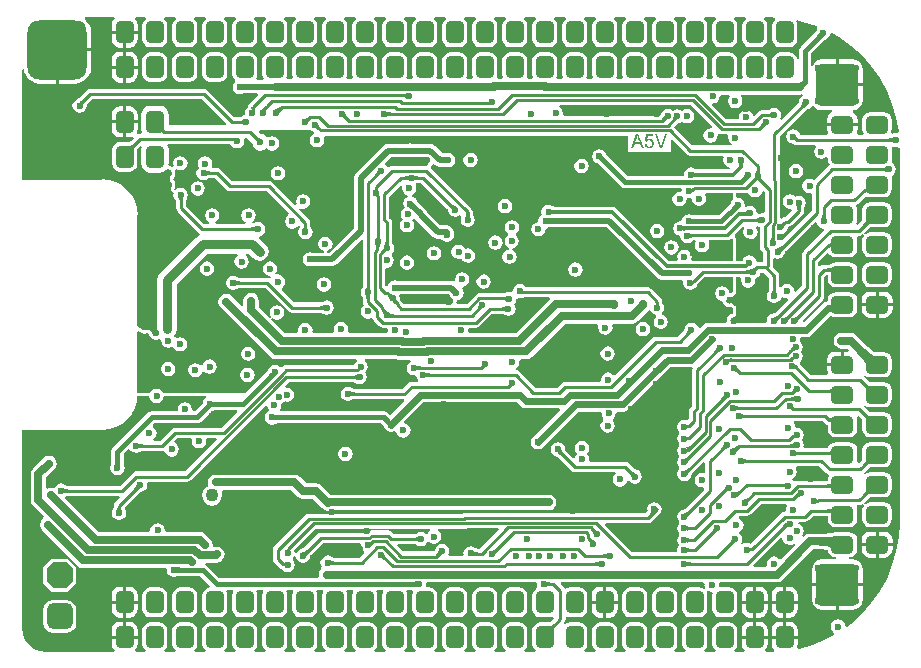
<source format=gbr>
%TF.GenerationSoftware,Altium Limited,Altium Designer,21.5.1 (32)*%
G04 Layer_Physical_Order=3*
G04 Layer_Color=16440176*
%FSLAX45Y45*%
%MOMM*%
%TF.SameCoordinates,6D93875A-9943-4EB1-8E24-321CDD5DE8D5*%
%TF.FilePolarity,Positive*%
%TF.FileFunction,Copper,L3,Inr,Signal*%
%TF.Part,Single*%
G01*
G75*
%TA.AperFunction,Conductor*%
%ADD10C,0.25000*%
%ADD76C,0.40000*%
%ADD77C,0.70000*%
%ADD78C,0.50000*%
%ADD79C,0.30000*%
%ADD81C,0.80000*%
%ADD83C,0.60000*%
%TA.AperFunction,ComponentPad*%
G04:AMPARAMS|DCode=90|XSize=5mm|YSize=5mm|CornerRadius=1mm|HoleSize=0mm|Usage=FLASHONLY|Rotation=0.000|XOffset=0mm|YOffset=0mm|HoleType=Round|Shape=RoundedRectangle|*
%AMROUNDEDRECTD90*
21,1,5.00000,3.00000,0,0,0.0*
21,1,3.00000,5.00000,0,0,0.0*
1,1,2.00000,1.50000,-1.50000*
1,1,2.00000,-1.50000,-1.50000*
1,1,2.00000,-1.50000,1.50000*
1,1,2.00000,1.50000,1.50000*
%
%ADD90ROUNDEDRECTD90*%
G04:AMPARAMS|DCode=91|XSize=2.2mm|YSize=2.2mm|CornerRadius=0.55mm|HoleSize=0mm|Usage=FLASHONLY|Rotation=270.000|XOffset=0mm|YOffset=0mm|HoleType=Round|Shape=RoundedRectangle|*
%AMROUNDEDRECTD91*
21,1,2.20000,1.10000,0,0,270.0*
21,1,1.10000,2.20000,0,0,270.0*
1,1,1.10000,-0.55000,-0.55000*
1,1,1.10000,-0.55000,0.55000*
1,1,1.10000,0.55000,0.55000*
1,1,1.10000,0.55000,-0.55000*
%
%ADD91ROUNDEDRECTD91*%
G04:AMPARAMS|DCode=92|XSize=2.2mm|YSize=2.2mm|CornerRadius=0mm|HoleSize=0mm|Usage=FLASHONLY|Rotation=270.000|XOffset=0mm|YOffset=0mm|HoleType=Round|Shape=Octagon|*
%AMOCTAGOND92*
4,1,8,-0.55000,-1.10000,0.55000,-1.10000,1.10000,-0.55000,1.10000,0.55000,0.55000,1.10000,-0.55000,1.10000,-1.10000,0.55000,-1.10000,-0.55000,-0.55000,-1.10000,0.0*
%
%ADD92OCTAGOND92*%

%TA.AperFunction,ViaPad*%
%ADD93C,0.60000*%
%ADD94C,1.20000*%
%ADD95C,1.10000*%
%TA.AperFunction,ComponentPad*%
G04:AMPARAMS|DCode=96|XSize=1.5mm|YSize=1.9mm|CornerRadius=0.375mm|HoleSize=0mm|Usage=FLASHONLY|Rotation=270.000|XOffset=0mm|YOffset=0mm|HoleType=Round|Shape=RoundedRectangle|*
%AMROUNDEDRECTD96*
21,1,1.50000,1.15000,0,0,270.0*
21,1,0.75000,1.90000,0,0,270.0*
1,1,0.75000,-0.57500,-0.37500*
1,1,0.75000,-0.57500,0.37500*
1,1,0.75000,0.57500,0.37500*
1,1,0.75000,0.57500,-0.37500*
%
%ADD96ROUNDEDRECTD96*%
G04:AMPARAMS|DCode=97|XSize=1.5mm|YSize=1.9mm|CornerRadius=0.375mm|HoleSize=0mm|Usage=FLASHONLY|Rotation=0.000|XOffset=0mm|YOffset=0mm|HoleType=Round|Shape=RoundedRectangle|*
%AMROUNDEDRECTD97*
21,1,1.50000,1.15000,0,0,0.0*
21,1,0.75000,1.90000,0,0,0.0*
1,1,0.75000,0.37500,-0.57500*
1,1,0.75000,-0.37500,-0.57500*
1,1,0.75000,-0.37500,0.57500*
1,1,0.75000,0.37500,0.57500*
%
%ADD97ROUNDEDRECTD97*%
G04:AMPARAMS|DCode=98|XSize=3.6mm|YSize=3.6mm|CornerRadius=0.54mm|HoleSize=0mm|Usage=FLASHONLY|Rotation=0.000|XOffset=0mm|YOffset=0mm|HoleType=Round|Shape=RoundedRectangle|*
%AMROUNDEDRECTD98*
21,1,3.60000,2.52000,0,0,0.0*
21,1,2.52000,3.60000,0,0,0.0*
1,1,1.08000,1.26000,-1.26000*
1,1,1.08000,-1.26000,-1.26000*
1,1,1.08000,-1.26000,1.26000*
1,1,1.08000,1.26000,1.26000*
%
%ADD98ROUNDEDRECTD98*%
G36*
X7949077Y5257838D02*
X7947706Y5257480D01*
X7946045Y5256726D01*
X7944094Y5255576D01*
X7941854Y5254029D01*
X7936503Y5249745D01*
X7929994Y5243876D01*
X7922326Y5236421D01*
X7894041Y5264705D01*
X7897967Y5268684D01*
X7911649Y5284233D01*
X7913196Y5286474D01*
X7914347Y5288425D01*
X7915101Y5290086D01*
X7915459Y5291457D01*
X7949077Y5257838D01*
D02*
G37*
G36*
X7493002Y5417006D02*
Y5417006D01*
X7507894Y5416745D01*
X7534640Y5415242D01*
X7538805Y5399985D01*
X7533836Y5396664D01*
X7518917Y5374337D01*
X7513678Y5348000D01*
Y5233000D01*
X7518917Y5206663D01*
X7533836Y5184336D01*
X7556163Y5169417D01*
X7582500Y5164178D01*
X7657500D01*
X7683837Y5169417D01*
X7706164Y5184336D01*
X7721083Y5206663D01*
X7726322Y5233000D01*
Y5348000D01*
X7721083Y5374337D01*
X7717675Y5379438D01*
X7725832Y5392026D01*
X7737693Y5390011D01*
X7856187Y5355873D01*
X7892162Y5340972D01*
X7896631Y5322884D01*
X7888689Y5310999D01*
X7887004Y5302529D01*
X7879318Y5293794D01*
X7753952Y5168428D01*
X7742901Y5151889D01*
X7739020Y5132380D01*
Y5067049D01*
X7724020Y5065572D01*
X7721083Y5080337D01*
X7706164Y5102664D01*
X7683837Y5117583D01*
X7657500Y5122822D01*
X7582500D01*
X7556163Y5117583D01*
X7533836Y5102664D01*
X7518917Y5080337D01*
X7513678Y5054000D01*
Y4939000D01*
X7518917Y4912663D01*
X7521029Y4909502D01*
X7513958Y4896273D01*
X7472042D01*
X7464971Y4909502D01*
X7467083Y4912663D01*
X7472322Y4939000D01*
Y5054000D01*
X7467083Y5080337D01*
X7452164Y5102664D01*
X7429837Y5117583D01*
X7403500Y5122822D01*
X7328500D01*
X7302163Y5117583D01*
X7279836Y5102664D01*
X7264917Y5080337D01*
X7259678Y5054000D01*
Y4939000D01*
X7264917Y4912663D01*
X7267029Y4909502D01*
X7259958Y4896273D01*
X7218042D01*
X7210971Y4909502D01*
X7213083Y4912663D01*
X7218322Y4939000D01*
Y5054000D01*
X7213083Y5080337D01*
X7198164Y5102664D01*
X7175837Y5117583D01*
X7149500Y5122822D01*
X7074500D01*
X7048163Y5117583D01*
X7025836Y5102664D01*
X7010917Y5080337D01*
X7005678Y5054000D01*
Y4939000D01*
X7010917Y4912663D01*
X7013029Y4909502D01*
X7005958Y4896273D01*
X6964042D01*
X6956971Y4909502D01*
X6959083Y4912663D01*
X6964322Y4939000D01*
Y5054000D01*
X6959083Y5080337D01*
X6944164Y5102664D01*
X6921837Y5117583D01*
X6895500Y5122822D01*
X6820500D01*
X6794163Y5117583D01*
X6771836Y5102664D01*
X6756917Y5080337D01*
X6751678Y5054000D01*
Y4939000D01*
X6756917Y4912663D01*
X6759029Y4909502D01*
X6751958Y4896273D01*
X6710042D01*
X6702971Y4909502D01*
X6705083Y4912663D01*
X6710322Y4939000D01*
Y5054000D01*
X6705083Y5080337D01*
X6690164Y5102664D01*
X6667837Y5117583D01*
X6641500Y5122822D01*
X6566500D01*
X6540163Y5117583D01*
X6517836Y5102664D01*
X6502917Y5080337D01*
X6497678Y5054000D01*
Y4939000D01*
X6502917Y4912663D01*
X6505029Y4909502D01*
X6497958Y4896273D01*
X6456042D01*
X6448971Y4909502D01*
X6451083Y4912663D01*
X6456322Y4939000D01*
Y5054000D01*
X6451083Y5080337D01*
X6436164Y5102664D01*
X6413837Y5117583D01*
X6387500Y5122822D01*
X6312500D01*
X6286163Y5117583D01*
X6263836Y5102664D01*
X6248917Y5080337D01*
X6243678Y5054000D01*
Y4939000D01*
X6248917Y4912663D01*
X6251029Y4909502D01*
X6243958Y4896273D01*
X6202042D01*
X6194971Y4909502D01*
X6197083Y4912663D01*
X6202322Y4939000D01*
Y5054000D01*
X6197083Y5080337D01*
X6182164Y5102664D01*
X6159837Y5117583D01*
X6133500Y5122822D01*
X6058500D01*
X6032163Y5117583D01*
X6009836Y5102664D01*
X5994917Y5080337D01*
X5989678Y5054000D01*
Y4939000D01*
X5994917Y4912663D01*
X5997029Y4909502D01*
X5989958Y4896273D01*
X5948042D01*
X5940971Y4909502D01*
X5943083Y4912663D01*
X5948322Y4939000D01*
Y5054000D01*
X5943083Y5080337D01*
X5928164Y5102664D01*
X5905837Y5117583D01*
X5879500Y5122822D01*
X5804500D01*
X5778163Y5117583D01*
X5755836Y5102664D01*
X5740917Y5080337D01*
X5735678Y5054000D01*
Y4939000D01*
X5740917Y4912663D01*
X5743029Y4909502D01*
X5735958Y4896273D01*
X5694042D01*
X5686971Y4909502D01*
X5689083Y4912663D01*
X5694322Y4939000D01*
Y5054000D01*
X5689083Y5080337D01*
X5674164Y5102664D01*
X5651837Y5117583D01*
X5625500Y5122822D01*
X5550500D01*
X5524163Y5117583D01*
X5501836Y5102664D01*
X5486917Y5080337D01*
X5481678Y5054000D01*
Y4939000D01*
X5486696Y4913773D01*
X5486470Y4910340D01*
X5480287Y4898773D01*
X5441713D01*
X5435530Y4910340D01*
X5435304Y4913773D01*
X5440322Y4939000D01*
Y5054000D01*
X5435083Y5080337D01*
X5420164Y5102664D01*
X5397837Y5117583D01*
X5371500Y5122822D01*
X5296500D01*
X5270163Y5117583D01*
X5247836Y5102664D01*
X5232917Y5080337D01*
X5227678Y5054000D01*
Y4939000D01*
X5232696Y4913773D01*
X5232470Y4910340D01*
X5226287Y4898773D01*
X5187713D01*
X5181530Y4910340D01*
X5181304Y4913773D01*
X5186322Y4939000D01*
Y5054000D01*
X5181083Y5080337D01*
X5166164Y5102664D01*
X5143837Y5117583D01*
X5117500Y5122822D01*
X5042500D01*
X5016163Y5117583D01*
X4993836Y5102664D01*
X4978917Y5080337D01*
X4973678Y5054000D01*
Y4939000D01*
X4978917Y4912663D01*
X4981029Y4909502D01*
X4973958Y4896273D01*
X4932042D01*
X4924971Y4909502D01*
X4927083Y4912663D01*
X4932322Y4939000D01*
Y5054000D01*
X4927083Y5080337D01*
X4912164Y5102664D01*
X4889837Y5117583D01*
X4863500Y5122822D01*
X4788500D01*
X4762163Y5117583D01*
X4739836Y5102664D01*
X4724917Y5080337D01*
X4719678Y5054000D01*
Y4939000D01*
X4724917Y4912663D01*
X4727029Y4909502D01*
X4719958Y4896273D01*
X4678042D01*
X4670971Y4909502D01*
X4673083Y4912663D01*
X4678322Y4939000D01*
Y5054000D01*
X4673083Y5080337D01*
X4658164Y5102664D01*
X4635837Y5117583D01*
X4609500Y5122822D01*
X4534500D01*
X4508163Y5117583D01*
X4485836Y5102664D01*
X4470917Y5080337D01*
X4465678Y5054000D01*
Y4939000D01*
X4470917Y4912663D01*
X4473029Y4909502D01*
X4465958Y4896273D01*
X4424042D01*
X4416971Y4909502D01*
X4419083Y4912663D01*
X4424322Y4939000D01*
Y5054000D01*
X4419083Y5080337D01*
X4404164Y5102664D01*
X4381837Y5117583D01*
X4355500Y5122822D01*
X4280500D01*
X4254163Y5117583D01*
X4231836Y5102664D01*
X4216917Y5080337D01*
X4211678Y5054000D01*
Y4939000D01*
X4216917Y4912663D01*
X4219029Y4909502D01*
X4211958Y4896273D01*
X4170042D01*
X4162971Y4909502D01*
X4165083Y4912663D01*
X4170322Y4939000D01*
Y5054000D01*
X4165083Y5080337D01*
X4150164Y5102664D01*
X4127837Y5117583D01*
X4101500Y5122822D01*
X4026500D01*
X4000163Y5117583D01*
X3977836Y5102664D01*
X3962917Y5080337D01*
X3957678Y5054000D01*
Y4939000D01*
X3962917Y4912663D01*
X3965029Y4909502D01*
X3957958Y4896273D01*
X3916042D01*
X3908971Y4909502D01*
X3911083Y4912663D01*
X3916322Y4939000D01*
Y5054000D01*
X3911083Y5080337D01*
X3896164Y5102664D01*
X3873837Y5117583D01*
X3847500Y5122822D01*
X3772500D01*
X3746163Y5117583D01*
X3723836Y5102664D01*
X3708917Y5080337D01*
X3703678Y5054000D01*
Y4939000D01*
X3708917Y4912663D01*
X3711029Y4909502D01*
X3703958Y4896273D01*
X3662042D01*
X3654971Y4909502D01*
X3657083Y4912663D01*
X3662322Y4939000D01*
Y5054000D01*
X3657083Y5080337D01*
X3642164Y5102664D01*
X3619837Y5117583D01*
X3593500Y5122822D01*
X3518500D01*
X3492163Y5117583D01*
X3469836Y5102664D01*
X3454917Y5080337D01*
X3449678Y5054000D01*
Y4939000D01*
X3454917Y4912663D01*
X3457029Y4909502D01*
X3449958Y4896273D01*
X3408042D01*
X3400971Y4909502D01*
X3403083Y4912663D01*
X3408322Y4939000D01*
Y5054000D01*
X3403083Y5080337D01*
X3388164Y5102664D01*
X3365837Y5117583D01*
X3339500Y5122822D01*
X3264500D01*
X3238163Y5117583D01*
X3215836Y5102664D01*
X3200917Y5080337D01*
X3195678Y5054000D01*
Y4939000D01*
X3200917Y4912663D01*
X3208658Y4901077D01*
X3200640Y4886077D01*
X3149360D01*
X3141342Y4901077D01*
X3149083Y4912663D01*
X3154322Y4939000D01*
Y5054000D01*
X3149083Y5080337D01*
X3134164Y5102664D01*
X3111837Y5117583D01*
X3085500Y5122822D01*
X3010500D01*
X2984163Y5117583D01*
X2961836Y5102664D01*
X2946917Y5080337D01*
X2941678Y5054000D01*
Y4939000D01*
X2946917Y4912663D01*
X2961836Y4890336D01*
X2966676Y4887102D01*
Y4872102D01*
X2963394Y4869909D01*
X2950133Y4850063D01*
X2945476Y4826652D01*
X2950133Y4803241D01*
X2963394Y4783394D01*
X2983241Y4770133D01*
X3006652Y4765476D01*
X3030063Y4770133D01*
X3035734Y4773923D01*
X3153043D01*
X3158783Y4760065D01*
X3086056Y4687337D01*
X3076663Y4673279D01*
X3073590Y4657833D01*
X3066742Y4653257D01*
X3053481Y4633411D01*
X3048824Y4610000D01*
X3052852Y4589754D01*
X3036589Y4586519D01*
X3026786Y4579969D01*
X3024027Y4578738D01*
X3021989Y4577295D01*
X3020822Y4576600D01*
X3019479Y4575934D01*
X3017924Y4575303D01*
X3016117Y4574713D01*
X3014038Y4574185D01*
X3012083Y4573817D01*
X3007273Y4573332D01*
X2957949D01*
X2730641Y4800641D01*
X2716583Y4810034D01*
X2700000Y4813333D01*
X1740000D01*
X1723417Y4810034D01*
X1709360Y4800641D01*
X1645275Y4736556D01*
X1643179Y4734728D01*
X1638178Y4730816D01*
X1636717Y4729825D01*
X1635430Y4729050D01*
X1634662Y4728655D01*
X1634520Y4728595D01*
X1633464Y4728265D01*
X1632373Y4727669D01*
X1626589Y4726519D01*
X1606743Y4713258D01*
X1593481Y4693411D01*
X1588825Y4670000D01*
X1593481Y4646589D01*
X1606743Y4626743D01*
X1626589Y4613481D01*
X1650000Y4608825D01*
X1673411Y4613481D01*
X1693257Y4626743D01*
X1706519Y4646589D01*
X1711175Y4670000D01*
X1710393Y4673936D01*
X1710424Y4674135D01*
X1710348Y4675971D01*
X1710361Y4676161D01*
X1710419Y4676485D01*
X1710581Y4677044D01*
X1710919Y4677892D01*
X1711512Y4679056D01*
X1712427Y4680536D01*
X1713717Y4682309D01*
X1714365Y4683084D01*
X1757949Y4726668D01*
X2682052D01*
X2891333Y4517386D01*
X2885593Y4503528D01*
X2402518D01*
Y4589900D01*
X2396503Y4620139D01*
X2379374Y4645774D01*
X2353739Y4662903D01*
X2323500Y4668918D01*
X2248500D01*
X2218261Y4662903D01*
X2192626Y4645774D01*
X2175497Y4620139D01*
X2169482Y4589900D01*
Y4474900D01*
X2174767Y4448333D01*
X2166399Y4433333D01*
X2163599D01*
X2147016Y4430034D01*
X2142934Y4427307D01*
X2132120Y4438121D01*
X2137793Y4446612D01*
X2143420Y4474900D01*
Y4519700D01*
X2044700D01*
Y4400980D01*
X2069500D01*
X2097788Y4406607D01*
X2107117Y4394800D01*
X2084780Y4372462D01*
X2079859Y4367831D01*
X2075996Y4364613D01*
X2074742Y4363679D01*
X2069500Y4364722D01*
X1994500D01*
X1968163Y4359483D01*
X1945836Y4344564D01*
X1930917Y4322237D01*
X1925678Y4295900D01*
Y4180900D01*
X1930917Y4154563D01*
X1945836Y4132236D01*
X1968163Y4117317D01*
X1994500Y4112078D01*
X2069500D01*
X2095837Y4117317D01*
X2118164Y4132236D01*
X2133083Y4154563D01*
X2138322Y4180900D01*
Y4295900D01*
X2137279Y4301142D01*
X2138006Y4302119D01*
X2144888Y4310008D01*
X2160000Y4325121D01*
X2173824Y4317731D01*
X2169482Y4295900D01*
Y4180900D01*
X2175497Y4150661D01*
X2192626Y4125026D01*
X2218261Y4107897D01*
X2248500Y4101882D01*
X2323500D01*
X2353739Y4107897D01*
X2379374Y4125026D01*
X2381212Y4127777D01*
X2393790Y4132182D01*
X2396863Y4132761D01*
X2402149Y4130690D01*
X2407393Y4128518D01*
X2411476Y4127706D01*
X2416568Y4124303D01*
X2417307Y4123997D01*
X2417901Y4123461D01*
X2422799Y4121723D01*
X2426494Y4120192D01*
X2426373Y4118673D01*
X2426752Y4117501D01*
Y4116270D01*
X2429989Y4100000D01*
X2427706Y4088524D01*
X2419929Y4076886D01*
X2419511Y4075876D01*
X2418795Y4075051D01*
X2417241Y4070395D01*
X2415362Y4065860D01*
Y4064767D01*
X2415016Y4063730D01*
X2413765Y4053838D01*
X2414036Y4050000D01*
X2413765Y4046162D01*
X2415016Y4036270D01*
X2415362Y4035233D01*
Y4034140D01*
X2417241Y4029605D01*
X2418795Y4024949D01*
X2419511Y4024124D01*
X2419929Y4023114D01*
X2427706Y4011476D01*
X2429989Y4000000D01*
X2427706Y3988524D01*
X2424563Y3983820D01*
X2422935Y3979889D01*
X2420871Y3976172D01*
X2420670Y3974422D01*
X2419995Y3972793D01*
X2419995Y3968541D01*
X2419511Y3964315D01*
X2419995Y3962621D01*
Y3960859D01*
X2421623Y3956928D01*
X2422792Y3952841D01*
X2423888Y3951461D01*
X2424562Y3949832D01*
X2427569Y3946825D01*
X2430214Y3943495D01*
X2441208Y3934173D01*
X2442750Y3933318D01*
X2443996Y3932071D01*
X2446417Y3931069D01*
X2443071Y3914247D01*
X2447728Y3890836D01*
X2460989Y3870989D01*
X2463657Y3869207D01*
X2463930Y3868934D01*
X2464228Y3868567D01*
X2464560Y3868060D01*
X2464947Y3867322D01*
X2465375Y3866283D01*
X2465819Y3864872D01*
X2466235Y3863055D01*
X2466581Y3860805D01*
X2466668Y3859811D01*
Y3800000D01*
X2469966Y3783417D01*
X2479360Y3769359D01*
X2653621Y3595098D01*
X2665716Y3587016D01*
X2666035Y3579079D01*
X2664132Y3571407D01*
X2658857Y3570358D01*
X2632395Y3552677D01*
X2332324Y3252605D01*
X2314642Y3226143D01*
X2308433Y3194929D01*
Y2780000D01*
X2314642Y2748786D01*
X2319737Y2741161D01*
X2319854Y2739657D01*
X2313457Y2723560D01*
X2309846Y2722064D01*
X2306496Y2719826D01*
X2295020Y2717544D01*
X2283544Y2719826D01*
X2273815Y2726327D01*
X2267314Y2736056D01*
X2266499Y2740154D01*
X2264380Y2745271D01*
X2262405Y2750450D01*
X2262101Y2750771D01*
X2261932Y2751180D01*
X2258013Y2755099D01*
X2254210Y2759125D01*
X2241121Y2768420D01*
X2240718Y2768601D01*
X2240404Y2768914D01*
X2235282Y2771036D01*
X2230229Y2773299D01*
X2229787Y2773312D01*
X2229378Y2773481D01*
X2223840D01*
X2218299Y2773639D01*
X2217885Y2773481D01*
X2217443D01*
X2200000Y2770011D01*
X2188524Y2772294D01*
X2178355Y2779089D01*
X2178089Y2779586D01*
X2174614Y2782438D01*
X2171437Y2785615D01*
X2170036Y2786195D01*
X2168863Y2787158D01*
X2164562Y2788462D01*
X2160410Y2790182D01*
X2158893D01*
X2157442Y2790622D01*
X2154445Y2790327D01*
X2152273Y2790762D01*
X2140027Y2800955D01*
X2139444Y2801894D01*
Y3746500D01*
X2140038D01*
X2134301Y3804742D01*
X2117313Y3860745D01*
X2089725Y3912359D01*
X2052598Y3957598D01*
X2007359Y3994725D01*
X1955745Y4022313D01*
X1899742Y4039301D01*
X1841500Y4045038D01*
Y4044444D01*
X1161544D01*
Y4975738D01*
X1176544Y4976721D01*
X1178975Y4958258D01*
X1192578Y4925418D01*
X1214217Y4897217D01*
X1242418Y4875578D01*
X1275258Y4861975D01*
X1310500Y4857335D01*
X1447800D01*
Y5143500D01*
X1460500D01*
Y5156200D01*
X1746665D01*
Y5293500D01*
X1742025Y5328742D01*
X1728422Y5361582D01*
X1706783Y5389783D01*
X1690789Y5402056D01*
X1695881Y5417056D01*
X1940354D01*
X1944904Y5402056D01*
X1942231Y5400269D01*
X1926207Y5376288D01*
X1920580Y5348000D01*
Y5303200D01*
X2143420D01*
Y5348000D01*
X2137793Y5376288D01*
X2121769Y5400269D01*
X2119096Y5402056D01*
X2123646Y5417056D01*
X2203354D01*
X2207904Y5402056D01*
X2199836Y5396664D01*
X2184917Y5374337D01*
X2179678Y5348000D01*
Y5233000D01*
X2184917Y5206663D01*
X2199836Y5184336D01*
X2222163Y5169417D01*
X2248500Y5164178D01*
X2323500D01*
X2349837Y5169417D01*
X2372164Y5184336D01*
X2387083Y5206663D01*
X2392322Y5233000D01*
Y5348000D01*
X2387083Y5374337D01*
X2372164Y5396664D01*
X2364096Y5402056D01*
X2368646Y5417056D01*
X2457354D01*
X2461904Y5402056D01*
X2453836Y5396664D01*
X2438917Y5374337D01*
X2433678Y5348000D01*
Y5233000D01*
X2438917Y5206663D01*
X2453836Y5184336D01*
X2476163Y5169417D01*
X2502500Y5164178D01*
X2577500D01*
X2603837Y5169417D01*
X2626164Y5184336D01*
X2641083Y5206663D01*
X2646322Y5233000D01*
Y5348000D01*
X2641083Y5374337D01*
X2626164Y5396664D01*
X2618096Y5402056D01*
X2622646Y5417056D01*
X2711354D01*
X2715904Y5402056D01*
X2707836Y5396664D01*
X2692917Y5374337D01*
X2687678Y5348000D01*
Y5233000D01*
X2692917Y5206663D01*
X2707836Y5184336D01*
X2730163Y5169417D01*
X2756500Y5164178D01*
X2831500D01*
X2857837Y5169417D01*
X2880164Y5184336D01*
X2895083Y5206663D01*
X2900322Y5233000D01*
Y5348000D01*
X2895083Y5374337D01*
X2880164Y5396664D01*
X2872096Y5402056D01*
X2876646Y5417056D01*
X2965354D01*
X2969904Y5402056D01*
X2961836Y5396664D01*
X2946917Y5374337D01*
X2941678Y5348000D01*
Y5233000D01*
X2946917Y5206663D01*
X2961836Y5184336D01*
X2984163Y5169417D01*
X3010500Y5164178D01*
X3085500D01*
X3111837Y5169417D01*
X3134164Y5184336D01*
X3149083Y5206663D01*
X3154322Y5233000D01*
Y5348000D01*
X3149083Y5374337D01*
X3134164Y5396664D01*
X3126096Y5402056D01*
X3130646Y5417056D01*
X3219354D01*
X3223904Y5402056D01*
X3215836Y5396664D01*
X3200917Y5374337D01*
X3195678Y5348000D01*
Y5233000D01*
X3200917Y5206663D01*
X3215836Y5184336D01*
X3238163Y5169417D01*
X3264500Y5164178D01*
X3339500D01*
X3365837Y5169417D01*
X3388164Y5184336D01*
X3403083Y5206663D01*
X3408322Y5233000D01*
Y5348000D01*
X3403083Y5374337D01*
X3388164Y5396664D01*
X3380096Y5402056D01*
X3384646Y5417056D01*
X3473354D01*
X3477904Y5402056D01*
X3469836Y5396664D01*
X3454917Y5374337D01*
X3449678Y5348000D01*
Y5233000D01*
X3454917Y5206663D01*
X3469836Y5184336D01*
X3492163Y5169417D01*
X3518500Y5164178D01*
X3593500D01*
X3619837Y5169417D01*
X3642164Y5184336D01*
X3657083Y5206663D01*
X3662322Y5233000D01*
Y5348000D01*
X3657083Y5374337D01*
X3642164Y5396664D01*
X3634096Y5402056D01*
X3638646Y5417056D01*
X3727354D01*
X3731904Y5402056D01*
X3723836Y5396664D01*
X3708917Y5374337D01*
X3703678Y5348000D01*
Y5233000D01*
X3708917Y5206663D01*
X3723836Y5184336D01*
X3746163Y5169417D01*
X3772500Y5164178D01*
X3847500D01*
X3873837Y5169417D01*
X3896164Y5184336D01*
X3911083Y5206663D01*
X3916322Y5233000D01*
Y5348000D01*
X3911083Y5374337D01*
X3896164Y5396664D01*
X3888096Y5402056D01*
X3892646Y5417056D01*
X3981354D01*
X3985904Y5402056D01*
X3977836Y5396664D01*
X3962917Y5374337D01*
X3957678Y5348000D01*
Y5233000D01*
X3962917Y5206663D01*
X3977836Y5184336D01*
X4000163Y5169417D01*
X4026500Y5164178D01*
X4101500D01*
X4127837Y5169417D01*
X4150164Y5184336D01*
X4165083Y5206663D01*
X4170322Y5233000D01*
Y5348000D01*
X4165083Y5374337D01*
X4150164Y5396664D01*
X4142096Y5402056D01*
X4146646Y5417056D01*
X4235354D01*
X4239904Y5402056D01*
X4231836Y5396664D01*
X4216917Y5374337D01*
X4211678Y5348000D01*
Y5233000D01*
X4216917Y5206663D01*
X4231836Y5184336D01*
X4254163Y5169417D01*
X4280500Y5164178D01*
X4355500D01*
X4381837Y5169417D01*
X4404164Y5184336D01*
X4419083Y5206663D01*
X4424322Y5233000D01*
Y5348000D01*
X4419083Y5374337D01*
X4404164Y5396664D01*
X4396096Y5402056D01*
X4400646Y5417056D01*
X4489354D01*
X4493904Y5402056D01*
X4485836Y5396664D01*
X4470917Y5374337D01*
X4465678Y5348000D01*
Y5233000D01*
X4470917Y5206663D01*
X4485836Y5184336D01*
X4508163Y5169417D01*
X4534500Y5164178D01*
X4609500D01*
X4635837Y5169417D01*
X4658164Y5184336D01*
X4673083Y5206663D01*
X4678322Y5233000D01*
Y5348000D01*
X4673083Y5374337D01*
X4658164Y5396664D01*
X4650096Y5402056D01*
X4654646Y5417056D01*
X4743354D01*
X4747904Y5402056D01*
X4739836Y5396664D01*
X4724917Y5374337D01*
X4719678Y5348000D01*
Y5233000D01*
X4724917Y5206663D01*
X4739836Y5184336D01*
X4762163Y5169417D01*
X4788500Y5164178D01*
X4863500D01*
X4889837Y5169417D01*
X4912164Y5184336D01*
X4927083Y5206663D01*
X4932322Y5233000D01*
Y5348000D01*
X4927083Y5374337D01*
X4912164Y5396664D01*
X4904096Y5402056D01*
X4908646Y5417056D01*
X4997354D01*
X5001904Y5402056D01*
X4993836Y5396664D01*
X4978917Y5374337D01*
X4973678Y5348000D01*
Y5233000D01*
X4978917Y5206663D01*
X4993836Y5184336D01*
X5016163Y5169417D01*
X5042500Y5164178D01*
X5117500D01*
X5143837Y5169417D01*
X5166164Y5184336D01*
X5181083Y5206663D01*
X5186322Y5233000D01*
Y5348000D01*
X5181083Y5374337D01*
X5166164Y5396664D01*
X5158096Y5402056D01*
X5162646Y5417056D01*
X5251354D01*
X5255904Y5402056D01*
X5247836Y5396664D01*
X5232917Y5374337D01*
X5227678Y5348000D01*
Y5233000D01*
X5232917Y5206663D01*
X5247836Y5184336D01*
X5270163Y5169417D01*
X5296500Y5164178D01*
X5371500D01*
X5397837Y5169417D01*
X5420164Y5184336D01*
X5435083Y5206663D01*
X5440322Y5233000D01*
Y5348000D01*
X5435083Y5374337D01*
X5420164Y5396664D01*
X5412096Y5402056D01*
X5416646Y5417056D01*
X5505354D01*
X5509904Y5402056D01*
X5501836Y5396664D01*
X5486917Y5374337D01*
X5481678Y5348000D01*
Y5233000D01*
X5486917Y5206663D01*
X5501836Y5184336D01*
X5524163Y5169417D01*
X5550500Y5164178D01*
X5625500D01*
X5651837Y5169417D01*
X5674164Y5184336D01*
X5689083Y5206663D01*
X5694322Y5233000D01*
Y5348000D01*
X5689083Y5374337D01*
X5674164Y5396664D01*
X5666096Y5402056D01*
X5670646Y5417056D01*
X5759354D01*
X5763904Y5402056D01*
X5755836Y5396664D01*
X5740917Y5374337D01*
X5735678Y5348000D01*
Y5233000D01*
X5740917Y5206663D01*
X5755836Y5184336D01*
X5778163Y5169417D01*
X5804500Y5164178D01*
X5879500D01*
X5905837Y5169417D01*
X5928164Y5184336D01*
X5943083Y5206663D01*
X5948322Y5233000D01*
Y5348000D01*
X5943083Y5374337D01*
X5928164Y5396664D01*
X5920096Y5402056D01*
X5924646Y5417056D01*
X6013354D01*
X6017904Y5402056D01*
X6009836Y5396664D01*
X5994917Y5374337D01*
X5989678Y5348000D01*
Y5233000D01*
X5994917Y5206663D01*
X6009836Y5184336D01*
X6032163Y5169417D01*
X6058500Y5164178D01*
X6133500D01*
X6159837Y5169417D01*
X6182164Y5184336D01*
X6197083Y5206663D01*
X6202322Y5233000D01*
Y5348000D01*
X6197083Y5374337D01*
X6182164Y5396664D01*
X6174096Y5402056D01*
X6178646Y5417056D01*
X6267354D01*
X6271904Y5402056D01*
X6263836Y5396664D01*
X6248917Y5374337D01*
X6243678Y5348000D01*
Y5233000D01*
X6248917Y5206663D01*
X6263836Y5184336D01*
X6286163Y5169417D01*
X6312500Y5164178D01*
X6387500D01*
X6413837Y5169417D01*
X6436164Y5184336D01*
X6451083Y5206663D01*
X6456322Y5233000D01*
Y5348000D01*
X6451083Y5374337D01*
X6436164Y5396664D01*
X6428096Y5402056D01*
X6432646Y5417056D01*
X6521354D01*
X6525904Y5402056D01*
X6517836Y5396664D01*
X6502917Y5374337D01*
X6497678Y5348000D01*
Y5233000D01*
X6502917Y5206663D01*
X6517836Y5184336D01*
X6540163Y5169417D01*
X6566500Y5164178D01*
X6641500D01*
X6667837Y5169417D01*
X6690164Y5184336D01*
X6705083Y5206663D01*
X6710322Y5233000D01*
Y5348000D01*
X6705083Y5374337D01*
X6690164Y5396664D01*
X6682096Y5402056D01*
X6686646Y5417056D01*
X6775354D01*
X6779904Y5402056D01*
X6771836Y5396664D01*
X6756917Y5374337D01*
X6751678Y5348000D01*
Y5233000D01*
X6756917Y5206663D01*
X6771836Y5184336D01*
X6794163Y5169417D01*
X6820500Y5164178D01*
X6895500D01*
X6921837Y5169417D01*
X6944164Y5184336D01*
X6959083Y5206663D01*
X6964322Y5233000D01*
Y5348000D01*
X6959083Y5374337D01*
X6944164Y5396664D01*
X6936096Y5402056D01*
X6940646Y5417056D01*
X7029354D01*
X7033904Y5402056D01*
X7025836Y5396664D01*
X7010917Y5374337D01*
X7005678Y5348000D01*
Y5233000D01*
X7010917Y5206663D01*
X7025836Y5184336D01*
X7048163Y5169417D01*
X7074500Y5164178D01*
X7149500D01*
X7175837Y5169417D01*
X7198164Y5184336D01*
X7213083Y5206663D01*
X7218322Y5233000D01*
Y5348000D01*
X7213083Y5374337D01*
X7198164Y5396664D01*
X7190096Y5402056D01*
X7194646Y5417056D01*
X7283354D01*
X7287904Y5402056D01*
X7279836Y5396664D01*
X7264917Y5374337D01*
X7259678Y5348000D01*
Y5233000D01*
X7264917Y5206663D01*
X7279836Y5184336D01*
X7302163Y5169417D01*
X7328500Y5164178D01*
X7403500D01*
X7429837Y5169417D01*
X7452164Y5184336D01*
X7467083Y5206663D01*
X7472322Y5233000D01*
Y5348000D01*
X7467083Y5374337D01*
X7452164Y5396664D01*
X7444096Y5402056D01*
X7448646Y5417056D01*
X7492754D01*
X7493002Y5417006D01*
D02*
G37*
G36*
X7804142Y4859363D02*
X7800109Y4855217D01*
X7790321Y4843737D01*
X7787828Y4840229D01*
X7785722Y4836881D01*
X7784000Y4833693D01*
X7782664Y4830665D01*
X7781714Y4827796D01*
X7781148Y4825087D01*
X7741581Y4864654D01*
X7744291Y4865219D01*
X7747159Y4866170D01*
X7750188Y4867506D01*
X7753376Y4869227D01*
X7756724Y4871334D01*
X7760231Y4873826D01*
X7767725Y4879966D01*
X7771712Y4883614D01*
X7775858Y4887648D01*
X7804142Y4859363D01*
D02*
G37*
G36*
X1695915Y4708237D02*
X1692559Y4704689D01*
X1689593Y4701143D01*
X1687015Y4697600D01*
X1684826Y4694060D01*
X1683027Y4690522D01*
X1681616Y4686988D01*
X1680594Y4683456D01*
X1679961Y4679927D01*
X1679717Y4676400D01*
X1679862Y4672877D01*
X1642599Y4699073D01*
X1645032Y4699834D01*
X1647609Y4700916D01*
X1650332Y4702320D01*
X1653199Y4704044D01*
X1656212Y4706089D01*
X1662673Y4711142D01*
X1666121Y4714150D01*
X1673452Y4721129D01*
X1695915Y4708237D01*
D02*
G37*
G36*
X7805346Y4670480D02*
X7802155Y4669755D01*
X7798921Y4668729D01*
X7795647Y4667401D01*
X7792330Y4665772D01*
X7788972Y4663842D01*
X7785572Y4661611D01*
X7782130Y4659078D01*
X7775122Y4653108D01*
X7771555Y4649671D01*
X7751936Y4665407D01*
X7755231Y4668880D01*
X7758195Y4672378D01*
X7760830Y4675901D01*
X7763134Y4679450D01*
X7765109Y4683025D01*
X7766753Y4686624D01*
X7768067Y4690250D01*
X7769050Y4693900D01*
X7769704Y4697576D01*
X7770027Y4701277D01*
X7805346Y4670480D01*
D02*
G37*
G36*
X7772115Y4753529D02*
X7756742Y4743257D01*
X7743481Y4723411D01*
X7739721Y4704508D01*
X7739556Y4703939D01*
X7739514Y4703468D01*
X7738825Y4700000D01*
X7738906Y4699593D01*
X7738868Y4699456D01*
X7738416Y4698209D01*
X7737770Y4696793D01*
X7736886Y4695193D01*
X7735727Y4693408D01*
X7734257Y4691442D01*
X7733646Y4690722D01*
X7594581Y4551656D01*
X7582930Y4561218D01*
X7586519Y4566589D01*
X7591175Y4590000D01*
X7586519Y4613411D01*
X7573257Y4633257D01*
X7553411Y4646519D01*
X7530000Y4651175D01*
X7506589Y4646519D01*
X7491566Y4636480D01*
X7490455Y4635883D01*
X7489527Y4635118D01*
X7486742Y4633257D01*
X7486674Y4633155D01*
X7486664Y4633149D01*
X7485413Y4632571D01*
X7483916Y4632019D01*
X7482127Y4631508D01*
X7480019Y4631063D01*
X7477567Y4630712D01*
X7476637Y4630636D01*
X7427303D01*
X7410721Y4627337D01*
X7396662Y4617944D01*
X7362018Y4583299D01*
X7347664Y4587654D01*
X7346519Y4593411D01*
X7333257Y4613257D01*
X7313411Y4626519D01*
X7290000Y4631175D01*
X7266589Y4626519D01*
X7246742Y4613257D01*
X7233481Y4593411D01*
X7228825Y4570000D01*
X7229336Y4567427D01*
X7219820Y4555832D01*
X7125449D01*
X7005739Y4675542D01*
X7013061Y4689433D01*
X7033411Y4693481D01*
X7053257Y4706742D01*
X7066519Y4726589D01*
X7071175Y4750000D01*
X7070751Y4752132D01*
X7080267Y4763727D01*
X7147467D01*
X7153715Y4748727D01*
X7143481Y4733411D01*
X7138825Y4710000D01*
X7143481Y4686589D01*
X7156743Y4666743D01*
X7176589Y4653481D01*
X7200000Y4648825D01*
X7223411Y4653481D01*
X7243258Y4666743D01*
X7256519Y4686589D01*
X7261175Y4710000D01*
X7256519Y4733411D01*
X7246285Y4748727D01*
X7252533Y4763727D01*
X7746495D01*
X7766262Y4767659D01*
X7772115Y4753529D01*
D02*
G37*
G36*
X3129538Y4632765D02*
X3102316Y4638999D01*
X3102674Y4639266D01*
X3102993Y4639867D01*
X3103275Y4640801D01*
X3103520Y4642070D01*
X3103727Y4643673D01*
X3104027Y4647880D01*
X3104196Y4656697D01*
X3129197D01*
X3129538Y4632765D01*
D02*
G37*
G36*
X3241234Y4653556D02*
X3237783Y4649902D01*
X3234809Y4646321D01*
X3232312Y4642811D01*
X3230293Y4639374D01*
X3228750Y4636008D01*
X3227684Y4632714D01*
X3227096Y4629492D01*
X3226984Y4626343D01*
X3227349Y4623264D01*
X3228192Y4620258D01*
X3188910Y4637875D01*
X3189617Y4638337D01*
X3190881Y4639383D01*
X3198022Y4646022D01*
X3221083Y4668760D01*
X3241234Y4653556D01*
D02*
G37*
G36*
X3359336Y4641658D02*
X3356044Y4638206D01*
X3350348Y4631235D01*
X3347945Y4627716D01*
X3345838Y4624175D01*
X3344027Y4620611D01*
X3342513Y4617024D01*
X3341296Y4613415D01*
X3340374Y4609784D01*
X3339749Y4606130D01*
X3306131Y4639749D01*
X3309784Y4640374D01*
X3313416Y4641296D01*
X3317024Y4642513D01*
X3320611Y4644027D01*
X3324175Y4645838D01*
X3327716Y4647944D01*
X3331235Y4650348D01*
X3334732Y4653047D01*
X3338206Y4656044D01*
X3341658Y4659336D01*
X3359336Y4641658D01*
D02*
G37*
G36*
X4252834Y4622557D02*
X4255939Y4620446D01*
X4259252Y4618584D01*
X4262774Y4616970D01*
X4266504Y4615604D01*
X4270443Y4614487D01*
X4274591Y4613617D01*
X4278946Y4612997D01*
X4283511Y4612624D01*
X4288284Y4612500D01*
X4285981Y4587500D01*
X4281058Y4587405D01*
X4271916Y4586643D01*
X4267696Y4585977D01*
X4263710Y4585121D01*
X4259957Y4584074D01*
X4256440Y4582837D01*
X4253155Y4581409D01*
X4250106Y4579791D01*
X4247289Y4577983D01*
X4249937Y4624917D01*
X4252834Y4622557D01*
D02*
G37*
G36*
X7512791Y4565426D02*
X7509995Y4567208D01*
X7506960Y4568802D01*
X7503688Y4570209D01*
X7500179Y4571427D01*
X7496432Y4572459D01*
X7492447Y4573303D01*
X7488225Y4573959D01*
X7479068Y4574709D01*
X7474134Y4574803D01*
X7471647Y4599803D01*
X7476425Y4599928D01*
X7480992Y4600302D01*
X7485347Y4600927D01*
X7489491Y4601800D01*
X7493424Y4602923D01*
X7497145Y4604297D01*
X7500655Y4605919D01*
X7503953Y4607791D01*
X7507040Y4609913D01*
X7509915Y4612285D01*
X7512791Y4565426D01*
D02*
G37*
G36*
X3900365Y4601249D02*
X3901144Y4597544D01*
X3902236Y4593872D01*
X3903640Y4590232D01*
X3905355Y4586624D01*
X3907383Y4583048D01*
X3909722Y4579504D01*
X3912373Y4575993D01*
X3915336Y4572514D01*
X3918611Y4569067D01*
X3899785Y4552538D01*
X3896266Y4555915D01*
X3889272Y4561774D01*
X3885796Y4564256D01*
X3882336Y4566439D01*
X3878890Y4568324D01*
X3875459Y4569910D01*
X3872043Y4571198D01*
X3868641Y4572187D01*
X3865254Y4572878D01*
X3899897Y4604986D01*
X3900365Y4601249D01*
D02*
G37*
G36*
X6626189Y4551421D02*
X6622645Y4551525D01*
X6619102Y4551245D01*
X6615559Y4550581D01*
X6612016Y4549533D01*
X6608473Y4548102D01*
X6604930Y4546287D01*
X6601388Y4544087D01*
X6597845Y4541505D01*
X6594303Y4538538D01*
X6590761Y4535188D01*
X6577594Y4557377D01*
X6581224Y4561098D01*
X6590203Y4571455D01*
X6592559Y4574638D01*
X6596316Y4580598D01*
X6597716Y4583377D01*
X6598799Y4586020D01*
X6599562Y4588529D01*
X6626189Y4551421D01*
D02*
G37*
G36*
X6713869Y4550251D02*
X6710216Y4549626D01*
X6706585Y4548704D01*
X6702976Y4547487D01*
X6699389Y4545973D01*
X6695825Y4544162D01*
X6692284Y4542055D01*
X6688765Y4539652D01*
X6685268Y4536953D01*
X6681794Y4533956D01*
X6678342Y4530664D01*
X6660664Y4548342D01*
X6663956Y4551794D01*
X6669652Y4558765D01*
X6672055Y4562284D01*
X6674162Y4565825D01*
X6675973Y4569389D01*
X6677487Y4572976D01*
X6678704Y4576584D01*
X6679626Y4580216D01*
X6680251Y4583869D01*
X6713869Y4550251D01*
D02*
G37*
G36*
X3608839Y4561161D02*
X3605264Y4557462D01*
X3599241Y4550449D01*
X3596794Y4547135D01*
X3594722Y4543949D01*
X3593026Y4540891D01*
X3591706Y4537961D01*
X3590761Y4535160D01*
X3590193Y4532486D01*
X3590000Y4529941D01*
X3559941Y4560000D01*
X3562486Y4560193D01*
X3565160Y4560761D01*
X3567961Y4561706D01*
X3570891Y4563026D01*
X3573949Y4564722D01*
X3577135Y4566794D01*
X3580449Y4569241D01*
X3587462Y4575264D01*
X3591161Y4578839D01*
X3608839Y4561161D01*
D02*
G37*
G36*
X8078040Y5249034D02*
X8178610Y5177676D01*
X8270558Y5095506D01*
X8352728Y5003559D01*
X8424085Y4902989D01*
X8483734Y4795062D01*
X8530925Y4681135D01*
X8565062Y4562641D01*
X8583960Y4451417D01*
X8570936Y4438753D01*
X8570825Y4438736D01*
X8561131Y4440664D01*
X8537720Y4436008D01*
X8533059Y4432893D01*
X8522245Y4443708D01*
X8523083Y4444963D01*
X8528322Y4471300D01*
Y4546300D01*
X8523083Y4572637D01*
X8508164Y4594964D01*
X8485837Y4609883D01*
X8459500Y4615122D01*
X8344500D01*
X8318163Y4609883D01*
X8295836Y4594964D01*
X8280917Y4572637D01*
X8275678Y4546300D01*
Y4471300D01*
X8280917Y4444963D01*
X8286531Y4436561D01*
X8279460Y4423332D01*
X8236554D01*
X8229483Y4436561D01*
X8233793Y4443012D01*
X8239420Y4471300D01*
Y4496100D01*
X8108000D01*
X7976580D01*
Y4471300D01*
X7982207Y4443012D01*
X7986517Y4436561D01*
X7979446Y4423332D01*
X7750006D01*
X7748369Y4431561D01*
X7735108Y4451407D01*
X7715261Y4464669D01*
X7691850Y4469325D01*
X7668439Y4464669D01*
X7648593Y4451407D01*
X7635331Y4431561D01*
X7630675Y4408150D01*
X7635331Y4384739D01*
X7648593Y4364892D01*
X7668439Y4351631D01*
X7691850Y4346975D01*
X7695760Y4347752D01*
X7707412Y4339966D01*
X7723995Y4336667D01*
X7879812D01*
X7883857Y4328841D01*
X7885680Y4321668D01*
X7873481Y4303411D01*
X7868824Y4280000D01*
X7873481Y4256589D01*
X7886742Y4236743D01*
X7906589Y4223481D01*
X7930000Y4218825D01*
X7953411Y4223481D01*
X7966678Y4232346D01*
X7981678Y4224401D01*
Y4217300D01*
X7986917Y4190963D01*
X8001678Y4168872D01*
X7989359Y4160641D01*
X7866495Y4037776D01*
X7853411Y4046519D01*
X7830000Y4051175D01*
X7806589Y4046519D01*
X7786743Y4033257D01*
X7773481Y4013411D01*
X7768825Y3990000D01*
X7773481Y3966589D01*
X7786743Y3946742D01*
X7806589Y3933481D01*
X7830000Y3928825D01*
X7835072Y3929833D01*
X7846668Y3920318D01*
Y3782949D01*
X7592915Y3529196D01*
X7591167Y3529726D01*
X7577776Y3535271D01*
X7572469Y3543214D01*
X7571238Y3545973D01*
X7569795Y3548011D01*
X7569100Y3549178D01*
X7568434Y3550521D01*
X7567803Y3552076D01*
X7567213Y3553883D01*
X7566685Y3555962D01*
X7566317Y3557917D01*
X7565832Y3562727D01*
Y3568749D01*
X7577428Y3578265D01*
X7582500Y3577256D01*
X7605911Y3581913D01*
X7625757Y3595174D01*
X7639019Y3615020D01*
X7641319Y3626585D01*
X7642399Y3629404D01*
X7642820Y3631864D01*
X7643154Y3633183D01*
X7643633Y3634604D01*
X7644287Y3636153D01*
X7645146Y3637843D01*
X7646244Y3639687D01*
X7647365Y3641331D01*
X7649743Y3644241D01*
X7663617Y3647000D01*
X7677675Y3656394D01*
X7769037Y3747755D01*
X7778430Y3761813D01*
X7781728Y3778396D01*
Y3795778D01*
X7781790Y3796614D01*
X7782135Y3799292D01*
X7782581Y3801662D01*
X7783109Y3803740D01*
X7783698Y3805547D01*
X7784331Y3807103D01*
X7784996Y3808445D01*
X7785691Y3809613D01*
X7787133Y3811650D01*
X7788364Y3814409D01*
X7794915Y3824213D01*
X7799571Y3847623D01*
X7794915Y3871034D01*
X7781653Y3890881D01*
X7761807Y3904142D01*
X7738396Y3908799D01*
X7714985Y3904142D01*
X7708101Y3899542D01*
X7707304Y3900735D01*
X7687457Y3913996D01*
X7664046Y3918653D01*
X7640635Y3913996D01*
X7620789Y3900735D01*
X7607527Y3880889D01*
X7602871Y3857478D01*
X7607527Y3834067D01*
X7620789Y3814220D01*
X7640635Y3800959D01*
X7664046Y3796302D01*
X7676232Y3798726D01*
X7683621Y3784902D01*
X7628585Y3729866D01*
X7614520Y3727068D01*
X7600462Y3717675D01*
X7593512Y3710724D01*
X7578512Y3716938D01*
Y4035424D01*
X7575832Y4048893D01*
Y4410345D01*
X7797346Y4631859D01*
X7801137Y4635088D01*
X7803038Y4636487D01*
X7804999Y4637774D01*
X7806709Y4638757D01*
X7808151Y4639465D01*
X7809308Y4639934D01*
X7810184Y4640212D01*
X7812121Y4640652D01*
X7814480Y4641705D01*
X7823411Y4643481D01*
X7843257Y4656743D01*
X7849472Y4666044D01*
X7867513Y4666044D01*
X7874335Y4655834D01*
X7903774Y4636164D01*
X7938500Y4629256D01*
X8019213D01*
X8022000Y4615630D01*
X8021708Y4614256D01*
X7998231Y4598569D01*
X7982207Y4574588D01*
X7976580Y4546300D01*
Y4521500D01*
X8108000D01*
X8239420D01*
Y4546300D01*
X8233793Y4574588D01*
X8217769Y4598569D01*
X8193788Y4614593D01*
X8193729Y4614605D01*
Y4629899D01*
X8225226Y4636164D01*
X8254665Y4655834D01*
X8274336Y4685274D01*
X8281244Y4720000D01*
Y4833300D01*
X8064500D01*
Y4846000D01*
X8051800D01*
Y5062743D01*
X7938500D01*
X7903774Y5055836D01*
X7874335Y5036165D01*
X7855979Y5008695D01*
X7848200Y5008835D01*
X7840979Y5011190D01*
Y5111263D01*
X7954528Y5224811D01*
X7956322Y5226429D01*
X7959968Y5229348D01*
X7968619Y5231069D01*
X7988465Y5244330D01*
X8001727Y5264177D01*
X8003500Y5273092D01*
X8020351Y5280918D01*
X8078040Y5249034D01*
D02*
G37*
G36*
X7007591Y4491129D02*
X7000201Y4477304D01*
X6992073Y4478921D01*
X6968662Y4474265D01*
X6948815Y4461003D01*
X6935554Y4441157D01*
X6930897Y4417746D01*
X6935554Y4394335D01*
X6948815Y4374488D01*
X6968662Y4361227D01*
X6992073Y4356570D01*
X7015484Y4361227D01*
X7035330Y4374488D01*
X7048592Y4394335D01*
X7053248Y4417746D01*
X7051492Y4426576D01*
X7064992Y4435596D01*
X7073418Y4429966D01*
X7090000Y4426668D01*
X7128990D01*
X7141145Y4411667D01*
X7138825Y4400000D01*
X7143481Y4376589D01*
X7156743Y4356743D01*
X7169329Y4348332D01*
X7164779Y4333332D01*
X6837949D01*
X6681281Y4490000D01*
X6703980Y4512699D01*
X6704614Y4513246D01*
X6706753Y4514897D01*
X6708744Y4516256D01*
X6710589Y4517354D01*
X6712280Y4518213D01*
X6713828Y4518867D01*
X6715248Y4519346D01*
X6716567Y4519680D01*
X6719027Y4520101D01*
X6721846Y4521181D01*
X6733411Y4523481D01*
X6752266Y4536080D01*
X6769481Y4524578D01*
X6792892Y4519921D01*
X6816303Y4524578D01*
X6836149Y4537839D01*
X6849410Y4557686D01*
X6854067Y4581097D01*
X6849410Y4604507D01*
X6836149Y4624354D01*
X6816303Y4637615D01*
X6792892Y4642272D01*
X6769481Y4637615D01*
X6750625Y4625016D01*
X6733411Y4636519D01*
X6710000Y4641175D01*
X6686589Y4636519D01*
X6670327Y4625652D01*
X6652094Y4637836D01*
X6628683Y4642492D01*
X6605272Y4637836D01*
X6585425Y4624574D01*
X6572164Y4604728D01*
X6570958Y4598663D01*
X6570301Y4597438D01*
X6569952Y4596293D01*
X6569864Y4596076D01*
X6569660Y4595672D01*
X6567292Y4591915D01*
X6566319Y4590601D01*
X6560483Y4583869D01*
X6559946Y4583332D01*
X5751010D01*
X5738855Y4598333D01*
X5741175Y4610000D01*
X5736519Y4633411D01*
X5723258Y4653257D01*
X5710671Y4661668D01*
X5715221Y4676668D01*
X6822052D01*
X7007591Y4491129D01*
D02*
G37*
G36*
X3041700Y4506228D02*
X3038675Y4508370D01*
X3035455Y4510286D01*
X3032043Y4511977D01*
X3028436Y4513442D01*
X3024636Y4514682D01*
X3020642Y4515697D01*
X3016454Y4516486D01*
X3012072Y4517049D01*
X3007497Y4517387D01*
X3002728Y4517500D01*
Y4542500D01*
X3007497Y4542613D01*
X3016454Y4543515D01*
X3020642Y4544304D01*
X3024636Y4545318D01*
X3028436Y4546558D01*
X3032043Y4548023D01*
X3035455Y4549714D01*
X3038675Y4551630D01*
X3041700Y4553772D01*
Y4506228D01*
D02*
G37*
G36*
X7462356Y4500054D02*
X7458702Y4499429D01*
X7455071Y4498508D01*
X7451462Y4497290D01*
X7447875Y4495776D01*
X7444312Y4493966D01*
X7440770Y4491859D01*
X7437251Y4489455D01*
X7433754Y4486756D01*
X7430280Y4483760D01*
X7426828Y4480467D01*
X7409150Y4498145D01*
X7412443Y4501597D01*
X7418138Y4508568D01*
X7420542Y4512087D01*
X7422649Y4515629D01*
X7424459Y4519192D01*
X7425973Y4522779D01*
X7427191Y4526388D01*
X7428112Y4530019D01*
X7428737Y4533673D01*
X7462356Y4500054D01*
D02*
G37*
G36*
X3670374Y4510216D02*
X3671296Y4506585D01*
X3672513Y4502976D01*
X3674027Y4499389D01*
X3675838Y4495825D01*
X3677945Y4492284D01*
X3680348Y4488765D01*
X3683047Y4485268D01*
X3686044Y4481794D01*
X3689336Y4478342D01*
X3671658Y4460664D01*
X3668207Y4463957D01*
X3661236Y4469652D01*
X3657716Y4472056D01*
X3654175Y4474163D01*
X3650611Y4475973D01*
X3647024Y4477487D01*
X3643416Y4478705D01*
X3639784Y4479626D01*
X3636131Y4480251D01*
X3669749Y4513870D01*
X3670374Y4510216D01*
D02*
G37*
G36*
X3151794Y4406044D02*
X3158765Y4400348D01*
X3162284Y4397944D01*
X3165825Y4395838D01*
X3169389Y4394027D01*
X3172976Y4392513D01*
X3176584Y4391296D01*
X3180216Y4390374D01*
X3183869Y4389749D01*
X3150251Y4356130D01*
X3149626Y4359784D01*
X3148704Y4363415D01*
X3147487Y4367024D01*
X3145973Y4370611D01*
X3144162Y4374175D01*
X3142055Y4377716D01*
X3139652Y4381235D01*
X3136953Y4384732D01*
X3133956Y4388206D01*
X3130664Y4391658D01*
X3148342Y4409336D01*
X3151794Y4406044D01*
D02*
G37*
G36*
X8542629Y4355873D02*
X8539568Y4358082D01*
X8536320Y4360059D01*
X8532886Y4361803D01*
X8529266Y4363314D01*
X8525459Y4364593D01*
X8521466Y4365640D01*
X8517287Y4366454D01*
X8512921Y4367035D01*
X8508369Y4367384D01*
X8503630Y4367500D01*
X8504099Y4392500D01*
X8508899Y4392609D01*
X8517894Y4393482D01*
X8522090Y4394246D01*
X8526084Y4395229D01*
X8529877Y4396430D01*
X8533468Y4397849D01*
X8536858Y4399486D01*
X8540047Y4401342D01*
X8543034Y4403416D01*
X8542629Y4355873D01*
D02*
G37*
G36*
X2129662Y4338384D02*
X2123687Y4332235D01*
X2114173Y4321328D01*
X2110635Y4316570D01*
X2107909Y4312277D01*
X2105995Y4308448D01*
X2104893Y4305082D01*
X2104604Y4302181D01*
X2105127Y4299743D01*
X2106462Y4297770D01*
X2071370Y4332862D01*
X2073343Y4331527D01*
X2075781Y4331004D01*
X2078682Y4331293D01*
X2082048Y4332395D01*
X2085877Y4334309D01*
X2090171Y4337035D01*
X2094928Y4340573D01*
X2100149Y4344924D01*
X2111984Y4356062D01*
X2129662Y4338384D01*
D02*
G37*
G36*
X3606834Y4460000D02*
X3616589Y4453481D01*
X3628154Y4451181D01*
X3630972Y4450101D01*
X3633532Y4436154D01*
X3632915Y4434378D01*
X3632679Y4433906D01*
X3616743Y4423257D01*
X3603481Y4403411D01*
X3598825Y4380000D01*
X3603481Y4356589D01*
X3616743Y4336742D01*
X3636589Y4323481D01*
X3660000Y4318824D01*
X3683411Y4323481D01*
X3703258Y4336742D01*
X3716519Y4356589D01*
X3721175Y4380000D01*
X3716866Y4401667D01*
X3718200Y4406618D01*
X3723571Y4416668D01*
X6290000D01*
Y4280000D01*
X6653172D01*
Y4375948D01*
X6667030Y4381688D01*
X6789359Y4259360D01*
X6803417Y4249966D01*
X6820000Y4246668D01*
X7096429D01*
X7101800Y4236618D01*
X7103134Y4231667D01*
X7098825Y4210000D01*
X7103481Y4186589D01*
X7116742Y4166742D01*
X7136589Y4153481D01*
X7150309Y4150752D01*
X7157925Y4134282D01*
X7156129Y4131286D01*
X6874159D01*
X6869784Y4131616D01*
X6867443Y4131956D01*
X6865263Y4132396D01*
X6863594Y4132841D01*
X6862441Y4133237D01*
X6861802Y4133515D01*
X6861643Y4133602D01*
X6860488Y4134394D01*
X6857884Y4135512D01*
X6848288Y4141923D01*
X6824877Y4146580D01*
X6801466Y4141923D01*
X6781620Y4128662D01*
X6768359Y4108816D01*
X6763702Y4085405D01*
X6764265Y4082575D01*
X6754749Y4070980D01*
X6291116D01*
X6112776Y4249320D01*
X6111158Y4251114D01*
X6108240Y4254760D01*
X6106519Y4263411D01*
X6093258Y4283257D01*
X6073411Y4296519D01*
X6050000Y4301175D01*
X6026589Y4296519D01*
X6006743Y4283257D01*
X5993481Y4263411D01*
X5988825Y4240000D01*
X5993481Y4216589D01*
X6006743Y4196742D01*
X6026589Y4183481D01*
X6035059Y4181796D01*
X6043794Y4174111D01*
X6233952Y3983952D01*
X6250491Y3972901D01*
X6270000Y3969021D01*
X6740786D01*
X6750302Y3957425D01*
X6749346Y3952621D01*
X6744717Y3945893D01*
X6738341Y3939516D01*
X6730000Y3941175D01*
X6706589Y3936519D01*
X6686743Y3923257D01*
X6673481Y3903411D01*
X6668825Y3880000D01*
X6673481Y3856589D01*
X6686743Y3836742D01*
X6706589Y3823481D01*
X6730000Y3818824D01*
X6753411Y3823481D01*
X6773257Y3836742D01*
X6786519Y3856589D01*
X6790654Y3877378D01*
X6795283Y3884107D01*
X6801659Y3890483D01*
X6810000Y3888824D01*
X6817923Y3890400D01*
X6831853Y3883548D01*
X6832716Y3879213D01*
X6836510Y3860137D01*
X6849772Y3840290D01*
X6869618Y3827029D01*
X6893029Y3822372D01*
X6916440Y3827029D01*
X6936287Y3840290D01*
X6949548Y3860137D01*
X6954205Y3883548D01*
X6949548Y3906959D01*
X6945218Y3913439D01*
X6952289Y3926668D01*
X7180000D01*
Y3875434D01*
X7176743Y3873257D01*
X7163481Y3853411D01*
X7161796Y3844941D01*
X7154112Y3836208D01*
X7058884Y3740980D01*
X6847794D01*
X6845389Y3741104D01*
X6840745Y3741618D01*
X6833411Y3746519D01*
X6810000Y3751175D01*
X6786589Y3746519D01*
X6766743Y3733257D01*
X6753481Y3713411D01*
X6751497Y3703434D01*
X6736235Y3691175D01*
X6712825Y3686519D01*
X6692978Y3673257D01*
X6679717Y3653411D01*
X6675060Y3630000D01*
X6679717Y3606589D01*
X6692978Y3586742D01*
X6712825Y3573481D01*
X6735297Y3569011D01*
X6734657Y3565790D01*
X6739313Y3542379D01*
X6752575Y3522533D01*
X6772421Y3509271D01*
X6795832Y3504615D01*
X6819243Y3509271D01*
X6839089Y3522533D01*
X6841111Y3525557D01*
X6842285Y3526803D01*
X6842490Y3526978D01*
X6842828Y3527209D01*
X6843404Y3527522D01*
X6844300Y3527902D01*
X6845589Y3528318D01*
X6847319Y3528723D01*
X6849506Y3529066D01*
X6850511Y3529154D01*
X6858091D01*
X6865162Y3515926D01*
X6863481Y3513411D01*
X6858824Y3490000D01*
X6863481Y3466589D01*
X6876742Y3446742D01*
X6896589Y3433481D01*
X6920000Y3428824D01*
X6943411Y3433481D01*
X6963257Y3446742D01*
X6976519Y3466589D01*
X6981175Y3490000D01*
X6976519Y3513411D01*
X6974838Y3515926D01*
X6981909Y3529154D01*
X7132487D01*
X7149070Y3532453D01*
X7163127Y3541846D01*
X7166142Y3544861D01*
X7180000Y3539121D01*
Y3355882D01*
X6836032D01*
X6827373Y3370882D01*
X6831175Y3390000D01*
X6826519Y3413411D01*
X6813257Y3433257D01*
X6793411Y3446519D01*
X6770000Y3451175D01*
X6746589Y3446519D01*
X6726742Y3433257D01*
X6713481Y3413411D01*
X6708825Y3390000D01*
X6712627Y3370882D01*
X6703968Y3355882D01*
X6639005D01*
X6192443Y3802443D01*
X6177558Y3812389D01*
X6160000Y3815882D01*
X5669281D01*
X5664906Y3816211D01*
X5662566Y3816552D01*
X5660386Y3816991D01*
X5658717Y3817436D01*
X5657564Y3817832D01*
X5656925Y3818110D01*
X5656765Y3818198D01*
X5655611Y3818990D01*
X5653007Y3820107D01*
X5643411Y3826519D01*
X5620000Y3831175D01*
X5596589Y3826519D01*
X5576742Y3813258D01*
X5563481Y3793411D01*
X5558825Y3770000D01*
X5563417Y3746911D01*
X5551231Y3738768D01*
X5537970Y3718922D01*
X5533314Y3695511D01*
X5535291Y3685571D01*
X5534110Y3684390D01*
X5510699Y3679734D01*
X5490852Y3666472D01*
X5477591Y3646626D01*
X5472934Y3623215D01*
X5477591Y3599804D01*
X5490852Y3579958D01*
X5510699Y3566696D01*
X5534110Y3562040D01*
X5557521Y3566696D01*
X5577367Y3579958D01*
X5590629Y3599804D01*
X5595285Y3623215D01*
X5604769Y3636380D01*
X5617900Y3638992D01*
X5618561Y3639434D01*
X6111261D01*
X6540347Y3210347D01*
X6558540Y3198191D01*
X6580000Y3193922D01*
X6748289D01*
X6760599Y3178922D01*
X6758825Y3170000D01*
X6763481Y3146589D01*
X6776743Y3126742D01*
X6796589Y3113481D01*
X6820000Y3108824D01*
X6843411Y3113481D01*
X6863258Y3126742D01*
X6876519Y3146589D01*
X6878666Y3157385D01*
X6941251Y3219970D01*
X7180000D01*
Y3094203D01*
X7165000Y3082457D01*
X7152459Y3084952D01*
X7150277Y3084518D01*
X7146519Y3103411D01*
X7133258Y3123257D01*
X7113411Y3136519D01*
X7090000Y3141175D01*
X7066589Y3136519D01*
X7046743Y3123257D01*
X7033481Y3103411D01*
X7028825Y3080000D01*
X7033481Y3056589D01*
X7046743Y3036742D01*
X7066589Y3023481D01*
X7090000Y3018825D01*
X7092183Y3019259D01*
X7095941Y3000366D01*
X7109202Y2980519D01*
X7129048Y2967258D01*
X7152459Y2962601D01*
X7165000Y2965096D01*
X7180000Y2953350D01*
Y2909186D01*
X7166589Y2906519D01*
X7146743Y2893257D01*
X7133481Y2873411D01*
X7128825Y2850000D01*
X7130263Y2842771D01*
X7120747Y2831175D01*
X6970000D01*
X6946589Y2826519D01*
X6926743Y2813258D01*
X6902195Y2788710D01*
X6887878Y2791836D01*
X6886184Y2793912D01*
X6873258Y2813258D01*
X6853411Y2826519D01*
X6830000Y2831175D01*
X6806589Y2826519D01*
X6786743Y2813258D01*
X6773481Y2793411D01*
X6771181Y2781846D01*
X6770101Y2779027D01*
X6769680Y2776567D01*
X6769346Y2775248D01*
X6768867Y2773828D01*
X6768213Y2772279D01*
X6767354Y2770589D01*
X6766256Y2768744D01*
X6765135Y2767101D01*
X6762074Y2763355D01*
X6712051Y2713332D01*
X6530000D01*
X6513417Y2710034D01*
X6499359Y2700641D01*
X6186481Y2387762D01*
X6171553Y2389232D01*
X6168680Y2393532D01*
X6148834Y2406794D01*
X6125423Y2411450D01*
X6102012Y2406794D01*
X6082165Y2393532D01*
X6068904Y2373686D01*
X6064247Y2350275D01*
X6065311Y2344927D01*
X6055795Y2333332D01*
X5760000D01*
X5743417Y2330034D01*
X5729359Y2320641D01*
X5692051Y2283332D01*
X5507949D01*
X5370641Y2420641D01*
X5356583Y2430034D01*
X5345950Y2432149D01*
X5342660Y2447991D01*
X5355757Y2456743D01*
X5369019Y2476589D01*
X5373675Y2500000D01*
X5371939Y2508727D01*
X5384250Y2523727D01*
X5430000D01*
X5455361Y2528771D01*
X5476862Y2543138D01*
X5757451Y2823727D01*
X6033707D01*
X6042550Y2808727D01*
X6038825Y2790000D01*
X6043481Y2766589D01*
X6056743Y2746743D01*
X6076589Y2733481D01*
X6100000Y2728825D01*
X6123411Y2733481D01*
X6143257Y2746743D01*
X6156519Y2766589D01*
X6161175Y2790000D01*
X6157450Y2808727D01*
X6166293Y2823727D01*
X6330000D01*
X6355362Y2828772D01*
X6376862Y2843138D01*
X6466865Y2933140D01*
X6469309Y2936799D01*
X6485345Y2933799D01*
X6496742Y2916742D01*
X6516589Y2903481D01*
X6526931Y2901424D01*
X6530099Y2885500D01*
X6526743Y2883257D01*
X6513481Y2863411D01*
X6508825Y2840000D01*
X6513481Y2816589D01*
X6526743Y2796742D01*
X6546589Y2783481D01*
X6570000Y2778825D01*
X6593411Y2783481D01*
X6613258Y2796742D01*
X6626519Y2816589D01*
X6631175Y2840000D01*
X6626519Y2863411D01*
X6613258Y2883257D01*
X6593411Y2896519D01*
X6583069Y2898576D01*
X6579901Y2914500D01*
X6583257Y2916742D01*
X6596519Y2936589D01*
X6601175Y2960000D01*
X6596519Y2983411D01*
X6583353Y3003114D01*
X6583332Y3003442D01*
Y3010005D01*
X6580034Y3026588D01*
X6570640Y3040646D01*
X6490646Y3120640D01*
X6476588Y3130034D01*
X6460005Y3133332D01*
X5429889D01*
X5423257Y3143257D01*
X5403411Y3156519D01*
X5380000Y3161175D01*
X5356589Y3156519D01*
X5336742Y3143257D01*
X5323481Y3123411D01*
X5319209Y3101930D01*
X5316244Y3098310D01*
X5305293Y3091139D01*
X5286249Y3094927D01*
X5262838Y3090270D01*
X5255792Y3085563D01*
X5253556Y3084743D01*
X5251986Y3083786D01*
X5251285Y3083437D01*
X5250187Y3082993D01*
X5249106Y3082643D01*
X5243981Y3081493D01*
X5241963Y3081205D01*
X5237013Y3080835D01*
X5033749D01*
X5017166Y3077537D01*
X5003108Y3068143D01*
X4928297Y2993332D01*
X4849682D01*
X4840167Y3004927D01*
X4841175Y3010000D01*
X4841354Y3024097D01*
X4863411Y3028484D01*
X4883257Y3041745D01*
X4896519Y3061592D01*
X4901175Y3085003D01*
X4896519Y3108414D01*
X4887165Y3122412D01*
X4887388Y3124534D01*
X4893825Y3137866D01*
X4912094Y3141500D01*
X4931940Y3154761D01*
X4945201Y3174608D01*
X4949858Y3198019D01*
X4945201Y3221430D01*
X4931940Y3241276D01*
X4912094Y3254538D01*
X4888683Y3259194D01*
X4865272Y3254538D01*
X4845425Y3241276D01*
X4832164Y3221430D01*
X4827507Y3198019D01*
X4828672Y3192164D01*
X4822381Y3186501D01*
X4815366Y3182168D01*
X4795710Y3186077D01*
X4344072D01*
X4343411Y3186519D01*
X4320000Y3191175D01*
X4296589Y3186519D01*
X4276743Y3173258D01*
X4263481Y3153411D01*
X4261561Y3143756D01*
X4260445Y3142258D01*
X4244782Y3139480D01*
X4235824Y3147012D01*
Y3289814D01*
X4247419Y3299330D01*
X4249991Y3298818D01*
X4273402Y3303474D01*
X4293249Y3316736D01*
X4306510Y3336582D01*
X4311167Y3359993D01*
X4306510Y3383404D01*
X4293249Y3403250D01*
Y3412268D01*
X4295064Y3420079D01*
X4307023Y3437976D01*
X4311679Y3461387D01*
X4307023Y3484798D01*
X4300473Y3494601D01*
X4299242Y3497360D01*
X4297799Y3499398D01*
X4297104Y3500565D01*
X4296438Y3501908D01*
X4295807Y3503463D01*
X4295217Y3505270D01*
X4294689Y3507349D01*
X4294321Y3509304D01*
X4293836Y3514114D01*
Y3682348D01*
X4290538Y3698931D01*
X4281145Y3712989D01*
X4271606Y3722527D01*
Y3900325D01*
X4370508Y3999227D01*
X4373478Y3997896D01*
X4382879Y3990385D01*
X4378825Y3970000D01*
X4383481Y3946589D01*
X4396743Y3926742D01*
X4416589Y3913481D01*
X4424457Y3911916D01*
X4426447Y3901406D01*
X4425967Y3896322D01*
X4407401Y3883916D01*
X4394140Y3864069D01*
X4389483Y3840659D01*
X4394140Y3817248D01*
X4402939Y3804080D01*
X4386743Y3793258D01*
X4373481Y3773411D01*
X4368825Y3750000D01*
X4373481Y3726589D01*
X4385266Y3708953D01*
X4376743Y3703258D01*
X4363481Y3683411D01*
X4358825Y3660000D01*
X4363481Y3636589D01*
X4376743Y3616743D01*
X4396589Y3603481D01*
X4420000Y3598825D01*
X4443411Y3603481D01*
X4463258Y3616743D01*
X4476519Y3636589D01*
X4481176Y3660000D01*
X4476519Y3683411D01*
X4466755Y3698024D01*
X4476950Y3709553D01*
X4493176D01*
X4497271Y3703423D01*
X4640160Y3560534D01*
X4658353Y3548378D01*
X4679813Y3544109D01*
X4710834D01*
X4716910Y3535016D01*
X4736756Y3521755D01*
X4760167Y3517098D01*
X4783578Y3521755D01*
X4803425Y3535016D01*
X4816686Y3554863D01*
X4821343Y3578274D01*
X4816686Y3601685D01*
X4815091Y3604071D01*
X4811976Y3619733D01*
X4799820Y3637926D01*
X4797907Y3639840D01*
X4779714Y3651995D01*
X4758254Y3656264D01*
X4703041D01*
X4590044Y3769262D01*
X4588733Y3775853D01*
X4576577Y3794046D01*
X4507332Y3863290D01*
X4507177Y3864069D01*
X4493916Y3883916D01*
X4474070Y3897177D01*
X4466202Y3898742D01*
X4464212Y3909252D01*
X4464691Y3914337D01*
X4483257Y3926742D01*
X4496519Y3946589D01*
X4501175Y3970000D01*
X4496519Y3993411D01*
X4494651Y3996207D01*
X4495510Y4005984D01*
X4498308Y4011641D01*
X4500522Y4014066D01*
X4502076Y4014697D01*
X4503883Y4015287D01*
X4505962Y4015815D01*
X4507917Y4016183D01*
X4512727Y4016668D01*
X4542034D01*
X4762690Y3796011D01*
X4763236Y3795378D01*
X4764887Y3793239D01*
X4766246Y3791249D01*
X4767344Y3789404D01*
X4768204Y3787712D01*
X4768857Y3786165D01*
X4769336Y3784744D01*
X4769671Y3783425D01*
X4770092Y3780965D01*
X4771171Y3778146D01*
X4773472Y3766581D01*
X4786733Y3746735D01*
X4806579Y3733474D01*
X4829990Y3728817D01*
X4853401Y3733474D01*
X4864302Y3740758D01*
X4880765Y3733717D01*
X4881437Y3729881D01*
X4879664Y3727228D01*
X4875008Y3703817D01*
X4879664Y3680406D01*
X4892925Y3660559D01*
X4912772Y3647298D01*
X4936183Y3642641D01*
X4959594Y3647298D01*
X4979440Y3660559D01*
X4992702Y3680406D01*
X4997358Y3703817D01*
X4992702Y3727228D01*
X4986276Y3736844D01*
X4986271Y3736864D01*
X4986193Y3736968D01*
X4983314Y3741277D01*
X4982463Y3742897D01*
X4981127Y3744550D01*
X4980089Y3746103D01*
X4979677Y3746840D01*
X4979084Y3748142D01*
X4978521Y3749686D01*
X4978005Y3751513D01*
X4977558Y3753655D01*
X4977208Y3756119D01*
X4977132Y3757046D01*
Y3767500D01*
X4973834Y3784082D01*
X4964440Y3798140D01*
X4621600Y4140981D01*
X4622708Y4159370D01*
X4623178Y4160008D01*
X4633257Y4166742D01*
X4638985Y4175315D01*
X4653913Y4176785D01*
X4660351Y4170347D01*
X4678544Y4158191D01*
X4700004Y4153923D01*
X4745929D01*
X4746589Y4153481D01*
X4770000Y4148825D01*
X4793411Y4153481D01*
X4813258Y4166742D01*
X4826519Y4186589D01*
X4831176Y4210000D01*
X4826519Y4233411D01*
X4813258Y4253257D01*
X4793411Y4266519D01*
X4770000Y4271175D01*
X4746589Y4266519D01*
X4745929Y4266077D01*
X4723232D01*
X4659656Y4329653D01*
X4641463Y4341809D01*
X4620003Y4346077D01*
X4474072D01*
X4473411Y4346519D01*
X4450000Y4351175D01*
X4426589Y4346519D01*
X4425928Y4346077D01*
X4260000D01*
X4238540Y4341809D01*
X4220347Y4329653D01*
X3990347Y4099653D01*
X3978191Y4081460D01*
X3973923Y4060000D01*
Y3633228D01*
X3766772Y3426077D01*
X3742803D01*
X3741326Y3441077D01*
X3753411Y3443481D01*
X3773257Y3456743D01*
X3786519Y3476589D01*
X3791175Y3500000D01*
X3786519Y3523411D01*
X3773257Y3543258D01*
X3753411Y3556519D01*
X3730000Y3561176D01*
X3706589Y3556519D01*
X3704595Y3555186D01*
X3700276Y3554327D01*
X3683737Y3543276D01*
X3672686Y3526737D01*
X3668805Y3507228D01*
X3669534Y3503566D01*
X3668825Y3500000D01*
X3673481Y3476589D01*
X3686742Y3456743D01*
X3706589Y3443481D01*
X3718674Y3441077D01*
X3717197Y3426077D01*
X3624071D01*
X3623411Y3426519D01*
X3600000Y3431176D01*
X3576589Y3426519D01*
X3556742Y3413258D01*
X3543481Y3393411D01*
X3538825Y3370000D01*
X3543481Y3346589D01*
X3556742Y3326743D01*
X3576589Y3313481D01*
X3600000Y3308825D01*
X3623411Y3313481D01*
X3624071Y3313923D01*
X3790000D01*
X3811460Y3318191D01*
X3829653Y3330347D01*
X4035310Y3536004D01*
X4049168Y3530264D01*
Y3141846D01*
X4049106Y3141010D01*
X4048761Y3138332D01*
X4048315Y3135961D01*
X4047787Y3133883D01*
X4047198Y3132077D01*
X4046565Y3130520D01*
X4045900Y3129178D01*
X4045205Y3128011D01*
X4043763Y3125973D01*
X4042532Y3123214D01*
X4035981Y3113411D01*
X4031325Y3090000D01*
X4035981Y3066589D01*
X4041260Y3058689D01*
X4042244Y3056185D01*
X4043367Y3054436D01*
X4043830Y3053562D01*
X4044346Y3052375D01*
X4044883Y3050849D01*
X4045410Y3048959D01*
X4045895Y3046704D01*
X4046255Y3044423D01*
X4046668Y3039467D01*
Y3010000D01*
X4049966Y2993417D01*
X4058968Y2979945D01*
X4046841Y2971842D01*
X4033580Y2951996D01*
X4028923Y2928585D01*
X4033580Y2905174D01*
X4046841Y2885327D01*
X4066688Y2872066D01*
X4090098Y2867409D01*
X4113509Y2872066D01*
X4113796Y2872258D01*
X4130464Y2865354D01*
X4131068Y2862315D01*
X4140462Y2848257D01*
X4186860Y2801859D01*
X4200917Y2792466D01*
X4217500Y2789167D01*
X4250815D01*
X4260331Y2777572D01*
X4258825Y2770000D01*
X4260560Y2761273D01*
X4248250Y2746273D01*
X3928794D01*
X3919951Y2761273D01*
X3923676Y2780000D01*
X3919019Y2803411D01*
X3905758Y2823257D01*
X3885911Y2836519D01*
X3862500Y2841175D01*
X3839089Y2836519D01*
X3819243Y2823257D01*
X3805981Y2803411D01*
X3801325Y2780000D01*
X3805050Y2761273D01*
X3796207Y2746273D01*
X3631750D01*
X3619440Y2761273D01*
X3621175Y2770000D01*
X3616519Y2793411D01*
X3603257Y2813258D01*
X3583411Y2826519D01*
X3560000Y2831175D01*
X3536589Y2826519D01*
X3516743Y2813258D01*
X3503481Y2793411D01*
X3498825Y2770000D01*
X3500560Y2761273D01*
X3488250Y2746273D01*
X3387451D01*
X3271558Y2862166D01*
X3281120Y2873817D01*
X3284441Y2871598D01*
X3296589Y2863481D01*
X3320000Y2858825D01*
X3343411Y2863481D01*
X3363257Y2876743D01*
X3376519Y2896589D01*
X3381175Y2920000D01*
X3376519Y2943411D01*
X3363257Y2963257D01*
X3343411Y2976519D01*
X3320000Y2981175D01*
X3296589Y2976519D01*
X3276742Y2963257D01*
X3263481Y2943411D01*
X3258825Y2920000D01*
X3263481Y2896589D01*
X3271598Y2884442D01*
X3273817Y2881120D01*
X3262166Y2871558D01*
X3167626Y2966098D01*
Y3020000D01*
X3162581Y3045362D01*
X3148215Y3066862D01*
X3126715Y3081229D01*
X3101353Y3086273D01*
X3075991Y3081229D01*
X3054491Y3066862D01*
X3040124Y3045362D01*
X3035080Y3020000D01*
Y2978243D01*
X3021222Y2972503D01*
X2936862Y3056862D01*
X2915362Y3071229D01*
X2890000Y3076273D01*
X2864638Y3071229D01*
X2843138Y3056862D01*
X2828772Y3035362D01*
X2823727Y3010000D01*
X2828772Y2984638D01*
X2843138Y2963138D01*
X3263138Y2543138D01*
X3284639Y2528771D01*
X3310000Y2523727D01*
X3990378D01*
X3994928Y2508727D01*
X3986743Y2503257D01*
X3973481Y2483411D01*
X3971477Y2473332D01*
X3400000D01*
X3383417Y2470034D01*
X3369359Y2460640D01*
X3362281Y2453563D01*
X3347353Y2455033D01*
X3346110Y2456894D01*
X3326263Y2470155D01*
X3302852Y2474812D01*
X3279441Y2470155D01*
X3259595Y2456894D01*
X3246334Y2437047D01*
X3244649Y2428577D01*
X3236965Y2419845D01*
X3057120Y2240000D01*
X2353404D01*
X2343830Y2254328D01*
X2323984Y2267589D01*
X2300573Y2272246D01*
X2277162Y2267589D01*
X2257316Y2254328D01*
X2247742Y2240000D01*
X2139444D01*
Y2755632D01*
X2154444Y2760182D01*
X2156742Y2756743D01*
X2176589Y2743481D01*
X2200000Y2738825D01*
X2223411Y2743481D01*
X2236499Y2734186D01*
X2238501Y2724121D01*
X2251763Y2704275D01*
X2271609Y2691013D01*
X2295020Y2686357D01*
X2318431Y2691013D01*
X2326839Y2696631D01*
X2340338Y2687611D01*
X2338825Y2680000D01*
X2343481Y2656589D01*
X2356743Y2636743D01*
X2376589Y2623481D01*
X2400000Y2618825D01*
X2423411Y2623481D01*
X2429200Y2627350D01*
X2447056Y2621240D01*
X2456743Y2606743D01*
X2476589Y2593481D01*
X2500000Y2588825D01*
X2523411Y2593481D01*
X2543258Y2606743D01*
X2556519Y2626589D01*
X2561175Y2650000D01*
X2556519Y2673411D01*
X2543258Y2693258D01*
X2523411Y2706519D01*
X2500000Y2711175D01*
X2476589Y2706519D01*
X2470800Y2702650D01*
X2452945Y2708760D01*
X2446806Y2717947D01*
X2447677Y2722324D01*
X2465358Y2748786D01*
X2471567Y2780000D01*
Y3161143D01*
X2723858Y3413433D01*
X2982432D01*
X2986983Y3398433D01*
X2978407Y3392703D01*
X2965145Y3372856D01*
X2960489Y3349445D01*
X2965145Y3326034D01*
X2978407Y3306188D01*
X2998253Y3292926D01*
X3021664Y3288270D01*
X3045075Y3292926D01*
X3064921Y3306188D01*
X3078183Y3326034D01*
X3082839Y3349445D01*
X3078183Y3372856D01*
X3064921Y3392703D01*
X3056345Y3398433D01*
X3060896Y3413433D01*
X3078714D01*
X3114824Y3377323D01*
X3141286Y3359642D01*
X3172500Y3353433D01*
X3203714Y3359642D01*
X3230177Y3377323D01*
X3247858Y3403786D01*
X3254067Y3435000D01*
X3247858Y3466214D01*
X3230177Y3492677D01*
X3171307Y3551547D01*
X3171515Y3556885D01*
X3174907Y3567556D01*
X3183268Y3569220D01*
X3203114Y3582481D01*
X3216376Y3602328D01*
X3221032Y3625738D01*
X3216376Y3649149D01*
X3203114Y3668996D01*
X3183268Y3682257D01*
X3159857Y3686914D01*
X3136446Y3682257D01*
X3126643Y3675707D01*
X3123884Y3674476D01*
X3121845Y3673033D01*
X3121608Y3672892D01*
X3114845Y3675139D01*
X3113029Y3679098D01*
X3112268Y3685760D01*
X3112687Y3688359D01*
X3113276Y3690073D01*
X3123257Y3696742D01*
X3136519Y3716589D01*
X3141175Y3740000D01*
X3136519Y3763411D01*
X3123257Y3783257D01*
X3103411Y3796519D01*
X3080000Y3801175D01*
X3056589Y3796519D01*
X3036742Y3783257D01*
X3023481Y3763411D01*
X3018825Y3740000D01*
X3023481Y3716589D01*
X3036742Y3696742D01*
X3055706Y3684071D01*
X3055875Y3682968D01*
X3048351Y3669071D01*
X2804149D01*
X2796625Y3682968D01*
X2796793Y3684071D01*
X2815757Y3696742D01*
X2829019Y3716589D01*
X2833675Y3740000D01*
X2829019Y3763411D01*
X2815757Y3783257D01*
X2795911Y3796519D01*
X2772500Y3801175D01*
X2749089Y3796519D01*
X2729242Y3783257D01*
X2715981Y3763411D01*
X2711325Y3740000D01*
X2715981Y3716589D01*
X2729242Y3696742D01*
X2748206Y3684071D01*
X2748375Y3682968D01*
X2740851Y3669071D01*
X2702210D01*
X2553332Y3817949D01*
Y3868497D01*
X2553340Y3868762D01*
X2553565Y3871608D01*
X2554428Y3877745D01*
X2554787Y3879400D01*
X2555199Y3880875D01*
X2555531Y3881812D01*
X2555702Y3882198D01*
X2556393Y3883436D01*
X2556929Y3885095D01*
X2560765Y3890836D01*
X2565422Y3914247D01*
X2560765Y3937658D01*
X2547504Y3957504D01*
X2527657Y3970766D01*
X2504246Y3975422D01*
X2480836Y3970766D01*
X2460989Y3957504D01*
X2449995Y3966826D01*
X2456519Y3976589D01*
X2461175Y4000000D01*
X2456519Y4023411D01*
X2445362Y4040108D01*
X2444111Y4050000D01*
X2445362Y4059892D01*
X2456519Y4076589D01*
X2461175Y4100000D01*
X2456752Y4122238D01*
X2459341Y4125514D01*
X2468561Y4132388D01*
X2478712Y4125605D01*
X2502123Y4120948D01*
X2525534Y4125605D01*
X2545381Y4138866D01*
X2558642Y4158713D01*
X2563299Y4182123D01*
X2558642Y4205534D01*
X2545381Y4225381D01*
X2525534Y4238642D01*
X2502123Y4243299D01*
X2478712Y4238642D01*
X2458866Y4225381D01*
X2445604Y4205534D01*
X2440948Y4182123D01*
X2445371Y4159886D01*
X2442783Y4156609D01*
X2433562Y4149736D01*
X2423411Y4156519D01*
X2413360Y4158518D01*
X2401463Y4175596D01*
X2402518Y4180900D01*
Y4295900D01*
X2396503Y4326139D01*
X2391625Y4333439D01*
X2398696Y4346668D01*
X2925966D01*
X2925981Y4346589D01*
X2939243Y4326742D01*
X2959089Y4313481D01*
X2982500Y4308825D01*
X3005911Y4313481D01*
X3025758Y4326742D01*
X3039019Y4346589D01*
X3043676Y4370000D01*
X3041394Y4381472D01*
X3053102Y4395811D01*
X3068046Y4396254D01*
X3109704Y4354596D01*
X3114062Y4332687D01*
X3129533Y4309533D01*
X3152687Y4294062D01*
X3180000Y4288629D01*
X3207313Y4294062D01*
X3230467Y4309533D01*
X3243587Y4302169D01*
X3256589Y4293481D01*
X3280000Y4288825D01*
X3303411Y4293481D01*
X3323258Y4306742D01*
X3336519Y4326589D01*
X3341175Y4350000D01*
X3336519Y4373411D01*
X3323258Y4393257D01*
X3303411Y4406519D01*
X3280000Y4411175D01*
X3256589Y4406519D01*
X3249173Y4401563D01*
X3234461Y4404490D01*
X3230467Y4410467D01*
X3207313Y4425938D01*
X3185404Y4430296D01*
X3169558Y4446142D01*
X3175298Y4460000D01*
X3606834D01*
D02*
G37*
G36*
X4616172Y4214526D02*
X4617188Y4212122D01*
X4617744Y4207148D01*
X4615341Y4194720D01*
X4614626Y4193382D01*
X4613553Y4192309D01*
X4611205Y4188795D01*
X4606184Y4185440D01*
X4603826Y4183082D01*
X4602420Y4182260D01*
X4600981Y4180365D01*
X4598544Y4178140D01*
X4598074Y4177502D01*
X4597923Y4177179D01*
X4597745Y4177001D01*
X4597025Y4175261D01*
X4596890Y4174975D01*
X4595204Y4172754D01*
X4594384Y4169625D01*
X4593011Y4166695D01*
X4583799Y4160832D01*
X4297500D01*
X4280917Y4157534D01*
X4269048Y4149603D01*
X4266367Y4148278D01*
X4250269Y4152764D01*
X4243257Y4163257D01*
X4234687Y4168984D01*
X4233217Y4183912D01*
X4283228Y4233923D01*
X4425928D01*
X4426589Y4233481D01*
X4450000Y4228825D01*
X4473411Y4233481D01*
X4474072Y4233923D01*
X4596775D01*
X4616172Y4214526D01*
D02*
G37*
G36*
X6080107Y4242498D02*
X6080861Y4240837D01*
X6082012Y4238886D01*
X6083559Y4236646D01*
X6087843Y4231295D01*
X6093712Y4224786D01*
X6101167Y4217118D01*
X6072882Y4188833D01*
X6068904Y4192759D01*
X6053354Y4206441D01*
X6051114Y4207988D01*
X6049163Y4209139D01*
X6047502Y4209893D01*
X6046131Y4210251D01*
X6079749Y4243869D01*
X6080107Y4242498D01*
D02*
G37*
G36*
X7270556Y4189504D02*
X7269065Y4186779D01*
X7267749Y4183755D01*
X7266609Y4180434D01*
X7265644Y4176814D01*
X7264855Y4172897D01*
X7264240Y4168683D01*
X7263539Y4159360D01*
X7263451Y4154252D01*
X7233451D01*
X7233363Y4159360D01*
X7232662Y4168683D01*
X7232048Y4172897D01*
X7231258Y4176814D01*
X7230293Y4180434D01*
X7229153Y4183755D01*
X7227837Y4186779D01*
X7226346Y4189504D01*
X7224679Y4191932D01*
X7272223D01*
X7270556Y4189504D01*
D02*
G37*
G36*
X8481700Y4106228D02*
X8478675Y4108370D01*
X8475455Y4110286D01*
X8472043Y4111977D01*
X8468436Y4113442D01*
X8464636Y4114682D01*
X8460642Y4115697D01*
X8456454Y4116486D01*
X8452073Y4117049D01*
X8447497Y4117387D01*
X8442728Y4117500D01*
Y4142500D01*
X8447497Y4142613D01*
X8456454Y4143515D01*
X8460642Y4144304D01*
X8464636Y4145318D01*
X8468436Y4146558D01*
X8472043Y4148023D01*
X8475455Y4149714D01*
X8478675Y4151631D01*
X8481700Y4153772D01*
Y4106228D01*
D02*
G37*
G36*
X7406140Y4123965D02*
X7407042Y4115009D01*
X7407830Y4110821D01*
X7408845Y4106827D01*
X7410085Y4103026D01*
X7411550Y4099420D01*
X7413241Y4096007D01*
X7415157Y4092788D01*
X7417299Y4089762D01*
X7369755D01*
X7371897Y4092788D01*
X7373813Y4096007D01*
X7375504Y4099420D01*
X7376969Y4103026D01*
X7378209Y4106827D01*
X7379223Y4110821D01*
X7380012Y4115009D01*
X7380576Y4119390D01*
X7380914Y4123965D01*
X7381027Y4128734D01*
X7406027D01*
X7406140Y4123965D01*
D02*
G37*
G36*
X4203869Y4090250D02*
X4200216Y4089626D01*
X4196584Y4088704D01*
X4192976Y4087487D01*
X4189389Y4085973D01*
X4185825Y4084162D01*
X4182283Y4082055D01*
X4178764Y4079652D01*
X4175268Y4076952D01*
X4171794Y4073956D01*
X4168342Y4070664D01*
X4150664Y4088342D01*
X4153956Y4091793D01*
X4159652Y4098764D01*
X4162055Y4102283D01*
X4164162Y4105825D01*
X4165973Y4109389D01*
X4167487Y4112976D01*
X4168704Y4116584D01*
X4169626Y4120216D01*
X4170250Y4123869D01*
X4203869Y4090250D01*
D02*
G37*
G36*
X6845605Y4107510D02*
X6848331Y4106019D01*
X6851355Y4104703D01*
X6854676Y4103563D01*
X6858295Y4102598D01*
X6862212Y4101808D01*
X6866427Y4101194D01*
X6875750Y4100492D01*
X6880858Y4100405D01*
Y4070405D01*
X6875750Y4070317D01*
X6866427Y4069615D01*
X6862212Y4069001D01*
X6858295Y4068212D01*
X6854676Y4067247D01*
X6851355Y4066106D01*
X6848331Y4064790D01*
X6845605Y4063299D01*
X6843177Y4061632D01*
Y4109177D01*
X6845605Y4107510D01*
D02*
G37*
G36*
X4481325Y4081630D02*
X4484544Y4079714D01*
X4487957Y4078023D01*
X4491564Y4076558D01*
X4495364Y4075318D01*
X4499358Y4074304D01*
X4503546Y4073515D01*
X4507927Y4072951D01*
X4512503Y4072613D01*
X4517272Y4072500D01*
Y4047500D01*
X4512503Y4047387D01*
X4503546Y4046485D01*
X4499358Y4045697D01*
X4495364Y4044682D01*
X4491564Y4043442D01*
X4487957Y4041977D01*
X4484544Y4040286D01*
X4481325Y4038370D01*
X4478300Y4036228D01*
Y4083772D01*
X4481325Y4081630D01*
D02*
G37*
G36*
X4441700Y4036228D02*
X4438675Y4038370D01*
X4435455Y4040286D01*
X4432043Y4041977D01*
X4428436Y4043442D01*
X4424636Y4044682D01*
X4420642Y4045697D01*
X4416454Y4046485D01*
X4412072Y4047049D01*
X4407497Y4047387D01*
X4402728Y4047500D01*
Y4072500D01*
X4407497Y4072613D01*
X4416454Y4073515D01*
X4420642Y4074304D01*
X4424636Y4075318D01*
X4428436Y4076558D01*
X4432043Y4078023D01*
X4435455Y4079714D01*
X4438675Y4081630D01*
X4441700Y4083772D01*
Y4036228D01*
D02*
G37*
G36*
X7313211Y4051617D02*
X7311839Y4051260D01*
X7310178Y4050505D01*
X7308227Y4049355D01*
X7305987Y4047808D01*
X7300637Y4043524D01*
X7294127Y4037655D01*
X7286459Y4030200D01*
X7258175Y4058484D01*
X7262100Y4062463D01*
X7275782Y4078012D01*
X7277329Y4080253D01*
X7278480Y4082204D01*
X7279234Y4083865D01*
X7279592Y4085236D01*
X7313211Y4051617D01*
D02*
G37*
G36*
X7422295Y4061639D02*
X7422217Y4058306D01*
X7422573Y4054939D01*
X7423365Y4051538D01*
X7424592Y4048103D01*
X7426254Y4044635D01*
X7428352Y4041132D01*
X7430884Y4037596D01*
X7433852Y4034026D01*
X7437255Y4030423D01*
X7411942Y4020380D01*
X7408047Y4024224D01*
X7392346Y4038142D01*
X7389961Y4039865D01*
X7387828Y4041234D01*
X7385946Y4042249D01*
X7384316Y4042911D01*
X7422809Y4064939D01*
X7422295Y4061639D01*
D02*
G37*
G36*
X6860983Y3961161D02*
X6838871Y3941848D01*
X6831998Y3970398D01*
X6832359Y3970215D01*
X6832892Y3970260D01*
X6833595Y3970533D01*
X6834469Y3971034D01*
X6835515Y3971764D01*
X6836731Y3972723D01*
X6839676Y3975324D01*
X6843306Y3978839D01*
X6860983Y3961161D01*
D02*
G37*
G36*
X4172535Y3975719D02*
X4173375Y3962636D01*
X4173760Y3960376D01*
X4174215Y3958520D01*
X4174740Y3957068D01*
X4175335Y3956021D01*
X4176000Y3955377D01*
X4144000D01*
X4144665Y3956021D01*
X4145260Y3957068D01*
X4145785Y3958520D01*
X4146240Y3960376D01*
X4146625Y3962636D01*
X4147185Y3968369D01*
X4147465Y3975719D01*
X4147500Y3980000D01*
X4172500D01*
X4172535Y3975719D01*
D02*
G37*
G36*
X8537720Y4322970D02*
X8561131Y4318313D01*
X8577406Y4321551D01*
X8577614Y4321532D01*
X8579625Y4321034D01*
X8590958Y4312181D01*
X8592056Y4310335D01*
Y1143246D01*
X8592006Y1142998D01*
X8592006D01*
X8591745Y1128106D01*
X8585667Y1019879D01*
X8565011Y898307D01*
X8530873Y779813D01*
X8483683Y665886D01*
X8424034Y557960D01*
X8352676Y457390D01*
X8270506Y365442D01*
X8178559Y283272D01*
X8145231Y259625D01*
X8129773Y267050D01*
X8126519Y283411D01*
X8113258Y303257D01*
X8093411Y316519D01*
X8070000Y321175D01*
X8046589Y316519D01*
X8026743Y303257D01*
X8013481Y283411D01*
X8008825Y260000D01*
X8013481Y236589D01*
X8026743Y216743D01*
X8039858Y207979D01*
X8039659Y190730D01*
X7970062Y152266D01*
X7856135Y105075D01*
X7737641Y70938D01*
X7732584Y70079D01*
X7724426Y82666D01*
X7725793Y84712D01*
X7731420Y113000D01*
Y157800D01*
X7508580D01*
Y113000D01*
X7514207Y84712D01*
X7530231Y60731D01*
X7531639Y59789D01*
X7527690Y45319D01*
X7495249Y43497D01*
X7493000Y43944D01*
X7457646D01*
X7453096Y58944D01*
X7455769Y60731D01*
X7471793Y84712D01*
X7477420Y113000D01*
Y157800D01*
X7254580D01*
Y113000D01*
X7260207Y84712D01*
X7276231Y60731D01*
X7278904Y58944D01*
X7274354Y43944D01*
X7194646D01*
X7190096Y58944D01*
X7198164Y64336D01*
X7213083Y86663D01*
X7218322Y113000D01*
Y228000D01*
X7213083Y254337D01*
X7198164Y276664D01*
X7175837Y291583D01*
X7149500Y296822D01*
X7074500D01*
X7048163Y291583D01*
X7025836Y276664D01*
X7010917Y254337D01*
X7005678Y228000D01*
Y113000D01*
X7010917Y86663D01*
X7025836Y64336D01*
X7033904Y58944D01*
X7029354Y43944D01*
X6940646D01*
X6936096Y58944D01*
X6944164Y64336D01*
X6959083Y86663D01*
X6964322Y113000D01*
Y228000D01*
X6959083Y254337D01*
X6944164Y276664D01*
X6921837Y291583D01*
X6895500Y296822D01*
X6820500D01*
X6794163Y291583D01*
X6771836Y276664D01*
X6756917Y254337D01*
X6751678Y228000D01*
Y113000D01*
X6756917Y86663D01*
X6771836Y64336D01*
X6779904Y58944D01*
X6775354Y43944D01*
X6686646D01*
X6682096Y58944D01*
X6690164Y64336D01*
X6705083Y86663D01*
X6710322Y113000D01*
Y228000D01*
X6705083Y254337D01*
X6690164Y276664D01*
X6667837Y291583D01*
X6641500Y296822D01*
X6566500D01*
X6540163Y291583D01*
X6517836Y276664D01*
X6502917Y254337D01*
X6497678Y228000D01*
Y113000D01*
X6502917Y86663D01*
X6517836Y64336D01*
X6525904Y58944D01*
X6521354Y43944D01*
X6432646D01*
X6428096Y58944D01*
X6436164Y64336D01*
X6451083Y86663D01*
X6456322Y113000D01*
Y228000D01*
X6451083Y254337D01*
X6436164Y276664D01*
X6413837Y291583D01*
X6387500Y296822D01*
X6312500D01*
X6286163Y291583D01*
X6263836Y276664D01*
X6248917Y254337D01*
X6243678Y228000D01*
Y113000D01*
X6248917Y86663D01*
X6263836Y64336D01*
X6271904Y58944D01*
X6267354Y43944D01*
X6178646D01*
X6174096Y58944D01*
X6182164Y64336D01*
X6197083Y86663D01*
X6202322Y113000D01*
Y228000D01*
X6197083Y254337D01*
X6182164Y276664D01*
X6159837Y291583D01*
X6133500Y296822D01*
X6058500D01*
X6032163Y291583D01*
X6009836Y276664D01*
X5994917Y254337D01*
X5989678Y228000D01*
Y113000D01*
X5994917Y86663D01*
X6009836Y64336D01*
X6017904Y58944D01*
X6013354Y43944D01*
X5924646D01*
X5920096Y58944D01*
X5928164Y64336D01*
X5943083Y86663D01*
X5948322Y113000D01*
Y228000D01*
X5943083Y254337D01*
X5928164Y276664D01*
X5905837Y291583D01*
X5879500Y296822D01*
X5804500D01*
X5778163Y291583D01*
X5758317Y278323D01*
X5748755Y289974D01*
X5750641Y291859D01*
X5760034Y305917D01*
X5763332Y322500D01*
Y337416D01*
X5776561Y344487D01*
X5778163Y343417D01*
X5804500Y338178D01*
X5879500D01*
X5905837Y343417D01*
X5928164Y358336D01*
X5943083Y380663D01*
X5948322Y407000D01*
Y522000D01*
X5943083Y548337D01*
X5928164Y570664D01*
X5905837Y585583D01*
X5879500Y590822D01*
X5804500D01*
X5778163Y585583D01*
X5762910Y575391D01*
X5760034Y576583D01*
X5750641Y590640D01*
X5721412Y619869D01*
X5727152Y633727D01*
X6930661D01*
X6940177Y622132D01*
X6938720Y614807D01*
X6943376Y591396D01*
X6945989Y587485D01*
X6935175Y576671D01*
X6921837Y585583D01*
X6895500Y590822D01*
X6820500D01*
X6794163Y585583D01*
X6771836Y570664D01*
X6756917Y548337D01*
X6751678Y522000D01*
Y407000D01*
X6756917Y380663D01*
X6771836Y358336D01*
X6794163Y343417D01*
X6820500Y338178D01*
X6895500D01*
X6921837Y343417D01*
X6944164Y358336D01*
X6959083Y380663D01*
X6964322Y407000D01*
Y522000D01*
X6959083Y548337D01*
X6954813Y554728D01*
X6965627Y565543D01*
X6976484Y558288D01*
X6997918Y554025D01*
X6998102Y553944D01*
X7001974Y550664D01*
X7009300Y540208D01*
X7005678Y522000D01*
Y407000D01*
X7010917Y380663D01*
X7025836Y358336D01*
X7048163Y343417D01*
X7074500Y338178D01*
X7149500D01*
X7175837Y343417D01*
X7198164Y358336D01*
X7213083Y380663D01*
X7218322Y407000D01*
Y522000D01*
X7213083Y548337D01*
X7198164Y570664D01*
X7175837Y585583D01*
X7149500Y590822D01*
X7074500D01*
X7071474Y590220D01*
X7058717Y602977D01*
X7061070Y614807D01*
X7059614Y622132D01*
X7069129Y633727D01*
X7550000D01*
X7575362Y638772D01*
X7596862Y653138D01*
X7857451Y913727D01*
X7927424D01*
X7946599Y913069D01*
X7961241Y911536D01*
X7973149Y909493D01*
X7981729Y907210D01*
X7983425Y906514D01*
X7986917Y888963D01*
X8001836Y866636D01*
X8024163Y851717D01*
X8050500Y846478D01*
X8049859Y831744D01*
X7938500D01*
X7903774Y824836D01*
X7874335Y805166D01*
X7854664Y775726D01*
X7847756Y741000D01*
Y627700D01*
X8281244D01*
Y741000D01*
X8274336Y775726D01*
X8254665Y805166D01*
X8225226Y824836D01*
X8190500Y831744D01*
X8166141D01*
X8165500Y846478D01*
X8191837Y851717D01*
X8214164Y866636D01*
X8229083Y888963D01*
X8234322Y915300D01*
Y990300D01*
X8229083Y1016637D01*
X8214164Y1038964D01*
X8191837Y1053883D01*
X8165500Y1059122D01*
X8050500D01*
X8037994Y1056634D01*
X8035720Y1056702D01*
X8033263Y1055770D01*
X8030661Y1055400D01*
X8029189Y1054883D01*
X8024163Y1053883D01*
X8022633Y1052861D01*
X8020213Y1052236D01*
X8014052Y1051044D01*
X7943378Y1046273D01*
X7830000D01*
X7804638Y1041229D01*
X7783138Y1026862D01*
X7777792Y1021516D01*
X7766140Y1031078D01*
X7776503Y1046587D01*
X7781160Y1069998D01*
X7776503Y1093409D01*
X7763242Y1113255D01*
X7743395Y1126517D01*
X7734058Y1128374D01*
X7732880Y1131667D01*
X7743444Y1146668D01*
X7792279D01*
X7808862Y1149966D01*
X7822920Y1159359D01*
X7860228Y1196668D01*
X7981678D01*
Y1169300D01*
X7986917Y1142963D01*
X8001836Y1120636D01*
X8024163Y1105717D01*
X8050500Y1100478D01*
X8165500D01*
X8191837Y1105717D01*
X8214164Y1120636D01*
X8229083Y1142963D01*
X8234322Y1169300D01*
Y1244300D01*
X8229083Y1270637D01*
X8227211Y1273439D01*
X8234282Y1286667D01*
X8251200D01*
X8267783Y1289966D01*
X8277439Y1296418D01*
X8281841Y1299359D01*
X8282381Y1299267D01*
X8291589Y1286609D01*
X8289568Y1283585D01*
X8280917Y1270637D01*
X8275678Y1244300D01*
Y1169300D01*
X8280917Y1142963D01*
X8295836Y1120636D01*
X8318163Y1105717D01*
X8344500Y1100478D01*
X8459500D01*
X8485837Y1105717D01*
X8508164Y1120636D01*
X8523083Y1142963D01*
X8528322Y1169300D01*
Y1244300D01*
X8523083Y1270637D01*
X8508164Y1292964D01*
X8485837Y1307883D01*
X8459500Y1313122D01*
X8344500D01*
X8318163Y1307883D01*
X8305215Y1299232D01*
X8298317Y1294623D01*
X8288755Y1306274D01*
X8329198Y1346716D01*
X8334141Y1351369D01*
X8338004Y1354587D01*
X8339258Y1355521D01*
X8344500Y1354478D01*
X8459500D01*
X8485837Y1359717D01*
X8508164Y1374636D01*
X8523083Y1396963D01*
X8528322Y1423300D01*
Y1498300D01*
X8523083Y1524637D01*
X8508164Y1546964D01*
X8485837Y1561883D01*
X8459500Y1567122D01*
X8344500D01*
X8318163Y1561883D01*
X8296541Y1547436D01*
X8287841Y1559360D01*
X8329197Y1600716D01*
X8334141Y1605369D01*
X8338004Y1608587D01*
X8339258Y1609521D01*
X8344500Y1608478D01*
X8459500D01*
X8485837Y1613717D01*
X8508164Y1628636D01*
X8523083Y1650963D01*
X8528322Y1677300D01*
Y1752300D01*
X8523083Y1778637D01*
X8508164Y1800964D01*
X8485837Y1815883D01*
X8459500Y1821122D01*
X8344500D01*
X8318163Y1815883D01*
X8295836Y1800964D01*
X8280917Y1778637D01*
X8275678Y1752300D01*
Y1677300D01*
X8276721Y1672058D01*
X8275994Y1671081D01*
X8269120Y1663201D01*
X8246400Y1640481D01*
X8240608Y1641211D01*
X8238402Y1643077D01*
X8230406Y1657614D01*
X8234322Y1677300D01*
Y1752300D01*
X8229083Y1778637D01*
X8214164Y1800964D01*
X8191837Y1815883D01*
X8165500Y1821122D01*
X8050500D01*
X8024163Y1815883D01*
X8001836Y1800964D01*
X7986917Y1778637D01*
X7985144Y1769725D01*
X7982851Y1769535D01*
X7788473D01*
X7778100Y1784536D01*
X7781175Y1800000D01*
X7776519Y1823411D01*
X7765434Y1840000D01*
X7776519Y1856589D01*
X7781175Y1880000D01*
X7776519Y1903411D01*
X7763258Y1923258D01*
X7743411Y1936519D01*
X7720000Y1941175D01*
X7708360Y1954154D01*
X7706519Y1963411D01*
X7694320Y1981668D01*
X7696143Y1988841D01*
X7700187Y1996668D01*
X7942051D01*
X7959359Y1979359D01*
X7973417Y1969966D01*
X7981678Y1968323D01*
Y1931300D01*
X7986917Y1904963D01*
X8001836Y1882636D01*
X8024163Y1867717D01*
X8050500Y1862478D01*
X8165500D01*
X8191837Y1867717D01*
X8214164Y1882636D01*
X8229083Y1904963D01*
X8234322Y1931300D01*
Y2006300D01*
X8229680Y2029640D01*
X8232225Y2037286D01*
X8238154Y2046061D01*
X8242772Y2046746D01*
X8267916Y2021602D01*
X8272569Y2016659D01*
X8275787Y2012796D01*
X8276721Y2011542D01*
X8275678Y2006300D01*
Y1931300D01*
X8280917Y1904963D01*
X8295836Y1882636D01*
X8318163Y1867717D01*
X8344500Y1862478D01*
X8459500D01*
X8485837Y1867717D01*
X8508164Y1882636D01*
X8523083Y1904963D01*
X8528322Y1931300D01*
Y2006300D01*
X8523083Y2032637D01*
X8508164Y2054964D01*
X8485837Y2069883D01*
X8459500Y2075122D01*
X8344500D01*
X8339258Y2074079D01*
X8338281Y2074806D01*
X8330401Y2081680D01*
X8288754Y2123327D01*
X8298315Y2134978D01*
X8318163Y2121717D01*
X8344500Y2116478D01*
X8459500D01*
X8485837Y2121717D01*
X8508164Y2136636D01*
X8523083Y2158963D01*
X8528322Y2185300D01*
Y2260300D01*
X8523083Y2286637D01*
X8508164Y2308964D01*
X8485837Y2323883D01*
X8459500Y2329122D01*
X8344500D01*
X8339258Y2328079D01*
X8338281Y2328806D01*
X8330401Y2335680D01*
X8288754Y2377327D01*
X8298315Y2388978D01*
X8318163Y2375717D01*
X8344500Y2370478D01*
X8459500D01*
X8485837Y2375717D01*
X8508164Y2390636D01*
X8523083Y2412963D01*
X8528322Y2439300D01*
Y2514300D01*
X8523083Y2540637D01*
X8508164Y2562964D01*
X8485837Y2577883D01*
X8459500Y2583122D01*
X8380352D01*
X8378439Y2584145D01*
X8368022Y2591046D01*
X8325181Y2627344D01*
X8225662Y2726862D01*
X8204162Y2741228D01*
X8178800Y2746273D01*
X8100000D01*
X8074638Y2741228D01*
X8053138Y2726862D01*
X8038772Y2705362D01*
X8033727Y2680000D01*
X8038772Y2654638D01*
X8053138Y2633138D01*
X8074638Y2618771D01*
X8100000Y2613727D01*
X8151349D01*
X8161855Y2603220D01*
X8155642Y2588220D01*
X8120700D01*
Y2476800D01*
X8108000D01*
Y2464100D01*
X7976580D01*
Y2439300D01*
X7982207Y2411012D01*
X7985181Y2406561D01*
X7978110Y2393333D01*
X7837949D01*
X7748000Y2483281D01*
X7749902Y2502593D01*
X7753972Y2505313D01*
X7767234Y2525159D01*
X7771890Y2548570D01*
X7767234Y2571981D01*
X7757865Y2586002D01*
X7767325Y2600159D01*
X7771982Y2623570D01*
X7767325Y2646981D01*
X7754064Y2666827D01*
X7744753Y2673049D01*
X7749119Y2695000D01*
X7748676Y2697230D01*
X7758191Y2708825D01*
X7800000D01*
X7823411Y2713481D01*
X7843258Y2726743D01*
X8009084Y2892569D01*
X8010915D01*
X8024163Y2883717D01*
X8050500Y2878478D01*
X8165500D01*
X8191837Y2883717D01*
X8214164Y2898636D01*
X8229083Y2920963D01*
X8234322Y2947300D01*
Y3022300D01*
X8229083Y3048637D01*
X8214164Y3070964D01*
X8191837Y3085883D01*
X8165500Y3091122D01*
X8050500D01*
X8024163Y3085883D01*
X8001836Y3070964D01*
X7986917Y3048637D01*
X7981678Y3022300D01*
Y3014508D01*
X7960333Y3010263D01*
X7940487Y2997002D01*
X7781641Y2838156D01*
X7778052Y2837542D01*
X7777295Y2837553D01*
X7775909Y2838100D01*
X7773286Y2842551D01*
X7772038Y2855757D01*
X7940641Y3024359D01*
X7950034Y3038417D01*
X7953332Y3055000D01*
Y3222051D01*
X7966678Y3235397D01*
X7981678Y3233599D01*
Y3201300D01*
X7986917Y3174963D01*
X8001836Y3152636D01*
X8024163Y3137717D01*
X8050500Y3132478D01*
X8165500D01*
X8191837Y3137717D01*
X8214164Y3152636D01*
X8229083Y3174963D01*
X8234322Y3201300D01*
Y3276300D01*
X8229083Y3302637D01*
X8214164Y3324964D01*
X8191837Y3339883D01*
X8165500Y3345122D01*
X8050500D01*
X8024163Y3339883D01*
X8001836Y3324964D01*
X8001449Y3324386D01*
X7999062Y3324043D01*
X7988629Y3323332D01*
X7950000D01*
X7933417Y3320034D01*
X7919360Y3310641D01*
X7917190Y3308472D01*
X7903332Y3314212D01*
Y3342051D01*
X7979890Y3418609D01*
X7994818Y3417139D01*
X8001836Y3406636D01*
X8024163Y3391717D01*
X8050500Y3386478D01*
X8165500D01*
X8191837Y3391717D01*
X8214164Y3406636D01*
X8229083Y3428963D01*
X8234322Y3455300D01*
Y3530300D01*
X8230072Y3551667D01*
X8239049Y3566667D01*
X8245200D01*
X8261783Y3569966D01*
X8275840Y3579359D01*
X8282526Y3586045D01*
X8294177Y3576484D01*
X8289568Y3569585D01*
X8280917Y3556637D01*
X8275678Y3530300D01*
Y3455300D01*
X8280917Y3428963D01*
X8295836Y3406636D01*
X8318163Y3391717D01*
X8344500Y3386478D01*
X8459500D01*
X8485837Y3391717D01*
X8508164Y3406636D01*
X8523083Y3428963D01*
X8528322Y3455300D01*
Y3530300D01*
X8523083Y3556637D01*
X8508164Y3578964D01*
X8485837Y3593883D01*
X8459500Y3599122D01*
X8344500D01*
X8318163Y3593883D01*
X8305216Y3585232D01*
X8298316Y3580623D01*
X8288755Y3592273D01*
X8329193Y3632712D01*
X8334141Y3637369D01*
X8338004Y3640587D01*
X8339258Y3641521D01*
X8344500Y3640478D01*
X8459500D01*
X8485837Y3645717D01*
X8508164Y3660636D01*
X8523083Y3682963D01*
X8528322Y3709300D01*
Y3784300D01*
X8523083Y3810637D01*
X8508164Y3832964D01*
X8485837Y3847883D01*
X8459500Y3853122D01*
X8344500D01*
X8318163Y3847883D01*
X8295836Y3832964D01*
X8280917Y3810637D01*
X8275678Y3784300D01*
Y3709300D01*
X8276721Y3704058D01*
X8275994Y3703081D01*
X8269122Y3695203D01*
X8236177Y3662258D01*
X8233553Y3662653D01*
X8226369Y3678901D01*
X8229083Y3682963D01*
X8234322Y3709300D01*
Y3784300D01*
X8229083Y3810637D01*
X8222597Y3820344D01*
X8226583Y3829966D01*
X8240640Y3839359D01*
X8307873Y3906592D01*
X8318163Y3899717D01*
X8344500Y3894478D01*
X8459500D01*
X8485837Y3899717D01*
X8508164Y3914636D01*
X8523083Y3936963D01*
X8528322Y3963300D01*
Y4038300D01*
X8524330Y4058370D01*
X8523411Y4073481D01*
X8543257Y4086743D01*
X8556519Y4106589D01*
X8561175Y4130000D01*
X8556519Y4153411D01*
X8543257Y4173258D01*
X8523411Y4186519D01*
X8525172Y4201463D01*
X8528322Y4217300D01*
Y4292300D01*
X8523984Y4314107D01*
X8536158Y4324014D01*
X8537720Y4322970D01*
D02*
G37*
G36*
X7451847Y3934205D02*
Y3769792D01*
X7436847Y3758543D01*
X7423248Y3761248D01*
X7399837Y3756591D01*
X7396855Y3754599D01*
X7390750Y3756918D01*
X7382172Y3762711D01*
X7382060Y3762892D01*
X7377979Y3783411D01*
X7364718Y3803258D01*
X7344871Y3816519D01*
X7321460Y3821175D01*
X7298049Y3816519D01*
X7293135Y3813235D01*
X7279635Y3822255D01*
X7281175Y3830000D01*
X7276519Y3853411D01*
X7263258Y3873257D01*
X7243411Y3886519D01*
X7220000Y3891175D01*
X7210588Y3898900D01*
Y3926668D01*
X7290000D01*
X7306582Y3929966D01*
X7319699Y3920689D01*
X7325677Y3911743D01*
X7345523Y3898481D01*
X7368934Y3893825D01*
X7392345Y3898481D01*
X7412192Y3911743D01*
X7425453Y3931589D01*
X7426926Y3938994D01*
X7440690Y3943478D01*
X7451847Y3934205D01*
D02*
G37*
G36*
X2528317Y3895893D02*
X2527096Y3893149D01*
X2526019Y3890106D01*
X2525085Y3886764D01*
X2524295Y3883123D01*
X2523146Y3874946D01*
X2522787Y3870409D01*
X2522500Y3860439D01*
X2497500Y3855015D01*
X2497367Y3859868D01*
X2496966Y3864464D01*
X2496298Y3868803D01*
X2495363Y3872885D01*
X2494161Y3876709D01*
X2492692Y3880277D01*
X2490956Y3883588D01*
X2488952Y3886642D01*
X2486682Y3889438D01*
X2484144Y3891978D01*
X2529681Y3898339D01*
X2528317Y3895893D01*
D02*
G37*
G36*
X7760026Y3826298D02*
X7758110Y3823079D01*
X7756419Y3819666D01*
X7754954Y3816060D01*
X7753714Y3812259D01*
X7752700Y3808265D01*
X7751911Y3804077D01*
X7751347Y3799696D01*
X7751009Y3795121D01*
X7750896Y3790352D01*
X7725896D01*
X7725783Y3795121D01*
X7724881Y3804077D01*
X7724093Y3808265D01*
X7723078Y3812259D01*
X7721838Y3816060D01*
X7720373Y3819666D01*
X7718682Y3823079D01*
X7716766Y3826298D01*
X7714624Y3829324D01*
X7762168D01*
X7760026Y3826298D01*
D02*
G37*
G36*
X4801784Y3836036D02*
X4808755Y3830340D01*
X4812274Y3827937D01*
X4815816Y3825830D01*
X4819379Y3824020D01*
X4822966Y3822506D01*
X4826575Y3821288D01*
X4830206Y3820367D01*
X4833860Y3819742D01*
X4800241Y3786123D01*
X4799616Y3789777D01*
X4798695Y3793408D01*
X4797477Y3797017D01*
X4795963Y3800603D01*
X4794153Y3804167D01*
X4792046Y3807709D01*
X4789642Y3811228D01*
X4786943Y3814725D01*
X4783947Y3818199D01*
X4780654Y3821651D01*
X4798332Y3839328D01*
X4801784Y3836036D01*
D02*
G37*
G36*
X7223869Y3800251D02*
X7222498Y3799893D01*
X7220837Y3799139D01*
X7218886Y3797988D01*
X7216646Y3796441D01*
X7211295Y3792158D01*
X7204786Y3786288D01*
X7197118Y3778833D01*
X7168834Y3807118D01*
X7172759Y3811097D01*
X7186441Y3826646D01*
X7187988Y3828886D01*
X7189139Y3830837D01*
X7189893Y3832498D01*
X7190251Y3833869D01*
X7223869Y3800251D01*
D02*
G37*
G36*
X5640728Y3792105D02*
X5643454Y3790614D01*
X5646477Y3789298D01*
X5649798Y3788158D01*
X5653418Y3787193D01*
X5657335Y3786404D01*
X5661549Y3785789D01*
X5670872Y3785088D01*
X5675981Y3785000D01*
Y3755000D01*
X5670872Y3754912D01*
X5661549Y3754211D01*
X5657335Y3753597D01*
X5653418Y3752807D01*
X5649798Y3751842D01*
X5646477Y3750702D01*
X5643454Y3749386D01*
X5640728Y3747895D01*
X5638300Y3746228D01*
Y3793772D01*
X5640728Y3792105D01*
D02*
G37*
G36*
X7305546Y3734569D02*
X7303839Y3735460D01*
X7301717Y3736258D01*
X7299179Y3736962D01*
X7296226Y3737571D01*
X7289074Y3738509D01*
X7284875Y3738838D01*
X7269785Y3739260D01*
X7262925Y3769260D01*
X7268053Y3769368D01*
X7277307Y3770237D01*
X7281435Y3770996D01*
X7285229Y3771973D01*
X7288690Y3773167D01*
X7291818Y3774578D01*
X7294612Y3776206D01*
X7297073Y3778051D01*
X7299201Y3780113D01*
X7305546Y3734569D01*
D02*
G37*
G36*
X4946424Y3757289D02*
X4946795Y3752726D01*
X4947414Y3748370D01*
X4948280Y3744221D01*
X4949394Y3740278D01*
X4950756Y3736542D01*
X4952365Y3733013D01*
X4954221Y3729691D01*
X4956326Y3726575D01*
X4958677Y3723666D01*
X4911700Y3721155D01*
X4913524Y3723982D01*
X4915156Y3727041D01*
X4916596Y3730332D01*
X4917844Y3733855D01*
X4918900Y3737610D01*
X4919764Y3741597D01*
X4920436Y3745816D01*
X4921204Y3754950D01*
X4921300Y3759865D01*
X4946300Y3762059D01*
X4946424Y3757289D01*
D02*
G37*
G36*
X7960291Y3742503D02*
X7961193Y3733546D01*
X7961982Y3729358D01*
X7962996Y3725364D01*
X7964236Y3721564D01*
X7965702Y3717957D01*
X7967392Y3714545D01*
X7969309Y3711325D01*
X7971450Y3708300D01*
X7923906D01*
X7926048Y3711325D01*
X7927964Y3714545D01*
X7929655Y3717957D01*
X7931120Y3721564D01*
X7932360Y3725364D01*
X7933375Y3729358D01*
X7934164Y3733546D01*
X7934727Y3737927D01*
X7935066Y3742503D01*
X7935178Y3747272D01*
X7960178D01*
X7960291Y3742503D01*
D02*
G37*
G36*
X7404977Y3676278D02*
X7401956Y3678410D01*
X7398741Y3680318D01*
X7395332Y3682001D01*
X7391727Y3683460D01*
X7387928Y3684694D01*
X7383934Y3685705D01*
X7379745Y3686490D01*
X7375361Y3687051D01*
X7370783Y3687388D01*
X7366009Y3687500D01*
X7365943Y3712500D01*
X7370708Y3712613D01*
X7379659Y3713519D01*
X7383846Y3714312D01*
X7387839Y3715331D01*
X7391641Y3716576D01*
X7395249Y3718048D01*
X7398665Y3719746D01*
X7401889Y3721671D01*
X7404919Y3723822D01*
X7404977Y3676278D01*
D02*
G37*
G36*
X8342630Y3672338D02*
X8340657Y3673673D01*
X8338219Y3674196D01*
X8335318Y3673907D01*
X8331952Y3672805D01*
X8328123Y3670891D01*
X8323829Y3668165D01*
X8319072Y3664627D01*
X8313851Y3660276D01*
X8302016Y3649138D01*
X8284338Y3666816D01*
X8290313Y3672965D01*
X8299827Y3683872D01*
X8303365Y3688629D01*
X8306091Y3692923D01*
X8308005Y3696752D01*
X8309107Y3700118D01*
X8309396Y3703019D01*
X8308873Y3705457D01*
X8307538Y3707430D01*
X8342630Y3672338D01*
D02*
G37*
G36*
X6829523Y3713055D02*
X6831230Y3712414D01*
X6833423Y3711848D01*
X6836102Y3711358D01*
X6842914Y3710603D01*
X6851667Y3710151D01*
X6862361Y3710000D01*
Y3670000D01*
X6856771Y3669962D01*
X6836102Y3668642D01*
X6833423Y3668152D01*
X6831230Y3667586D01*
X6829523Y3666945D01*
X6828300Y3666228D01*
Y3713772D01*
X6829523Y3713055D01*
D02*
G37*
G36*
X7631836Y3670090D02*
X7628544Y3666638D01*
X7622848Y3659667D01*
X7620444Y3656148D01*
X7618338Y3652606D01*
X7616527Y3649042D01*
X7615013Y3645456D01*
X7613796Y3641847D01*
X7612874Y3638216D01*
X7612249Y3634562D01*
X7578631Y3668181D01*
X7582284Y3668806D01*
X7585915Y3669727D01*
X7589524Y3670945D01*
X7593111Y3672458D01*
X7596675Y3674269D01*
X7600216Y3676376D01*
X7603735Y3678779D01*
X7607232Y3681479D01*
X7610706Y3684475D01*
X7614158Y3687767D01*
X7631836Y3670090D01*
D02*
G37*
G36*
X6756963Y3652105D02*
X6759689Y3650614D01*
X6762713Y3649299D01*
X6766034Y3648158D01*
X6769653Y3647193D01*
X6773570Y3646404D01*
X6777785Y3645790D01*
X6787108Y3645088D01*
X6792216Y3645000D01*
X6792217Y3615000D01*
X6787108Y3614913D01*
X6777786Y3614211D01*
X6773571Y3613597D01*
X6769654Y3612807D01*
X6766034Y3611842D01*
X6762713Y3610702D01*
X6759690Y3609386D01*
X6756964Y3607894D01*
X6754536Y3606228D01*
X6754535Y3653772D01*
X6756963Y3652105D01*
D02*
G37*
G36*
X3141557Y3601966D02*
X3138531Y3604108D01*
X3135312Y3606025D01*
X3131900Y3607715D01*
X3128293Y3609180D01*
X3124493Y3610421D01*
X3120498Y3611435D01*
X3116311Y3612224D01*
X3111929Y3612788D01*
X3107354Y3613126D01*
X3102585Y3613238D01*
Y3638239D01*
X3107354Y3638351D01*
X3116311Y3639253D01*
X3120498Y3640042D01*
X3124493Y3641056D01*
X3128293Y3642296D01*
X3131900Y3643762D01*
X3135312Y3645452D01*
X3138531Y3647369D01*
X3141557Y3649511D01*
Y3601966D01*
D02*
G37*
G36*
X6813638Y3590247D02*
X6816272Y3589143D01*
X6819227Y3588169D01*
X6822503Y3587325D01*
X6826099Y3586610D01*
X6834252Y3585571D01*
X6838810Y3585247D01*
X6848886Y3584987D01*
X6855265Y3559987D01*
X6850391Y3559851D01*
X6845789Y3559444D01*
X6841458Y3558765D01*
X6837398Y3557815D01*
X6833609Y3556594D01*
X6830092Y3555101D01*
X6826846Y3553336D01*
X6823871Y3551300D01*
X6821167Y3548993D01*
X6818735Y3546414D01*
X6811324Y3591481D01*
X6813638Y3590247D01*
D02*
G37*
G36*
X7389142Y3650104D02*
X7390997Y3649460D01*
X7399837Y3643554D01*
X7406668Y3642195D01*
Y3470000D01*
X7409966Y3453418D01*
X7419360Y3439360D01*
X7431313Y3427407D01*
Y3343332D01*
X7386698D01*
X7381022Y3342203D01*
X7376519Y3364843D01*
X7363258Y3384689D01*
X7343411Y3397951D01*
X7320000Y3402607D01*
X7296589Y3397951D01*
X7276743Y3384689D01*
X7263481Y3364843D01*
X7261699Y3355882D01*
X7210588D01*
Y3539121D01*
X7208260Y3550827D01*
X7201629Y3560750D01*
X7200212Y3578494D01*
X7200695Y3579414D01*
X7268024Y3646743D01*
X7270566Y3646524D01*
X7277683Y3631709D01*
X7277430Y3629798D01*
X7272519Y3622449D01*
X7267863Y3599038D01*
X7272519Y3575627D01*
X7285781Y3555781D01*
X7305627Y3542519D01*
X7329038Y3537863D01*
X7352449Y3542519D01*
X7372296Y3555781D01*
X7385557Y3575627D01*
X7390214Y3599038D01*
X7385557Y3622449D01*
X7379296Y3631818D01*
X7385765Y3649137D01*
X7388756Y3650121D01*
X7389142Y3650104D01*
D02*
G37*
G36*
X4190115Y3564995D02*
X4191034Y3556063D01*
X4191839Y3551880D01*
X4192873Y3547887D01*
X4194138Y3544082D01*
X4195632Y3540467D01*
X4197356Y3537041D01*
X4199310Y3533804D01*
X4201494Y3530756D01*
X4153950Y3530503D01*
X4156049Y3533504D01*
X4157928Y3536705D01*
X4159586Y3540104D01*
X4161022Y3543701D01*
X4162238Y3547497D01*
X4163232Y3551491D01*
X4164005Y3555684D01*
X4164558Y3560075D01*
X4164889Y3564664D01*
X4165000Y3569453D01*
X4190000Y3569745D01*
X4190115Y3564995D01*
D02*
G37*
G36*
X7535113Y3562503D02*
X7536015Y3553546D01*
X7536804Y3549358D01*
X7537818Y3545364D01*
X7539058Y3541564D01*
X7540523Y3537957D01*
X7542214Y3534545D01*
X7544130Y3531325D01*
X7546272Y3528300D01*
X7498728D01*
X7500870Y3531325D01*
X7502786Y3534545D01*
X7504477Y3537957D01*
X7505942Y3541564D01*
X7507182Y3545364D01*
X7508197Y3549358D01*
X7508985Y3553546D01*
X7509549Y3557928D01*
X7509887Y3562503D01*
X7510000Y3567272D01*
X7535000D01*
X7535113Y3562503D01*
D02*
G37*
G36*
X4263117Y3513890D02*
X4264019Y3504933D01*
X4264808Y3500745D01*
X4265822Y3496751D01*
X4267062Y3492951D01*
X4268527Y3489344D01*
X4270218Y3485932D01*
X4272134Y3482712D01*
X4274276Y3479687D01*
X4226732D01*
X4228874Y3482712D01*
X4230790Y3485932D01*
X4232481Y3489344D01*
X4233946Y3492951D01*
X4235186Y3496751D01*
X4236201Y3500745D01*
X4236989Y3504933D01*
X4237553Y3509315D01*
X4237891Y3513890D01*
X4238004Y3518659D01*
X4263004D01*
X4263117Y3513890D01*
D02*
G37*
G36*
X8013289Y3474919D02*
X8013057Y3475437D01*
X8012363Y3475901D01*
X8011206Y3476310D01*
X8009586Y3476664D01*
X8007503Y3476964D01*
X8001948Y3477400D01*
X7990145Y3477645D01*
Y3502645D01*
X7994542Y3502672D01*
X8009586Y3503626D01*
X8011206Y3503981D01*
X8012363Y3504390D01*
X8013057Y3504853D01*
X8013289Y3505371D01*
Y3474919D01*
D02*
G37*
G36*
X4197196Y3489426D02*
X4194617Y3486994D01*
X4192309Y3484291D01*
X4190273Y3481316D01*
X4188509Y3478070D01*
X4187016Y3474552D01*
X4185794Y3470764D01*
X4184844Y3466704D01*
X4184165Y3462373D01*
X4183758Y3457770D01*
X4183622Y3452896D01*
X4158623Y3459276D01*
X4158558Y3464474D01*
X4157584Y3478146D01*
X4156999Y3482063D01*
X4155441Y3488934D01*
X4154466Y3491889D01*
X4153363Y3494524D01*
X4152129Y3496838D01*
X4197196Y3489426D01*
D02*
G37*
G36*
X7609336Y3466659D02*
X7606044Y3463207D01*
X7600348Y3456236D01*
X7597945Y3452716D01*
X7595838Y3449175D01*
X7594027Y3445611D01*
X7592513Y3442025D01*
X7591296Y3438416D01*
X7590374Y3434784D01*
X7589750Y3431131D01*
X7556131Y3464750D01*
X7559784Y3465375D01*
X7563416Y3466296D01*
X7567025Y3467514D01*
X7570611Y3469028D01*
X7574175Y3470838D01*
X7577717Y3472945D01*
X7581236Y3475348D01*
X7584733Y3478048D01*
X7588207Y3481044D01*
X7591659Y3484336D01*
X7609336Y3466659D01*
D02*
G37*
G36*
X4252715Y3431469D02*
X4248986Y3431034D01*
X4245287Y3430283D01*
X4241619Y3429216D01*
X4237982Y3427833D01*
X4234375Y3426134D01*
X4230800Y3424118D01*
X4227254Y3421787D01*
X4223740Y3419140D01*
X4220256Y3416176D01*
X4216803Y3412896D01*
X4200454Y3431902D01*
X4203845Y3435432D01*
X4209729Y3442430D01*
X4212222Y3445898D01*
X4214417Y3449345D01*
X4216312Y3452771D01*
X4217909Y3456177D01*
X4219206Y3459562D01*
X4220205Y3462926D01*
X4220904Y3466270D01*
X4252715Y3431469D01*
D02*
G37*
G36*
X7888327Y3680832D02*
X7891159Y3666589D01*
X7904421Y3646743D01*
X7924267Y3633481D01*
X7946554Y3629048D01*
X7949341Y3624697D01*
X7953384Y3614666D01*
X7779359Y3440640D01*
X7769966Y3426582D01*
X7766667Y3410000D01*
Y3147949D01*
X7714458Y3095739D01*
X7700567Y3103061D01*
X7696519Y3123411D01*
X7683257Y3143257D01*
X7663411Y3156519D01*
X7640000Y3161175D01*
X7616589Y3156519D01*
X7596742Y3143257D01*
X7588332Y3130671D01*
X7573332Y3135221D01*
Y3230000D01*
X7570034Y3246583D01*
X7560640Y3260641D01*
X7516096Y3305185D01*
X7517977Y3314645D01*
Y3375007D01*
X7531206Y3382078D01*
X7536589Y3378481D01*
X7560000Y3373825D01*
X7583411Y3378481D01*
X7603258Y3391743D01*
X7616519Y3411589D01*
X7618819Y3423152D01*
X7619900Y3425975D01*
X7620321Y3428436D01*
X7620654Y3429751D01*
X7621134Y3431174D01*
X7621787Y3432720D01*
X7622647Y3434413D01*
X7623744Y3436256D01*
X7624866Y3437900D01*
X7627926Y3441644D01*
X7872051Y3685769D01*
X7888327Y3680832D01*
D02*
G37*
G36*
X7395536Y3291161D02*
X7392331Y3287884D01*
X7384864Y3279353D01*
X7383092Y3276943D01*
X7381679Y3274748D01*
X7380623Y3272770D01*
X7379927Y3271009D01*
X7379588Y3269464D01*
X7379608Y3268135D01*
X7354833Y3292910D01*
X7356162Y3292891D01*
X7357706Y3293229D01*
X7359468Y3293926D01*
X7361446Y3294981D01*
X7363640Y3296394D01*
X7366051Y3298167D01*
X7371522Y3302786D01*
X7377859Y3308839D01*
X7395536Y3291161D01*
D02*
G37*
G36*
X8013289Y3255000D02*
X8013530Y3257375D01*
X8012878Y3259500D01*
X8011332Y3261375D01*
X8008892Y3263000D01*
X8005558Y3264375D01*
X8001331Y3265500D01*
X7996210Y3266375D01*
X7990195Y3267000D01*
X7975484Y3267500D01*
X7979451Y3292500D01*
X7987875Y3292623D01*
X8002278Y3293603D01*
X8008255Y3294461D01*
X8013417Y3295565D01*
X8017762Y3296913D01*
X8021293Y3298506D01*
X8024007Y3300345D01*
X8025906Y3302429D01*
X8026989Y3304758D01*
X8013289Y3255000D01*
D02*
G37*
G36*
X7331700Y3239530D02*
X7328675Y3241672D01*
X7325456Y3243588D01*
X7322043Y3245279D01*
X7318436Y3246744D01*
X7314636Y3247984D01*
X7310642Y3248999D01*
X7306454Y3249788D01*
X7302073Y3250351D01*
X7297497Y3250690D01*
X7292728Y3250802D01*
Y3275802D01*
X7297497Y3275915D01*
X7306454Y3276817D01*
X7310642Y3277606D01*
X7314636Y3278620D01*
X7318436Y3279860D01*
X7322043Y3281326D01*
X7325456Y3283016D01*
X7328675Y3284933D01*
X7331700Y3287074D01*
Y3239530D01*
D02*
G37*
G36*
X7486668Y3212051D02*
Y3111846D01*
X7486606Y3111010D01*
X7486261Y3108332D01*
X7485815Y3105962D01*
X7485287Y3103884D01*
X7484698Y3102077D01*
X7484065Y3100520D01*
X7483400Y3099178D01*
X7482705Y3098011D01*
X7481263Y3095973D01*
X7480032Y3093215D01*
X7473481Y3083411D01*
X7468825Y3060000D01*
X7473481Y3036589D01*
X7486742Y3016743D01*
X7506589Y3003481D01*
X7530000Y2998825D01*
X7553411Y3003481D01*
X7573257Y3016743D01*
X7586519Y3036589D01*
X7588130Y3044688D01*
X7604756Y3051388D01*
X7616589Y3043481D01*
X7636939Y3039433D01*
X7644261Y3025542D01*
X7536020Y2917301D01*
X7535386Y2916754D01*
X7533247Y2915103D01*
X7531256Y2913744D01*
X7529411Y2912646D01*
X7527720Y2911786D01*
X7526172Y2911133D01*
X7524752Y2910654D01*
X7523433Y2910320D01*
X7520973Y2909899D01*
X7518154Y2908819D01*
X7506589Y2906519D01*
X7486742Y2893257D01*
X7473481Y2873411D01*
X7468825Y2850000D01*
X7470262Y2842771D01*
X7460747Y2831175D01*
X7174121D01*
X7171703Y2832157D01*
X7167790Y2835283D01*
X7160703Y2845769D01*
X7160263Y2847221D01*
Y2848737D01*
X7160012Y2850000D01*
X7162294Y2861476D01*
X7168795Y2871205D01*
X7178524Y2877706D01*
X7185967Y2879186D01*
X7188751Y2880339D01*
X7191705Y2880927D01*
X7194211Y2882601D01*
X7196993Y2883753D01*
X7199124Y2885883D01*
X7201629Y2887557D01*
X7203303Y2890062D01*
X7205433Y2892192D01*
X7206586Y2894976D01*
X7208259Y2897481D01*
X7208847Y2900435D01*
X7210000Y2903219D01*
Y2906231D01*
X7210588Y2909186D01*
Y2953350D01*
X7210224Y2955181D01*
X7210364Y2957044D01*
X7209069Y2960987D01*
X7208259Y2965055D01*
X7207222Y2966608D01*
X7206639Y2968383D01*
X7203935Y2971528D01*
X7201629Y2974979D01*
X7200075Y2976017D01*
X7198858Y2977433D01*
X7183858Y2989178D01*
X7182818Y2989704D01*
X7181994Y2990528D01*
X7177524Y2992380D01*
X7173207Y2994562D01*
X7172044Y2994650D01*
X7170967Y2995096D01*
X7166131D01*
X7161306Y2995460D01*
X7160198Y2995096D01*
X7159033D01*
X7152459Y2993788D01*
X7140983Y2996071D01*
X7131254Y3002572D01*
X7124754Y3012300D01*
X7122183Y3025226D01*
X7120847Y3028450D01*
X7133258Y3036742D01*
X7145135Y3054518D01*
X7148674D01*
X7159033Y3052457D01*
X7160198D01*
X7161306Y3052093D01*
X7166131Y3052457D01*
X7170967D01*
X7172044Y3052903D01*
X7173207Y3052991D01*
X7177524Y3055173D01*
X7181994Y3057025D01*
X7182818Y3057849D01*
X7183858Y3058375D01*
X7198858Y3070120D01*
X7200075Y3071536D01*
X7201629Y3072574D01*
X7203935Y3076025D01*
X7206639Y3079170D01*
X7207222Y3080945D01*
X7208259Y3082498D01*
X7209069Y3086566D01*
X7210364Y3090509D01*
X7210224Y3092372D01*
X7210588Y3094203D01*
Y3219970D01*
X7241197D01*
X7251802Y3204970D01*
X7248825Y3190000D01*
X7253481Y3166589D01*
X7266743Y3146742D01*
X7286589Y3133481D01*
X7310000Y3128825D01*
X7333411Y3133481D01*
X7353258Y3146742D01*
X7366519Y3166589D01*
X7371176Y3190000D01*
X7368049Y3205717D01*
X7373411Y3206784D01*
X7393258Y3220045D01*
X7406519Y3239891D01*
X7409856Y3256668D01*
X7442051D01*
X7486668Y3212051D01*
D02*
G37*
G36*
X4105113Y3142503D02*
X4106015Y3133546D01*
X4106804Y3129358D01*
X4107818Y3125364D01*
X4109058Y3121564D01*
X4110523Y3117957D01*
X4112214Y3114544D01*
X4114130Y3111325D01*
X4116272Y3108300D01*
X4068728D01*
X4070870Y3111325D01*
X4072786Y3114544D01*
X4074477Y3117957D01*
X4075942Y3121564D01*
X4077182Y3125364D01*
X4078197Y3129358D01*
X4078985Y3133546D01*
X4079549Y3137927D01*
X4079887Y3142503D01*
X4080000Y3147272D01*
X4105000D01*
X4105113Y3142503D01*
D02*
G37*
G36*
X7542613Y3112503D02*
X7543515Y3103546D01*
X7544303Y3099358D01*
X7545318Y3095364D01*
X7546558Y3091564D01*
X7548023Y3087957D01*
X7549714Y3084545D01*
X7551630Y3081325D01*
X7553772Y3078300D01*
X7506228D01*
X7508370Y3081325D01*
X7510286Y3084545D01*
X7511977Y3087957D01*
X7513442Y3091564D01*
X7514682Y3095364D01*
X7515696Y3099358D01*
X7516485Y3103546D01*
X7517049Y3107927D01*
X7517387Y3112503D01*
X7517500Y3117272D01*
X7542500D01*
X7542613Y3112503D01*
D02*
G37*
G36*
X5412145Y3046668D02*
X5621730D01*
X5627943Y3031668D01*
X5342549Y2746273D01*
X4951750D01*
X4939439Y2761273D01*
X4941175Y2770000D01*
X4939669Y2777573D01*
X4949185Y2789168D01*
X5002500D01*
X5019083Y2792466D01*
X5033141Y2801860D01*
X5137949Y2906668D01*
X5228154D01*
X5228990Y2906606D01*
X5231668Y2906261D01*
X5234039Y2905815D01*
X5236117Y2905287D01*
X5237923Y2904698D01*
X5239480Y2904065D01*
X5240822Y2903400D01*
X5241990Y2902705D01*
X5244027Y2901263D01*
X5246786Y2900032D01*
X5256589Y2893481D01*
X5280000Y2888825D01*
X5303411Y2893481D01*
X5323258Y2906742D01*
X5336519Y2926589D01*
X5341175Y2950000D01*
X5336519Y2973411D01*
X5326463Y2988460D01*
X5329506Y2990494D01*
X5342768Y3010340D01*
X5347040Y3031821D01*
X5350005Y3035441D01*
X5360955Y3042613D01*
X5380000Y3038825D01*
X5403411Y3043481D01*
X5409089Y3047275D01*
X5412145Y3046668D01*
D02*
G37*
G36*
X4270867Y3085725D02*
X4274331Y3082764D01*
X4277831Y3080101D01*
X4281369Y3077736D01*
X4284943Y3075669D01*
X4288553Y3073901D01*
X4292201Y3072431D01*
X4295885Y3071260D01*
X4299606Y3070386D01*
X4303364Y3069811D01*
X4270311Y3035691D01*
X4269651Y3039214D01*
X4268694Y3042733D01*
X4267439Y3046247D01*
X4265888Y3049758D01*
X4264039Y3053264D01*
X4261893Y3056766D01*
X4259449Y3060264D01*
X4256709Y3063757D01*
X4250337Y3070732D01*
X4267440Y3088984D01*
X4270867Y3085725D01*
D02*
G37*
G36*
X4114917Y3070062D02*
X4112557Y3067166D01*
X4110446Y3064061D01*
X4108584Y3060748D01*
X4106970Y3057226D01*
X4105604Y3053496D01*
X4104487Y3049557D01*
X4103617Y3045409D01*
X4102997Y3041053D01*
X4102624Y3036489D01*
X4102500Y3031716D01*
X4077500Y3034019D01*
X4077405Y3038942D01*
X4076643Y3048084D01*
X4075977Y3052304D01*
X4075121Y3056290D01*
X4074074Y3060042D01*
X4072837Y3063560D01*
X4071409Y3066845D01*
X4069791Y3069894D01*
X4067983Y3072710D01*
X4114917Y3070062D01*
D02*
G37*
G36*
X5265389Y3012191D02*
X5262627Y3014625D01*
X5259638Y3016803D01*
X5256422Y3018725D01*
X5252979Y3020390D01*
X5249309Y3021800D01*
X5245411Y3022953D01*
X5241287Y3023850D01*
X5236936Y3024490D01*
X5232358Y3024875D01*
X5227553Y3025003D01*
X5231032Y3050003D01*
X5236034Y3050089D01*
X5245267Y3050779D01*
X5249497Y3051383D01*
X5257187Y3053108D01*
X5260646Y3054229D01*
X5263848Y3055523D01*
X5266793Y3056989D01*
X5269481Y3058628D01*
X5265389Y3012191D01*
D02*
G37*
G36*
X4783150Y3063255D02*
X4783481Y3061592D01*
X4796743Y3041745D01*
X4811976Y3031566D01*
X4811354Y3030064D01*
Y3027243D01*
X4810769Y3024484D01*
X4810626Y3013205D01*
X4810166Y3010894D01*
Y3009378D01*
X4809726Y3007926D01*
X4802637Y2997437D01*
X4798727Y2994314D01*
X4796309Y2993332D01*
X4387949D01*
X4383542Y2997739D01*
X4382086Y3005060D01*
X4372693Y3019118D01*
X4364568Y3027242D01*
X4363924Y3028011D01*
X4362617Y3029804D01*
X4361681Y3031312D01*
X4361062Y3032519D01*
X4360698Y3033422D01*
X4360512Y3034048D01*
X4360437Y3034452D01*
X4360415Y3034721D01*
X4360465Y3036431D01*
X4361175Y3040000D01*
X4357412Y3058923D01*
X4366162Y3073923D01*
X4772482D01*
X4783150Y3063255D01*
D02*
G37*
G36*
X4329792Y3033963D02*
X4330072Y3030419D01*
X4330736Y3026876D01*
X4331784Y3023333D01*
X4333215Y3019790D01*
X4335030Y3016247D01*
X4337230Y3012705D01*
X4339812Y3009162D01*
X4342779Y3005620D01*
X4346129Y3002078D01*
X4323940Y2988911D01*
X4320219Y2992541D01*
X4309862Y3001520D01*
X4306679Y3003876D01*
X4300719Y3007633D01*
X4297940Y3009034D01*
X4295297Y3010116D01*
X4292788Y3010880D01*
X4329896Y3037506D01*
X4329792Y3033963D01*
D02*
G37*
G36*
X6552535Y3005723D02*
X6553376Y2992637D01*
X6553761Y2990376D01*
X6554217Y2988519D01*
X6554743Y2987067D01*
X6555338Y2986018D01*
X6556004Y2985374D01*
X6523995D01*
X6524661Y2986018D01*
X6525257Y2987067D01*
X6525783Y2988519D01*
X6526238Y2990376D01*
X6526624Y2992637D01*
X6527185Y2998372D01*
X6527465Y3005723D01*
X6527500Y3010005D01*
X6552500D01*
X6552535Y3005723D01*
D02*
G37*
G36*
X5063869Y2950253D02*
X5060216Y2949628D01*
X5056585Y2948707D01*
X5052976Y2947489D01*
X5049389Y2945976D01*
X5045825Y2944165D01*
X5042284Y2942058D01*
X5038765Y2939655D01*
X5035268Y2936955D01*
X5031794Y2933959D01*
X5028342Y2930667D01*
X5010664Y2948344D01*
X5013956Y2951796D01*
X5019652Y2958767D01*
X5022055Y2962286D01*
X5024162Y2965828D01*
X5025973Y2969392D01*
X5027487Y2972978D01*
X5028704Y2976587D01*
X5029626Y2980218D01*
X5030251Y2983872D01*
X5063869Y2950253D01*
D02*
G37*
G36*
X5261700Y2926228D02*
X5258675Y2928370D01*
X5255456Y2930286D01*
X5252043Y2931977D01*
X5248436Y2933442D01*
X5244636Y2934682D01*
X5240642Y2935696D01*
X5236454Y2936485D01*
X5232073Y2937049D01*
X5227497Y2937387D01*
X5222728Y2937500D01*
Y2962500D01*
X5227497Y2962613D01*
X5236454Y2963515D01*
X5240642Y2964303D01*
X5244636Y2965318D01*
X5248436Y2966558D01*
X5252043Y2968023D01*
X5255456Y2969714D01*
X5258675Y2971630D01*
X5261700Y2973772D01*
Y2926228D01*
D02*
G37*
G36*
X4233376Y2943112D02*
X4243733Y2934133D01*
X4246915Y2931777D01*
X4252876Y2928020D01*
X4255654Y2926619D01*
X4258298Y2925537D01*
X4260806Y2924773D01*
X4223699Y2898147D01*
X4223802Y2901690D01*
X4223522Y2905234D01*
X4222858Y2908777D01*
X4221811Y2912320D01*
X4220379Y2915863D01*
X4218564Y2919406D01*
X4216365Y2922948D01*
X4213783Y2926491D01*
X4210816Y2930033D01*
X4207466Y2933575D01*
X4229654Y2946742D01*
X4233376Y2943112D01*
D02*
G37*
G36*
X4278346Y2913298D02*
X4281153Y2911032D01*
X4284215Y2909032D01*
X4287532Y2907299D01*
X4291105Y2905833D01*
X4294934Y2904633D01*
X4299018Y2903700D01*
X4303357Y2903033D01*
X4307953Y2902633D01*
X4312803Y2902500D01*
X4307479Y2877500D01*
X4302352Y2877427D01*
X4288748Y2876339D01*
X4284807Y2875686D01*
X4277813Y2873945D01*
X4274761Y2872857D01*
X4272006Y2871624D01*
X4269547Y2870246D01*
X4275795Y2915831D01*
X4278346Y2913298D01*
D02*
G37*
G36*
X7579336Y2881658D02*
X7576044Y2878206D01*
X7570348Y2871235D01*
X7567944Y2867716D01*
X7565838Y2864175D01*
X7564027Y2860611D01*
X7562513Y2857024D01*
X7561296Y2853415D01*
X7560374Y2849784D01*
X7559749Y2846130D01*
X7526130Y2879749D01*
X7529784Y2880374D01*
X7533415Y2881295D01*
X7537024Y2882513D01*
X7540611Y2884027D01*
X7544175Y2885838D01*
X7547716Y2887944D01*
X7551235Y2890348D01*
X7554732Y2893047D01*
X7558206Y2896043D01*
X7561658Y2899336D01*
X7579336Y2881658D01*
D02*
G37*
G36*
X7749336Y2876658D02*
X7746044Y2873206D01*
X7740348Y2866235D01*
X7737945Y2862716D01*
X7735838Y2859175D01*
X7734027Y2855611D01*
X7732513Y2852024D01*
X7731296Y2848415D01*
X7730374Y2844784D01*
X7729749Y2841130D01*
X7696131Y2874749D01*
X7699784Y2875374D01*
X7703416Y2876295D01*
X7707024Y2877513D01*
X7710611Y2879027D01*
X7714175Y2880838D01*
X7717716Y2882944D01*
X7721236Y2885348D01*
X7724732Y2888047D01*
X7728207Y2891043D01*
X7731658Y2894336D01*
X7749336Y2876658D01*
D02*
G37*
G36*
X7664601D02*
X7661308Y2873206D01*
X7655613Y2866235D01*
X7653209Y2862716D01*
X7651102Y2859175D01*
X7649292Y2855611D01*
X7647778Y2852024D01*
X7646560Y2848415D01*
X7645639Y2844784D01*
X7645014Y2841130D01*
X7611395Y2874749D01*
X7615049Y2875374D01*
X7618680Y2876295D01*
X7622289Y2877513D01*
X7625876Y2879027D01*
X7629439Y2880838D01*
X7632981Y2882944D01*
X7636500Y2885348D01*
X7639997Y2888047D01*
X7643471Y2891043D01*
X7646923Y2894336D01*
X7664601Y2876658D01*
D02*
G37*
G36*
X6833869Y2740251D02*
X6830216Y2739626D01*
X6826585Y2738704D01*
X6822976Y2737487D01*
X6819389Y2735973D01*
X6815825Y2734162D01*
X6812284Y2732055D01*
X6808765Y2729652D01*
X6805268Y2726953D01*
X6801794Y2723956D01*
X6798342Y2720664D01*
X6780664Y2738342D01*
X6783956Y2741794D01*
X6789652Y2748765D01*
X6792056Y2752284D01*
X6794162Y2755825D01*
X6795973Y2759389D01*
X6797487Y2762976D01*
X6798704Y2766585D01*
X6799626Y2770216D01*
X6800251Y2773869D01*
X6833869Y2740251D01*
D02*
G37*
G36*
X7708377Y2593668D02*
X7704830Y2593765D01*
X7701284Y2593479D01*
X7697739Y2592810D01*
X7694194Y2591758D01*
X7690650Y2590323D01*
X7687106Y2588505D01*
X7683563Y2586304D01*
X7680021Y2583721D01*
X7676479Y2580754D01*
X7672938Y2577405D01*
X7659725Y2599547D01*
X7663351Y2603266D01*
X7672323Y2613625D01*
X7674677Y2616811D01*
X7678431Y2622786D01*
X7679832Y2625573D01*
X7680914Y2628228D01*
X7681678Y2630750D01*
X7708377Y2593668D01*
D02*
G37*
G36*
X7073869Y2590251D02*
X7070215Y2589626D01*
X7066584Y2588704D01*
X7062975Y2587487D01*
X7059389Y2585973D01*
X7055825Y2584162D01*
X7052284Y2582056D01*
X7048764Y2579652D01*
X7045268Y2576953D01*
X7041793Y2573956D01*
X7038342Y2570664D01*
X7020664Y2588342D01*
X7023956Y2591794D01*
X7029652Y2598765D01*
X7032055Y2602284D01*
X7034162Y2605825D01*
X7035973Y2609389D01*
X7037487Y2612976D01*
X7038704Y2616585D01*
X7039625Y2620216D01*
X7040251Y2623870D01*
X7073869Y2590251D01*
D02*
G37*
G36*
X7695960Y2522449D02*
X7695452Y2522542D01*
X7694736Y2522363D01*
X7693812Y2521912D01*
X7692680Y2521191D01*
X7691339Y2520198D01*
X7688033Y2517397D01*
X7681512Y2511161D01*
X7663835Y2528839D01*
X7680776Y2546654D01*
X7695960Y2522449D01*
D02*
G37*
G36*
X7179528Y2507500D02*
X7174364Y2507368D01*
X7169697Y2506973D01*
X7165526Y2506315D01*
X7161852Y2505394D01*
X7158675Y2504209D01*
X7155994Y2502760D01*
X7153810Y2501049D01*
X7152123Y2499073D01*
X7150932Y2496835D01*
X7150238Y2494334D01*
X7128606Y2528270D01*
X7172412Y2532500D01*
X7179528Y2507500D01*
D02*
G37*
G36*
X8301319Y2607470D02*
X8349625Y2566544D01*
X8362745Y2557851D01*
X8374374Y2551633D01*
X8384512Y2547891D01*
X8393158Y2546623D01*
X8400314Y2547830D01*
X8405979Y2551511D01*
X8307289Y2452821D01*
X8310970Y2458486D01*
X8312177Y2465641D01*
X8310909Y2474288D01*
X8307167Y2484426D01*
X8300949Y2496055D01*
X8292256Y2509175D01*
X8281089Y2523786D01*
X8251330Y2557481D01*
X8232738Y2576565D01*
X8282235Y2626062D01*
X8301319Y2607470D01*
D02*
G37*
G36*
X4501325Y2471630D02*
X4504544Y2469714D01*
X4507957Y2468023D01*
X4511564Y2466558D01*
X4515364Y2465318D01*
X4519358Y2464303D01*
X4523546Y2463515D01*
X4527927Y2462951D01*
X4532503Y2462613D01*
X4537272Y2462500D01*
Y2437500D01*
X4532503Y2437387D01*
X4523546Y2436485D01*
X4519358Y2435696D01*
X4515364Y2434682D01*
X4511564Y2433442D01*
X4507957Y2431977D01*
X4504544Y2430286D01*
X4501325Y2428370D01*
X4498300Y2426228D01*
Y2473772D01*
X4501325Y2471630D01*
D02*
G37*
G36*
X7739955Y2447723D02*
X7726761Y2425561D01*
X7723035Y2429096D01*
X7719453Y2432102D01*
X7716017Y2434580D01*
X7712725Y2436530D01*
X7709579Y2437952D01*
X7706577Y2438845D01*
X7703720Y2439210D01*
X7701008Y2439047D01*
X7698442Y2438355D01*
X7696019Y2437135D01*
X7706481Y2476597D01*
X7739955Y2447723D01*
D02*
G37*
G36*
X7220165Y2452747D02*
X7221213Y2449645D01*
X7222566Y2446481D01*
X7224222Y2443254D01*
X7226183Y2439964D01*
X7228448Y2436612D01*
X7233891Y2429720D01*
X7237068Y2426180D01*
X7240550Y2422577D01*
X7225410Y2402362D01*
X7221920Y2405671D01*
X7218409Y2408636D01*
X7214878Y2411258D01*
X7211328Y2413537D01*
X7207757Y2415472D01*
X7204167Y2417064D01*
X7200557Y2418313D01*
X7196927Y2419218D01*
X7193276Y2419779D01*
X7189606Y2419997D01*
X7219421Y2455786D01*
X7220165Y2452747D01*
D02*
G37*
G36*
X4581325Y2411630D02*
X4584545Y2409714D01*
X4587957Y2408023D01*
X4591564Y2406558D01*
X4595364Y2405318D01*
X4599358Y2404304D01*
X4603546Y2403515D01*
X4607928Y2402951D01*
X4612503Y2402613D01*
X4617272Y2402500D01*
Y2377500D01*
X4612503Y2377387D01*
X4603546Y2376485D01*
X4599358Y2375697D01*
X4595364Y2374682D01*
X4591564Y2373442D01*
X4587957Y2371977D01*
X4584545Y2370286D01*
X4581325Y2368370D01*
X4578300Y2366228D01*
Y2413772D01*
X4581325Y2411630D01*
D02*
G37*
G36*
X3306722Y2383887D02*
X3305351Y2383529D01*
X3303690Y2382775D01*
X3301739Y2381624D01*
X3299498Y2380077D01*
X3294148Y2375794D01*
X3287638Y2369925D01*
X3279970Y2362470D01*
X3251686Y2390754D01*
X3255611Y2394733D01*
X3269293Y2410282D01*
X3270840Y2412522D01*
X3271991Y2414473D01*
X3272745Y2416134D01*
X3273103Y2417506D01*
X3306722Y2383887D01*
D02*
G37*
G36*
X4001700Y2346687D02*
X3998675Y2348828D01*
X3995456Y2350745D01*
X3992043Y2352435D01*
X3988436Y2353901D01*
X3984636Y2355141D01*
X3980642Y2356155D01*
X3976454Y2356944D01*
X3972073Y2357508D01*
X3967497Y2357846D01*
X3962728Y2357959D01*
Y2382959D01*
X3967497Y2383071D01*
X3976454Y2383973D01*
X3980642Y2384762D01*
X3984636Y2385777D01*
X3988436Y2387017D01*
X3992043Y2388482D01*
X3995456Y2390173D01*
X3998675Y2392089D01*
X4001700Y2394231D01*
Y2346687D01*
D02*
G37*
G36*
X4351655Y2518727D02*
X4447860D01*
X4452410Y2503727D01*
X4436742Y2493257D01*
X4423481Y2473411D01*
X4418825Y2450000D01*
X4423481Y2426589D01*
X4436742Y2406742D01*
X4456589Y2393481D01*
X4480000Y2388825D01*
X4484645Y2389748D01*
X4501123Y2378443D01*
X4503481Y2366589D01*
X4515680Y2348332D01*
X4513857Y2341159D01*
X4509813Y2333332D01*
X4460000D01*
X4443417Y2330034D01*
X4429359Y2320641D01*
X4382051Y2273333D01*
X3971846D01*
X3971010Y2273394D01*
X3968332Y2273739D01*
X3965962Y2274185D01*
X3963884Y2274713D01*
X3962077Y2275303D01*
X3960520Y2275935D01*
X3959179Y2276600D01*
X3958011Y2277295D01*
X3955973Y2278737D01*
X3953215Y2279968D01*
X3943411Y2286519D01*
X3920000Y2291176D01*
X3896589Y2286519D01*
X3876743Y2273258D01*
X3863481Y2253411D01*
X3858825Y2230000D01*
X3863481Y2206589D01*
X3876743Y2186743D01*
X3896589Y2173481D01*
X3920000Y2168825D01*
X3943411Y2173481D01*
X3953214Y2180031D01*
X3955973Y2181263D01*
X3958011Y2182706D01*
X3959178Y2183400D01*
X3960521Y2184066D01*
X3962076Y2184697D01*
X3963883Y2185287D01*
X3965962Y2185815D01*
X3967917Y2186183D01*
X3972727Y2186668D01*
X4392967D01*
X4399180Y2171668D01*
X4276716Y2049204D01*
X4269215Y2056302D01*
X4259469Y2066048D01*
X4242930Y2077099D01*
X4223421Y2080980D01*
X3348980D01*
X3343154Y2095980D01*
X3353728Y2111805D01*
X3358385Y2135216D01*
X3356805Y2143162D01*
X3358410Y2143481D01*
X3378257Y2156742D01*
X3384304Y2165793D01*
X3406530Y2161372D01*
X3429941Y2166029D01*
X3449787Y2179290D01*
X3463048Y2199137D01*
X3467705Y2222547D01*
X3463048Y2245958D01*
X3449787Y2265805D01*
X3429941Y2279066D01*
X3406530Y2283723D01*
X3393657Y2281162D01*
X3386268Y2294987D01*
X3418408Y2327126D01*
X3968154D01*
X3968990Y2327065D01*
X3971668Y2326720D01*
X3974039Y2326273D01*
X3976117Y2325746D01*
X3977923Y2325156D01*
X3979480Y2324524D01*
X3980822Y2323859D01*
X3981989Y2323164D01*
X3984027Y2321722D01*
X3986786Y2320491D01*
X3996589Y2313940D01*
X4020000Y2309283D01*
X4043411Y2313940D01*
X4063258Y2327201D01*
X4076519Y2347048D01*
X4081175Y2370459D01*
X4076519Y2393870D01*
X4064946Y2411189D01*
X4073258Y2416742D01*
X4086519Y2436589D01*
X4091175Y2460000D01*
X4086519Y2483411D01*
X4073258Y2503257D01*
X4065072Y2508727D01*
X4069623Y2523727D01*
X4326518D01*
X4351655Y2518727D01*
D02*
G37*
G36*
X8308165Y2314487D02*
X8319072Y2304973D01*
X8323829Y2301435D01*
X8328123Y2298709D01*
X8331952Y2296795D01*
X8335318Y2295693D01*
X8338219Y2295404D01*
X8340657Y2295927D01*
X8342630Y2297262D01*
X8307538Y2262170D01*
X8308873Y2264143D01*
X8309396Y2266581D01*
X8309107Y2269482D01*
X8308005Y2272848D01*
X8306091Y2276677D01*
X8303365Y2280971D01*
X8299827Y2285728D01*
X8295476Y2290949D01*
X8284338Y2302784D01*
X8302016Y2320462D01*
X8308165Y2314487D01*
D02*
G37*
G36*
X7718982Y2240653D02*
X7716485Y2240980D01*
X7713892Y2240912D01*
X7711202Y2240450D01*
X7708415Y2239595D01*
X7705531Y2238346D01*
X7702551Y2236702D01*
X7699474Y2234665D01*
X7696299Y2232234D01*
X7693028Y2229408D01*
X7689660Y2226189D01*
X7674166Y2246050D01*
X7677805Y2249780D01*
X7686797Y2260139D01*
X7689152Y2263314D01*
X7692899Y2269249D01*
X7694291Y2272008D01*
X7695362Y2274628D01*
X7696112Y2277110D01*
X7718982Y2240653D01*
D02*
G37*
G36*
X8013289Y2227800D02*
X8013113Y2230175D01*
X8012136Y2232300D01*
X8010358Y2234175D01*
X8007779Y2235800D01*
X8004399Y2237175D01*
X8000218Y2238300D01*
X7995236Y2239175D01*
X7989453Y2239800D01*
X7975484Y2240300D01*
X7976142Y2265300D01*
X7983851Y2265424D01*
X7996906Y2266414D01*
X8002250Y2267281D01*
X8006807Y2268396D01*
X8010576Y2269758D01*
X8013557Y2271368D01*
X8015750Y2273225D01*
X8017154Y2275330D01*
X8017771Y2277683D01*
X8013289Y2227800D01*
D02*
G37*
G36*
X3941325Y2251630D02*
X3944545Y2249714D01*
X3947957Y2248023D01*
X3951564Y2246558D01*
X3955364Y2245318D01*
X3959358Y2244304D01*
X3963546Y2243515D01*
X3967928Y2242951D01*
X3972503Y2242613D01*
X3977272Y2242500D01*
Y2217500D01*
X3972503Y2217387D01*
X3963546Y2216486D01*
X3959358Y2215697D01*
X3955364Y2214682D01*
X3951564Y2213442D01*
X3947957Y2211977D01*
X3944545Y2210286D01*
X3941325Y2208370D01*
X3938300Y2206228D01*
Y2253772D01*
X3941325Y2251630D01*
D02*
G37*
G36*
X7133869Y2190251D02*
X7130216Y2189626D01*
X7126584Y2188704D01*
X7122976Y2187487D01*
X7119389Y2185973D01*
X7115825Y2184162D01*
X7112284Y2182055D01*
X7108765Y2179652D01*
X7105268Y2176952D01*
X7101794Y2173956D01*
X7098342Y2170664D01*
X7080664Y2188342D01*
X7083956Y2191793D01*
X7089652Y2198764D01*
X7092055Y2202284D01*
X7094162Y2205825D01*
X7095973Y2209389D01*
X7097487Y2212976D01*
X7098704Y2216584D01*
X7099626Y2220216D01*
X7100251Y2223869D01*
X7133869Y2190251D01*
D02*
G37*
G36*
X7710383Y2166228D02*
X7707357Y2168370D01*
X7704138Y2170286D01*
X7700726Y2171977D01*
X7697119Y2173442D01*
X7693319Y2174682D01*
X7689324Y2175696D01*
X7685137Y2176485D01*
X7680755Y2177049D01*
X7676180Y2177387D01*
X7671411Y2177500D01*
Y2202500D01*
X7676180Y2202613D01*
X7685137Y2203515D01*
X7689324Y2204303D01*
X7693319Y2205318D01*
X7697119Y2206558D01*
X7700726Y2208023D01*
X7704138Y2209714D01*
X7707357Y2211630D01*
X7710383Y2213772D01*
Y2166228D01*
D02*
G37*
G36*
X2723437Y2194412D02*
X2706743Y2183258D01*
X2693481Y2163411D01*
X2691796Y2154941D01*
X2684110Y2146206D01*
X2622576Y2084672D01*
X2611362Y2085086D01*
X2600834Y2098283D01*
X2601175Y2100000D01*
X2596519Y2123411D01*
X2583257Y2143258D01*
X2563411Y2156519D01*
X2540000Y2161176D01*
X2516589Y2156519D01*
X2496743Y2143258D01*
X2483481Y2123411D01*
X2478825Y2100000D01*
X2480302Y2092575D01*
X2470786Y2080980D01*
X2260000D01*
X2240491Y2077099D01*
X2223952Y2066048D01*
X1933952Y1776048D01*
X1922901Y1759509D01*
X1919021Y1740000D01*
Y1637794D01*
X1918896Y1635389D01*
X1918382Y1630745D01*
X1913481Y1623411D01*
X1908825Y1600000D01*
X1913481Y1576589D01*
X1926743Y1556743D01*
X1946589Y1543481D01*
X1970000Y1538825D01*
X1993411Y1543481D01*
X2013258Y1556743D01*
X2026519Y1576589D01*
X2031176Y1600000D01*
X2026519Y1623411D01*
X2021721Y1630591D01*
X2020980Y1642202D01*
Y1718884D01*
X2060900Y1758804D01*
X2080057Y1756748D01*
X2086743Y1746743D01*
X2106589Y1733481D01*
X2130000Y1728825D01*
X2153411Y1733481D01*
X2163214Y1740031D01*
X2165973Y1741262D01*
X2168011Y1742705D01*
X2169178Y1743400D01*
X2170521Y1744066D01*
X2172076Y1744697D01*
X2173883Y1745287D01*
X2175962Y1745815D01*
X2177917Y1746183D01*
X2182727Y1746668D01*
X2350000D01*
X2355948Y1747851D01*
X2373250Y1737754D01*
X2373481Y1736589D01*
X2386743Y1716743D01*
X2406589Y1703481D01*
X2430000Y1698825D01*
X2453411Y1703481D01*
X2473258Y1716743D01*
X2486519Y1736589D01*
X2491176Y1760000D01*
X2486519Y1783411D01*
X2473258Y1803258D01*
X2456770Y1814275D01*
X2452176Y1830895D01*
X2477949Y1856668D01*
X2588990D01*
X2601145Y1841667D01*
X2598825Y1830000D01*
X2603481Y1806589D01*
X2616743Y1786742D01*
X2636589Y1773481D01*
X2660000Y1768825D01*
X2683411Y1773481D01*
X2703257Y1786742D01*
X2716519Y1806589D01*
X2721175Y1830000D01*
X2718855Y1841667D01*
X2731010Y1856668D01*
X2805788D01*
X2811528Y1842810D01*
X2542051Y1573332D01*
X2130000D01*
X2113417Y1570034D01*
X2099359Y1560641D01*
X1992051Y1453332D01*
X1541846D01*
X1541010Y1453394D01*
X1538332Y1453739D01*
X1535962Y1454185D01*
X1533884Y1454713D01*
X1532077Y1455302D01*
X1530520Y1455935D01*
X1529179Y1456600D01*
X1528011Y1457295D01*
X1525973Y1458737D01*
X1523215Y1459968D01*
X1513411Y1466519D01*
X1490000Y1471175D01*
X1466589Y1466519D01*
X1446743Y1453257D01*
X1433481Y1433411D01*
X1433135Y1431672D01*
X1410000Y1436273D01*
X1384638Y1431229D01*
X1379502Y1427796D01*
X1366273Y1434867D01*
Y1522549D01*
X1436862Y1593138D01*
X1451228Y1614638D01*
X1456273Y1640000D01*
X1451228Y1665362D01*
X1436862Y1686862D01*
X1415362Y1701229D01*
X1390000Y1706273D01*
X1364638Y1701229D01*
X1343138Y1686862D01*
X1253138Y1596862D01*
X1238771Y1575362D01*
X1233727Y1550000D01*
Y1330000D01*
X1238771Y1304639D01*
X1253138Y1283138D01*
X1344069Y1192207D01*
X1342167Y1172896D01*
X1333138Y1166862D01*
X1318772Y1145362D01*
X1313727Y1120000D01*
X1318772Y1094638D01*
X1333138Y1073138D01*
X1633138Y773138D01*
X1654639Y758771D01*
X1680000Y753727D01*
X2379733D01*
X2389248Y742132D01*
X2388825Y740000D01*
X2393481Y716589D01*
X2406742Y696743D01*
X2426589Y683481D01*
X2450000Y678825D01*
X2473411Y683481D01*
X2480591Y688279D01*
X2492202Y689020D01*
X2668884D01*
X2752570Y605334D01*
X2747633Y589058D01*
X2730163Y585583D01*
X2707836Y570664D01*
X2692917Y548337D01*
X2687678Y522000D01*
Y407000D01*
X2692917Y380663D01*
X2707836Y358336D01*
X2730163Y343417D01*
X2756500Y338178D01*
X2831500D01*
X2857837Y343417D01*
X2880164Y358336D01*
X2895083Y380663D01*
X2900322Y407000D01*
Y522000D01*
X2895083Y548337D01*
X2890102Y555792D01*
X2897173Y569020D01*
X2944827D01*
X2951898Y555792D01*
X2946917Y548337D01*
X2941678Y522000D01*
Y407000D01*
X2946917Y380663D01*
X2961836Y358336D01*
X2984163Y343417D01*
X3010500Y338178D01*
X3085500D01*
X3111837Y343417D01*
X3134164Y358336D01*
X3149083Y380663D01*
X3154322Y407000D01*
Y522000D01*
X3149083Y548337D01*
X3144102Y555792D01*
X3151173Y569020D01*
X3198827D01*
X3205898Y555792D01*
X3200917Y548337D01*
X3195678Y522000D01*
Y407000D01*
X3200917Y380663D01*
X3215836Y358336D01*
X3238163Y343417D01*
X3264500Y338178D01*
X3339500D01*
X3365837Y343417D01*
X3388164Y358336D01*
X3403083Y380663D01*
X3408322Y407000D01*
Y522000D01*
X3403083Y548337D01*
X3398102Y555792D01*
X3405173Y569020D01*
X3452827D01*
X3459898Y555792D01*
X3454917Y548337D01*
X3449678Y522000D01*
Y407000D01*
X3454917Y380663D01*
X3469836Y358336D01*
X3492163Y343417D01*
X3518500Y338178D01*
X3593500D01*
X3619837Y343417D01*
X3642164Y358336D01*
X3657083Y380663D01*
X3662322Y407000D01*
Y522000D01*
X3657083Y548337D01*
X3652102Y555792D01*
X3659173Y569020D01*
X3706827D01*
X3713898Y555792D01*
X3708917Y548337D01*
X3703678Y522000D01*
Y407000D01*
X3708917Y380663D01*
X3723836Y358336D01*
X3746163Y343417D01*
X3772500Y338178D01*
X3847500D01*
X3873837Y343417D01*
X3896164Y358336D01*
X3911083Y380663D01*
X3916322Y407000D01*
Y522000D01*
X3911083Y548337D01*
X3906102Y555792D01*
X3913173Y569020D01*
X3960827D01*
X3967898Y555792D01*
X3962917Y548337D01*
X3957678Y522000D01*
Y407000D01*
X3962917Y380663D01*
X3977836Y358336D01*
X4000163Y343417D01*
X4026500Y338178D01*
X4101500D01*
X4127837Y343417D01*
X4150164Y358336D01*
X4165083Y380663D01*
X4170322Y407000D01*
Y522000D01*
X4165083Y548337D01*
X4160102Y555792D01*
X4167173Y569020D01*
X4214827D01*
X4221898Y555792D01*
X4216917Y548337D01*
X4211678Y522000D01*
Y407000D01*
X4216917Y380663D01*
X4231836Y358336D01*
X4254163Y343417D01*
X4280500Y338178D01*
X4355500D01*
X4381837Y343417D01*
X4404164Y358336D01*
X4419083Y380663D01*
X4424322Y407000D01*
Y522000D01*
X4419083Y548337D01*
X4414102Y555792D01*
X4421173Y569020D01*
X4466697D01*
X4474714Y554020D01*
X4470917Y548337D01*
X4465678Y522000D01*
Y407000D01*
X4470917Y380663D01*
X4485836Y358336D01*
X4508163Y343417D01*
X4534500Y338178D01*
X4609500D01*
X4635837Y343417D01*
X4658164Y358336D01*
X4673083Y380663D01*
X4678322Y407000D01*
Y522000D01*
X4673083Y548337D01*
X4658164Y570664D01*
X4635837Y585583D01*
X4609500Y590822D01*
X4589333D01*
X4578355Y605822D01*
X4581175Y620000D01*
X4580752Y622132D01*
X4590267Y633727D01*
X5509733D01*
X5519249Y622132D01*
X5518825Y620000D01*
X5523481Y596589D01*
X5516304Y580332D01*
X5501836Y570664D01*
X5486917Y548337D01*
X5481678Y522000D01*
Y407000D01*
X5486917Y380663D01*
X5501836Y358336D01*
X5524163Y343417D01*
X5550500Y338178D01*
X5625500D01*
X5649539Y342960D01*
X5654231Y341949D01*
X5665916Y334784D01*
X5666573Y330355D01*
X5640806Y304587D01*
X5635859Y299931D01*
X5631996Y296713D01*
X5630742Y295779D01*
X5625500Y296822D01*
X5550500D01*
X5524163Y291583D01*
X5501836Y276664D01*
X5486917Y254337D01*
X5481678Y228000D01*
Y113000D01*
X5486917Y86663D01*
X5501836Y64336D01*
X5509904Y58944D01*
X5505354Y43944D01*
X5416646D01*
X5412096Y58944D01*
X5420164Y64336D01*
X5435083Y86663D01*
X5440322Y113000D01*
Y228000D01*
X5435083Y254337D01*
X5420164Y276664D01*
X5397837Y291583D01*
X5371500Y296822D01*
X5296500D01*
X5270163Y291583D01*
X5247836Y276664D01*
X5232917Y254337D01*
X5227678Y228000D01*
Y113000D01*
X5232917Y86663D01*
X5247836Y64336D01*
X5255904Y58944D01*
X5251354Y43944D01*
X5162646D01*
X5158096Y58944D01*
X5166164Y64336D01*
X5181083Y86663D01*
X5186322Y113000D01*
Y228000D01*
X5181083Y254337D01*
X5166164Y276664D01*
X5143837Y291583D01*
X5117500Y296822D01*
X5042500D01*
X5016163Y291583D01*
X4993836Y276664D01*
X4978917Y254337D01*
X4973678Y228000D01*
Y113000D01*
X4978917Y86663D01*
X4993836Y64336D01*
X5001904Y58944D01*
X4997354Y43944D01*
X4908646D01*
X4904096Y58944D01*
X4912164Y64336D01*
X4927083Y86663D01*
X4932322Y113000D01*
Y228000D01*
X4927083Y254337D01*
X4912164Y276664D01*
X4889837Y291583D01*
X4863500Y296822D01*
X4788500D01*
X4762163Y291583D01*
X4739836Y276664D01*
X4724917Y254337D01*
X4719678Y228000D01*
Y113000D01*
X4724917Y86663D01*
X4739836Y64336D01*
X4747904Y58944D01*
X4743354Y43944D01*
X4654646D01*
X4650096Y58944D01*
X4658164Y64336D01*
X4673083Y86663D01*
X4678322Y113000D01*
Y228000D01*
X4673083Y254337D01*
X4658164Y276664D01*
X4635837Y291583D01*
X4609500Y296822D01*
X4534500D01*
X4508163Y291583D01*
X4485836Y276664D01*
X4470917Y254337D01*
X4465678Y228000D01*
Y113000D01*
X4470917Y86663D01*
X4485836Y64336D01*
X4493904Y58944D01*
X4489354Y43944D01*
X4400646D01*
X4396096Y58944D01*
X4404164Y64336D01*
X4419083Y86663D01*
X4424322Y113000D01*
Y228000D01*
X4419083Y254337D01*
X4404164Y276664D01*
X4381837Y291583D01*
X4355500Y296822D01*
X4280500D01*
X4254163Y291583D01*
X4231836Y276664D01*
X4216917Y254337D01*
X4211678Y228000D01*
Y113000D01*
X4216917Y86663D01*
X4231836Y64336D01*
X4239904Y58944D01*
X4235354Y43944D01*
X4146646D01*
X4142096Y58944D01*
X4150164Y64336D01*
X4165083Y86663D01*
X4170322Y113000D01*
Y228000D01*
X4165083Y254337D01*
X4150164Y276664D01*
X4127837Y291583D01*
X4101500Y296822D01*
X4026500D01*
X4000163Y291583D01*
X3977836Y276664D01*
X3962917Y254337D01*
X3957678Y228000D01*
Y113000D01*
X3962917Y86663D01*
X3977836Y64336D01*
X3985904Y58944D01*
X3981354Y43944D01*
X3892646D01*
X3888096Y58944D01*
X3896164Y64336D01*
X3911083Y86663D01*
X3916322Y113000D01*
Y228000D01*
X3911083Y254337D01*
X3896164Y276664D01*
X3873837Y291583D01*
X3847500Y296822D01*
X3772500D01*
X3746163Y291583D01*
X3723836Y276664D01*
X3708917Y254337D01*
X3703678Y228000D01*
Y113000D01*
X3708917Y86663D01*
X3723836Y64336D01*
X3731904Y58944D01*
X3727354Y43944D01*
X3638646D01*
X3634096Y58944D01*
X3642164Y64336D01*
X3657083Y86663D01*
X3662322Y113000D01*
Y228000D01*
X3657083Y254337D01*
X3642164Y276664D01*
X3619837Y291583D01*
X3593500Y296822D01*
X3518500D01*
X3492163Y291583D01*
X3469836Y276664D01*
X3454917Y254337D01*
X3449678Y228000D01*
Y113000D01*
X3454917Y86663D01*
X3469836Y64336D01*
X3477904Y58944D01*
X3473354Y43944D01*
X3384646D01*
X3380096Y58944D01*
X3388164Y64336D01*
X3403083Y86663D01*
X3408322Y113000D01*
Y228000D01*
X3403083Y254337D01*
X3388164Y276664D01*
X3365837Y291583D01*
X3339500Y296822D01*
X3264500D01*
X3238163Y291583D01*
X3215836Y276664D01*
X3200917Y254337D01*
X3195678Y228000D01*
Y113000D01*
X3200917Y86663D01*
X3215836Y64336D01*
X3223904Y58944D01*
X3219354Y43944D01*
X3130646D01*
X3126096Y58944D01*
X3134164Y64336D01*
X3149083Y86663D01*
X3154322Y113000D01*
Y228000D01*
X3149083Y254337D01*
X3134164Y276664D01*
X3111837Y291583D01*
X3085500Y296822D01*
X3010500D01*
X2984163Y291583D01*
X2961836Y276664D01*
X2946917Y254337D01*
X2941678Y228000D01*
Y113000D01*
X2946917Y86663D01*
X2961836Y64336D01*
X2969904Y58944D01*
X2965354Y43944D01*
X2876646D01*
X2872096Y58944D01*
X2880164Y64336D01*
X2895083Y86663D01*
X2900322Y113000D01*
Y228000D01*
X2895083Y254337D01*
X2880164Y276664D01*
X2857837Y291583D01*
X2831500Y296822D01*
X2756500D01*
X2730163Y291583D01*
X2707836Y276664D01*
X2692917Y254337D01*
X2687678Y228000D01*
Y113000D01*
X2692917Y86663D01*
X2707836Y64336D01*
X2715904Y58944D01*
X2711354Y43944D01*
X2622646D01*
X2618096Y58944D01*
X2626164Y64336D01*
X2641083Y86663D01*
X2646322Y113000D01*
Y228000D01*
X2641083Y254337D01*
X2626164Y276664D01*
X2603837Y291583D01*
X2577500Y296822D01*
X2502500D01*
X2476163Y291583D01*
X2453836Y276664D01*
X2438917Y254337D01*
X2433678Y228000D01*
Y113000D01*
X2438917Y86663D01*
X2453836Y64336D01*
X2461904Y58944D01*
X2457354Y43944D01*
X2368646D01*
X2364096Y58944D01*
X2372164Y64336D01*
X2387083Y86663D01*
X2392322Y113000D01*
Y228000D01*
X2387083Y254337D01*
X2372164Y276664D01*
X2349837Y291583D01*
X2323500Y296822D01*
X2248500D01*
X2222163Y291583D01*
X2199836Y276664D01*
X2184917Y254337D01*
X2179678Y228000D01*
Y113000D01*
X2184917Y86663D01*
X2199836Y64336D01*
X2207904Y58944D01*
X2203354Y43944D01*
X2123646D01*
X2119096Y58944D01*
X2121769Y60731D01*
X2137793Y84712D01*
X2143420Y113000D01*
Y157800D01*
X1920580D01*
Y113000D01*
X1926207Y84712D01*
X1942231Y60731D01*
X1944904Y58944D01*
X1940354Y43944D01*
X1371600D01*
X1369643Y43555D01*
X1317066Y50477D01*
X1266249Y71526D01*
X1222611Y105011D01*
X1189126Y148649D01*
X1168077Y199466D01*
X1161155Y252043D01*
X1161544Y254000D01*
Y1924556D01*
X1841500D01*
Y1923962D01*
X1899742Y1929699D01*
X1955745Y1946687D01*
X2007359Y1974275D01*
X2052598Y2011402D01*
X2089725Y2056641D01*
X2117313Y2108255D01*
X2134301Y2164258D01*
X2138694Y2208856D01*
X2139445Y2209412D01*
X2239727D01*
X2244054Y2187660D01*
X2257316Y2167813D01*
X2277162Y2154552D01*
X2300573Y2149895D01*
X2323984Y2154552D01*
X2343830Y2167813D01*
X2357092Y2187660D01*
X2361419Y2209412D01*
X2720375D01*
X2723437Y2194412D01*
D02*
G37*
G36*
X2769523Y2163055D02*
X2771230Y2162414D01*
X2773423Y2161848D01*
X2776102Y2161358D01*
X2782914Y2160604D01*
X2791667Y2160151D01*
X2802361Y2160000D01*
Y2120000D01*
X2796771Y2119962D01*
X2776102Y2118642D01*
X2773423Y2118152D01*
X2771230Y2117586D01*
X2769523Y2116945D01*
X2768300Y2116228D01*
Y2163772D01*
X2769523Y2163055D01*
D02*
G37*
G36*
X2753870Y2110251D02*
X2752498Y2109893D01*
X2750837Y2109139D01*
X2748886Y2107988D01*
X2746646Y2106441D01*
X2741295Y2102158D01*
X2734786Y2096288D01*
X2727118Y2088834D01*
X2698834Y2117118D01*
X2702759Y2121097D01*
X2716441Y2136646D01*
X2717988Y2138886D01*
X2719139Y2140837D01*
X2719893Y2142498D01*
X2720251Y2143869D01*
X2753870Y2110251D01*
D02*
G37*
G36*
X7202642Y2130314D02*
X7205862Y2128397D01*
X7209274Y2126707D01*
X7212881Y2125241D01*
X7216681Y2124001D01*
X7220675Y2122987D01*
X7224863Y2122198D01*
X7229245Y2121634D01*
X7233820Y2121296D01*
X7238589Y2121183D01*
Y2096183D01*
X7233820Y2096071D01*
X7224863Y2095169D01*
X7220675Y2094380D01*
X7216681Y2093365D01*
X7212881Y2092125D01*
X7209274Y2090660D01*
X7205862Y2088969D01*
X7202642Y2087053D01*
X7199617Y2084911D01*
Y2132455D01*
X7202642Y2130314D01*
D02*
G37*
G36*
X7251309Y2061628D02*
X7254528Y2059712D01*
X7257941Y2058022D01*
X7261547Y2056557D01*
X7265347Y2055317D01*
X7269342Y2054303D01*
X7273529Y2053514D01*
X7277911Y2052951D01*
X7282486Y2052613D01*
X7287255Y2052500D01*
X7287259Y2027500D01*
X7282490Y2027387D01*
X7273534Y2026485D01*
X7269346Y2025696D01*
X7265353Y2024681D01*
X7261552Y2023441D01*
X7257945Y2021975D01*
X7254532Y2020284D01*
X7251313Y2018367D01*
X7248287Y2016225D01*
X7248284Y2063769D01*
X7251309Y2061628D01*
D02*
G37*
G36*
X8308165Y2060487D02*
X8319072Y2050973D01*
X8323829Y2047435D01*
X8328123Y2044709D01*
X8331952Y2042795D01*
X8335318Y2041693D01*
X8338219Y2041404D01*
X8340657Y2041927D01*
X8342630Y2043262D01*
X8307538Y2008170D01*
X8308873Y2010143D01*
X8309396Y2012581D01*
X8309107Y2015482D01*
X8308005Y2018848D01*
X8306091Y2022677D01*
X8303365Y2026971D01*
X8299827Y2031728D01*
X8295476Y2036949D01*
X8284338Y2048784D01*
X8302016Y2066462D01*
X8308165Y2060487D01*
D02*
G37*
G36*
X3298829Y2053055D02*
X3300537Y2052414D01*
X3302730Y2051848D01*
X3305408Y2051358D01*
X3312220Y2050603D01*
X3320973Y2050151D01*
X3331667Y2050000D01*
Y2010000D01*
X3326078Y2009962D01*
X3305408Y2008642D01*
X3302730Y2008152D01*
X3300537Y2007586D01*
X3298829Y2006945D01*
X3297607Y2006228D01*
Y2053772D01*
X3298829Y2053055D01*
D02*
G37*
G36*
X8013289Y1994353D02*
X8013154Y1994951D01*
X8012533Y1995486D01*
X8011423Y1995958D01*
X8009825Y1996367D01*
X8007741Y1996713D01*
X8005168Y1996997D01*
X7998559Y1997374D01*
X7990000Y1997500D01*
Y2022500D01*
X7995361Y2022530D01*
X8015904Y2023951D01*
X8017391Y2024396D01*
X8018325Y2024899D01*
X8018704Y2025462D01*
X8013289Y1994353D01*
D02*
G37*
G36*
X4281847Y2002236D02*
X4282610Y2001709D01*
X4284561Y2000558D01*
X4286222Y1999804D01*
X4287594Y1999446D01*
X4253975Y1965828D01*
X4253617Y1967199D01*
X4252863Y1968860D01*
X4251712Y1970811D01*
X4250165Y1973051D01*
X4246892Y1977140D01*
X4225261Y1999776D01*
X4209279Y2015858D01*
X4237564Y2044142D01*
X4281847Y2002236D01*
D02*
G37*
G36*
X6839966Y2446583D02*
X6836668Y2430000D01*
Y2127949D01*
X6819359Y2110641D01*
X6809966Y2096583D01*
X6806668Y2080000D01*
Y2017949D01*
X6794506Y2005787D01*
X6793411Y2006519D01*
X6770000Y2011175D01*
X6746589Y2006519D01*
X6726742Y1993257D01*
X6713481Y1973411D01*
X6708825Y1950000D01*
X6713481Y1926589D01*
X6724638Y1909892D01*
X6725889Y1900000D01*
X6724638Y1890108D01*
X6713481Y1873411D01*
X6708825Y1850000D01*
X6713481Y1826589D01*
X6724638Y1809892D01*
X6725889Y1800000D01*
X6724638Y1790108D01*
X6713481Y1773411D01*
X6708825Y1750000D01*
X6713481Y1726589D01*
X6726742Y1706743D01*
Y1693257D01*
X6713481Y1673411D01*
X6708825Y1650000D01*
X6713481Y1626589D01*
X6726742Y1606743D01*
Y1593257D01*
X6713481Y1573411D01*
X6708825Y1550000D01*
X6713481Y1526589D01*
X6726742Y1506742D01*
X6746589Y1493481D01*
X6770000Y1488825D01*
X6793411Y1493481D01*
X6813257Y1506742D01*
X6826519Y1526589D01*
X6828819Y1538154D01*
X6829899Y1540973D01*
X6830320Y1543433D01*
X6830654Y1544752D01*
X6831133Y1546172D01*
X6831787Y1547721D01*
X6832646Y1549411D01*
X6833744Y1551256D01*
X6834865Y1552899D01*
X6837927Y1556645D01*
X6931668Y1650386D01*
X6946668Y1644173D01*
Y1571229D01*
X6931667Y1559382D01*
X6919342Y1561834D01*
X6895931Y1557177D01*
X6876084Y1543916D01*
X6862823Y1524069D01*
X6858166Y1500658D01*
X6862823Y1477247D01*
X6876084Y1457401D01*
X6895931Y1444140D01*
X6919342Y1439483D01*
X6921853Y1439983D01*
X6936593Y1428558D01*
X6937183Y1418465D01*
X6776020Y1257301D01*
X6775386Y1256754D01*
X6773247Y1255103D01*
X6771256Y1253744D01*
X6769411Y1252646D01*
X6767720Y1251786D01*
X6766172Y1251133D01*
X6764752Y1250654D01*
X6763433Y1250320D01*
X6760973Y1249899D01*
X6758154Y1248819D01*
X6746589Y1246519D01*
X6726742Y1233257D01*
X6713481Y1213411D01*
X6708825Y1190000D01*
X6713481Y1166589D01*
X6724638Y1149892D01*
X6725889Y1140000D01*
X6724638Y1130108D01*
X6713481Y1113411D01*
X6708825Y1090000D01*
X6713481Y1066589D01*
X6724638Y1049892D01*
X6725889Y1040000D01*
X6724638Y1030108D01*
X6713481Y1013411D01*
X6708825Y990000D01*
X6713481Y966589D01*
X6724566Y950000D01*
X6713481Y933411D01*
X6708825Y910000D01*
X6710195Y903109D01*
X6700680Y891514D01*
X6329767D01*
X6098471Y1122810D01*
X6104212Y1136668D01*
X6462551D01*
X6479134Y1139966D01*
X6493192Y1149359D01*
X6538918Y1195086D01*
X6542928Y1198996D01*
X6543873Y1199831D01*
X6559016Y1209950D01*
X6572277Y1229796D01*
X6572721Y1232028D01*
X6575792Y1236624D01*
X6579090Y1253207D01*
X6575792Y1269789D01*
X6572721Y1274386D01*
X6572277Y1276618D01*
X6559016Y1296465D01*
X6539169Y1309726D01*
X6515758Y1314382D01*
X6492347Y1309726D01*
X6472501Y1296465D01*
X6459240Y1276618D01*
X6454583Y1253207D01*
X6457786Y1237103D01*
X6457750Y1237042D01*
X6456687Y1235547D01*
X6456048Y1234778D01*
X6444603Y1223332D01*
X4908497D01*
X4891915Y1220034D01*
X4885627Y1215832D01*
X3592500D01*
X3575917Y1212534D01*
X3561859Y1203141D01*
X3299359Y940640D01*
X3289966Y926583D01*
X3286668Y910000D01*
Y830000D01*
X3289966Y813417D01*
X3299359Y799359D01*
X3342662Y756056D01*
X3356720Y746663D01*
X3360634Y745884D01*
X3366743Y736742D01*
X3386589Y723481D01*
X3410000Y718825D01*
X3433411Y723481D01*
X3453258Y736742D01*
X3466519Y756589D01*
X3471175Y780000D01*
X3466519Y803411D01*
X3453258Y823257D01*
X3455362Y839892D01*
X3464739Y853925D01*
X3475693Y853771D01*
X3480348Y852342D01*
X3483481Y836589D01*
X3496743Y816743D01*
X3516589Y803481D01*
X3540000Y798825D01*
X3563411Y803481D01*
X3583258Y816743D01*
X3596519Y836589D01*
X3598819Y848152D01*
X3599900Y850974D01*
X3600321Y853438D01*
X3600654Y854751D01*
X3601133Y856171D01*
X3601788Y857721D01*
X3602647Y859413D01*
X3603744Y861256D01*
X3604867Y862902D01*
X3607925Y866644D01*
X3707949Y966668D01*
X4022741D01*
X4032257Y955073D01*
X4030422Y945849D01*
X4035079Y922438D01*
X4048340Y902592D01*
X4058275Y895954D01*
X4059745Y881026D01*
X4022051Y843332D01*
X3801846D01*
X3801010Y843394D01*
X3798332Y843739D01*
X3795962Y844185D01*
X3793884Y844713D01*
X3792077Y845302D01*
X3790520Y845935D01*
X3789179Y846600D01*
X3788011Y847295D01*
X3785973Y848737D01*
X3783215Y849968D01*
X3773411Y856519D01*
X3750000Y861175D01*
X3726589Y856519D01*
X3706743Y843257D01*
X3693481Y823411D01*
X3688825Y800000D01*
X3693481Y776589D01*
X3698774Y768669D01*
X3694861Y748014D01*
X3693138Y746862D01*
X3678771Y725362D01*
X3673727Y700000D01*
X3676516Y685980D01*
X3664549Y670980D01*
X2831117D01*
X2726048Y776048D01*
X2714556Y783727D01*
X2719107Y798727D01*
X2805097D01*
X2830459Y803771D01*
X2851959Y818138D01*
X2856766Y822944D01*
X2871132Y844445D01*
X2876177Y869806D01*
X2871132Y895168D01*
X2856766Y916668D01*
X2835265Y931035D01*
X2809904Y936079D01*
X2787929Y931708D01*
X2779753Y936899D01*
X2774854Y942868D01*
X2776273Y950000D01*
X2771228Y975362D01*
X2756862Y996862D01*
X2711862Y1041862D01*
X2690361Y1056229D01*
X2665000Y1061273D01*
X2380267D01*
X2370751Y1072868D01*
X2371175Y1075000D01*
X2366519Y1098411D01*
X2353257Y1118258D01*
X2333411Y1131519D01*
X2310000Y1136176D01*
X2286589Y1131519D01*
X2266742Y1118258D01*
X2253481Y1098411D01*
X2248825Y1075000D01*
X2249248Y1072868D01*
X2239733Y1061273D01*
X1812452D01*
X1527443Y1346282D01*
X1526942Y1351389D01*
X1527410Y1356339D01*
X1527415Y1356359D01*
X1530522Y1364066D01*
X1532076Y1364697D01*
X1533883Y1365287D01*
X1535962Y1365815D01*
X1537917Y1366183D01*
X1542727Y1366668D01*
X1985788D01*
X1991529Y1352810D01*
X1952751Y1314032D01*
X1943358Y1299975D01*
X1940060Y1283392D01*
Y1274804D01*
X1939998Y1273968D01*
X1939653Y1271290D01*
X1939207Y1268920D01*
X1938679Y1266842D01*
X1938090Y1265036D01*
X1937457Y1263479D01*
X1936792Y1262137D01*
X1936097Y1260969D01*
X1934655Y1258932D01*
X1933424Y1256173D01*
X1926873Y1246370D01*
X1922217Y1222959D01*
X1926873Y1199548D01*
X1940135Y1179701D01*
X1959981Y1166440D01*
X1983392Y1161783D01*
X2006803Y1166440D01*
X2026649Y1179701D01*
X2039911Y1199548D01*
X2044567Y1222959D01*
X2039911Y1246370D01*
X2033361Y1256172D01*
X2032130Y1258932D01*
X2030687Y1260970D01*
X2029992Y1262137D01*
X2029326Y1263480D01*
X2028695Y1265035D01*
X2028109Y1266828D01*
X2153980Y1392699D01*
X2154613Y1393245D01*
X2156753Y1394897D01*
X2158742Y1396255D01*
X2160588Y1397353D01*
X2162281Y1398213D01*
X2163828Y1398866D01*
X2165249Y1399346D01*
X2166562Y1399679D01*
X2169026Y1400100D01*
X2171848Y1401181D01*
X2183411Y1403481D01*
X2203257Y1416742D01*
X2216519Y1436589D01*
X2221175Y1460000D01*
X2218855Y1471667D01*
X2231010Y1486668D01*
X2560000D01*
X2576583Y1489966D01*
X2590640Y1499359D01*
X3221695Y2130414D01*
X3237971Y2125477D01*
X3240691Y2111805D01*
X3249366Y2098823D01*
X3253422Y2091180D01*
X3245542Y2079601D01*
X3236049Y2073257D01*
X3222788Y2053411D01*
X3218131Y2030000D01*
X3222788Y2006589D01*
X3236049Y1986743D01*
X3255896Y1973481D01*
X3279307Y1968825D01*
X3302718Y1973481D01*
X3309898Y1978279D01*
X3321508Y1979020D01*
X4202305D01*
X4213151Y1968174D01*
X4223854Y1956974D01*
X4225485Y1954937D01*
X4227205Y1946286D01*
X4240467Y1926440D01*
X4260313Y1913178D01*
X4283724Y1908522D01*
X4307135Y1913178D01*
X4314289Y1917958D01*
X4330645Y1910847D01*
X4333481Y1896589D01*
X4346743Y1876742D01*
X4366589Y1863481D01*
X4390000Y1858825D01*
X4413411Y1863481D01*
X4433258Y1876742D01*
X4446519Y1896589D01*
X4451176Y1920000D01*
X4446519Y1943411D01*
X4433258Y1963257D01*
X4413411Y1976519D01*
X4400785Y1979030D01*
X4395848Y1995306D01*
X4559367Y2158824D01*
X5354660D01*
X5386742Y2126743D01*
X5406589Y2113481D01*
X5430000Y2108825D01*
X5711010D01*
X5716750Y2094967D01*
X5484966Y1863182D01*
X5471705Y1843336D01*
X5467048Y1819925D01*
X5471705Y1796514D01*
X5484966Y1776668D01*
X5504813Y1763406D01*
X5528224Y1758750D01*
X5551635Y1763406D01*
X5571481Y1776668D01*
X5873638Y2078825D01*
X6059752D01*
X6069268Y2067230D01*
X6068825Y2065000D01*
X6073481Y2041589D01*
X6083861Y2026055D01*
X6083103Y2007507D01*
X6076742Y2003257D01*
X6063481Y1983411D01*
X6058825Y1960000D01*
X6063481Y1936589D01*
X6076742Y1916742D01*
X6096589Y1903481D01*
X6120000Y1898824D01*
X6143411Y1903481D01*
X6163257Y1916742D01*
X6176519Y1936589D01*
X6181175Y1960000D01*
X6176519Y1983411D01*
X6166139Y1998945D01*
X6166897Y2017493D01*
X6173257Y2021743D01*
X6186519Y2041589D01*
X6191175Y2065000D01*
X6190732Y2067230D01*
X6200248Y2078825D01*
X6250000D01*
X6273411Y2083481D01*
X6293257Y2096743D01*
X6573257Y2376743D01*
X6655339Y2458825D01*
X6830000D01*
X6830121Y2458849D01*
X6839966Y2446583D01*
D02*
G37*
G36*
X2983881Y2075162D02*
X2852051Y1943332D01*
X2460000D01*
X2443417Y1940034D01*
X2429359Y1930641D01*
X2332051Y1833332D01*
X2276804D01*
X2272254Y1848332D01*
X2283258Y1855685D01*
X2296519Y1875532D01*
X2301175Y1898943D01*
X2296519Y1922354D01*
X2283258Y1942200D01*
X2272618Y1949309D01*
X2270314Y1968218D01*
X2281116Y1979020D01*
X2640000D01*
X2659509Y1982901D01*
X2676048Y1993952D01*
X2759322Y2077226D01*
X2761112Y2078840D01*
X2764760Y2081760D01*
X2773411Y2083481D01*
X2780591Y2088279D01*
X2792202Y2089020D01*
X2978141D01*
X2983881Y2075162D01*
D02*
G37*
G36*
X6828760Y1771083D02*
X6797875Y1738910D01*
X6780258Y1778192D01*
X6783265Y1777349D01*
X6786343Y1776984D01*
X6789493Y1777096D01*
X6792714Y1777684D01*
X6796008Y1778750D01*
X6799374Y1780293D01*
X6802812Y1782312D01*
X6806321Y1784809D01*
X6809902Y1787783D01*
X6813556Y1791233D01*
X6828760Y1771083D01*
D02*
G37*
G36*
X7706035Y1773449D02*
X7704290Y1774218D01*
X7702135Y1774907D01*
X7699571Y1775515D01*
X7696597Y1776042D01*
X7689422Y1776852D01*
X7680608Y1777338D01*
X7670157Y1777500D01*
X7660105Y1802500D01*
X7665047Y1802641D01*
X7669667Y1803065D01*
X7673965Y1803771D01*
X7677941Y1804760D01*
X7681595Y1806032D01*
X7684926Y1807586D01*
X7687935Y1809422D01*
X7690622Y1811541D01*
X7692987Y1813943D01*
X7695030Y1816627D01*
X7706035Y1773449D01*
D02*
G37*
G36*
X2151325Y1811630D02*
X2154545Y1809714D01*
X2157957Y1808023D01*
X2161564Y1806558D01*
X2165364Y1805318D01*
X2169358Y1804303D01*
X2173546Y1803515D01*
X2177928Y1802951D01*
X2182503Y1802613D01*
X2187272Y1802500D01*
Y1777500D01*
X2182503Y1777387D01*
X2173546Y1776485D01*
X2169358Y1775696D01*
X2165364Y1774682D01*
X2161564Y1773442D01*
X2157957Y1771977D01*
X2154545Y1770286D01*
X2151325Y1768370D01*
X2148300Y1766228D01*
Y1813772D01*
X2151325Y1811630D01*
D02*
G37*
G36*
X7133869Y1770251D02*
X7130216Y1769626D01*
X7126584Y1768704D01*
X7122976Y1767487D01*
X7119389Y1765973D01*
X7115825Y1764162D01*
X7112284Y1762055D01*
X7108765Y1759652D01*
X7105268Y1756953D01*
X7101794Y1753956D01*
X7098342Y1750664D01*
X7080664Y1768342D01*
X7083956Y1771794D01*
X7089652Y1778765D01*
X7092055Y1782284D01*
X7094162Y1785825D01*
X7095973Y1789389D01*
X7097487Y1792976D01*
X7098704Y1796584D01*
X7099626Y1800216D01*
X7100251Y1803869D01*
X7133869Y1770251D01*
D02*
G37*
G36*
X7229336Y1771658D02*
X7226044Y1768207D01*
X7220348Y1761235D01*
X7217945Y1757716D01*
X7215838Y1754175D01*
X7214027Y1750611D01*
X7212513Y1747024D01*
X7211296Y1743416D01*
X7210374Y1739784D01*
X7209749Y1736131D01*
X7176131Y1769749D01*
X7179784Y1770374D01*
X7183416Y1771296D01*
X7187024Y1772513D01*
X7190611Y1774027D01*
X7194175Y1775838D01*
X7197716Y1777945D01*
X7201236Y1780348D01*
X7204732Y1783047D01*
X7208207Y1786044D01*
X7211658Y1789336D01*
X7229336Y1771658D01*
D02*
G37*
G36*
X7708653Y1747833D02*
X7711872Y1745917D01*
X7715285Y1744226D01*
X7718891Y1742761D01*
X7722691Y1741521D01*
X7726686Y1740507D01*
X7730873Y1739718D01*
X7735255Y1739154D01*
X7739830Y1738816D01*
X7744599Y1738703D01*
Y1713703D01*
X7739830Y1713590D01*
X7730873Y1712688D01*
X7726686Y1711900D01*
X7722691Y1710885D01*
X7718891Y1709645D01*
X7715285Y1708180D01*
X7711872Y1706489D01*
X7708653Y1704573D01*
X7705627Y1702431D01*
Y1749975D01*
X7708653Y1747833D01*
D02*
G37*
G36*
X8013289Y1701203D02*
X8012911Y1703578D01*
X8011777Y1705703D01*
X8009886Y1707578D01*
X8007240Y1709203D01*
X8003838Y1710578D01*
X7999679Y1711703D01*
X7994765Y1712578D01*
X7989094Y1713203D01*
X7975484Y1713703D01*
Y1738703D01*
X7982667Y1738828D01*
X7994765Y1739828D01*
X7999679Y1740703D01*
X8003838Y1741828D01*
X8007240Y1743203D01*
X8009886Y1744828D01*
X8011777Y1746703D01*
X8012911Y1748828D01*
X8013289Y1751203D01*
Y1701203D01*
D02*
G37*
G36*
X6819336Y1681658D02*
X6816044Y1678206D01*
X6810348Y1671235D01*
X6807944Y1667716D01*
X6805838Y1664175D01*
X6804027Y1660611D01*
X6802513Y1657024D01*
X6801296Y1653416D01*
X6800374Y1649784D01*
X6799749Y1646131D01*
X6766130Y1679749D01*
X6769784Y1680374D01*
X6773415Y1681296D01*
X6777024Y1682513D01*
X6780611Y1684027D01*
X6784175Y1685838D01*
X6787716Y1687945D01*
X6791235Y1690348D01*
X6794732Y1693047D01*
X6798206Y1696044D01*
X6801658Y1699336D01*
X6819336Y1681658D01*
D02*
G37*
G36*
X8342630Y1640338D02*
X8340657Y1641673D01*
X8338219Y1642196D01*
X8335318Y1641907D01*
X8331952Y1640805D01*
X8328123Y1638891D01*
X8323829Y1636165D01*
X8319072Y1632627D01*
X8313851Y1628276D01*
X8302016Y1617138D01*
X8284338Y1634816D01*
X8290313Y1640965D01*
X8299827Y1651872D01*
X8303365Y1656629D01*
X8306091Y1660923D01*
X8308005Y1664752D01*
X8309107Y1668118D01*
X8309396Y1671019D01*
X8308873Y1673457D01*
X8307538Y1675430D01*
X8342630Y1640338D01*
D02*
G37*
G36*
X7271325Y1681630D02*
X7274545Y1679714D01*
X7277957Y1678023D01*
X7281564Y1676558D01*
X7285364Y1675318D01*
X7289358Y1674303D01*
X7293546Y1673515D01*
X7297927Y1672951D01*
X7302503Y1672613D01*
X7307272Y1672500D01*
Y1647500D01*
X7302503Y1647387D01*
X7293546Y1646485D01*
X7289358Y1645696D01*
X7285364Y1644682D01*
X7281564Y1643442D01*
X7277957Y1641977D01*
X7274545Y1640286D01*
X7271325Y1638370D01*
X7268300Y1636228D01*
Y1683772D01*
X7271325Y1681630D01*
D02*
G37*
G36*
X1990038Y1646771D02*
X1991358Y1626102D01*
X1991848Y1623423D01*
X1992414Y1621230D01*
X1993055Y1619523D01*
X1993772Y1618300D01*
X1946228D01*
X1946945Y1619523D01*
X1947586Y1621230D01*
X1948152Y1623423D01*
X1948642Y1626102D01*
X1949397Y1632914D01*
X1949849Y1641667D01*
X1950000Y1652361D01*
X1990000D01*
X1990038Y1646771D01*
D02*
G37*
G36*
X6819336Y1581658D02*
X6816044Y1578206D01*
X6810348Y1571235D01*
X6807944Y1567716D01*
X6805838Y1564175D01*
X6804027Y1560611D01*
X6802513Y1557024D01*
X6801296Y1553415D01*
X6800374Y1549784D01*
X6799749Y1546131D01*
X6766130Y1579749D01*
X6769784Y1580374D01*
X6773415Y1581296D01*
X6777024Y1582513D01*
X6780611Y1584027D01*
X6784175Y1585838D01*
X6787716Y1587944D01*
X6791235Y1590348D01*
X6794732Y1593047D01*
X6798206Y1596044D01*
X6801658Y1599336D01*
X6819336Y1581658D01*
D02*
G37*
G36*
X7969360Y1559360D02*
X7983418Y1549966D01*
X7985521Y1549548D01*
X7992425Y1532881D01*
X7986917Y1524637D01*
X7981678Y1498300D01*
Y1493332D01*
X7731305D01*
X7714722Y1490034D01*
X7713832Y1489439D01*
X7695166Y1490375D01*
X7693242Y1493255D01*
X7685298Y1498563D01*
X7684658Y1503623D01*
X7686691Y1515673D01*
X7703257Y1526742D01*
X7716519Y1546589D01*
X7721175Y1570000D01*
X7716519Y1593411D01*
X7711002Y1601668D01*
X7719019Y1616668D01*
X7912052D01*
X7969360Y1559360D01*
D02*
G37*
G36*
X8013289Y1425000D02*
X8012911Y1427375D01*
X8011777Y1429500D01*
X8009886Y1431375D01*
X8007240Y1433000D01*
X8003838Y1434375D01*
X7999679Y1435500D01*
X7994765Y1436375D01*
X7989094Y1437000D01*
X7975484Y1437500D01*
Y1462500D01*
X7982667Y1462625D01*
X7994765Y1463625D01*
X7999679Y1464500D01*
X8003838Y1465625D01*
X8007240Y1467000D01*
X8009886Y1468625D01*
X8011777Y1470500D01*
X8012911Y1472625D01*
X8013289Y1475000D01*
Y1425000D01*
D02*
G37*
G36*
X2163869Y1430250D02*
X2160216Y1429626D01*
X2156584Y1428704D01*
X2152976Y1427487D01*
X2149389Y1425973D01*
X2145825Y1424162D01*
X2142283Y1422055D01*
X2138764Y1419652D01*
X2135268Y1416952D01*
X2131794Y1413956D01*
X2128342Y1410664D01*
X2110664Y1428342D01*
X2113956Y1431793D01*
X2119652Y1438764D01*
X2122055Y1442283D01*
X2124162Y1445825D01*
X2125973Y1449389D01*
X2127487Y1452976D01*
X2128704Y1456584D01*
X2129626Y1460216D01*
X2130251Y1463869D01*
X2163869Y1430250D01*
D02*
G37*
G36*
X7141733Y1404080D02*
X7138390Y1404532D01*
X7135018Y1404556D01*
X7131619Y1404153D01*
X7128191Y1403323D01*
X7124736Y1402065D01*
X7121253Y1400380D01*
X7117742Y1398267D01*
X7114204Y1395727D01*
X7110637Y1392760D01*
X7107043Y1389365D01*
X7090499Y1408177D01*
X7095441Y1413176D01*
X7115313Y1435808D01*
X7116994Y1438352D01*
X7118210Y1440545D01*
X7118961Y1442388D01*
X7141733Y1404080D01*
D02*
G37*
G36*
X7249008Y1391331D02*
X7217497Y1359815D01*
X7201400Y1399249D01*
X7204293Y1398309D01*
X7207272Y1397859D01*
X7210338Y1397899D01*
X7213489Y1398428D01*
X7216727Y1399447D01*
X7220051Y1400956D01*
X7223462Y1402955D01*
X7226958Y1405442D01*
X7230541Y1408420D01*
X7234210Y1411888D01*
X7249008Y1391331D01*
D02*
G37*
G36*
X8342630Y1386338D02*
X8340657Y1387673D01*
X8338219Y1388196D01*
X8335318Y1387907D01*
X8331952Y1386805D01*
X8328123Y1384891D01*
X8323829Y1382165D01*
X8319072Y1378627D01*
X8313851Y1374276D01*
X8302016Y1363138D01*
X8284338Y1380816D01*
X8290313Y1386965D01*
X8299827Y1397872D01*
X8303365Y1402629D01*
X8306091Y1406923D01*
X8308005Y1410752D01*
X8309107Y1414118D01*
X8309396Y1417019D01*
X8308873Y1419457D01*
X8307538Y1421430D01*
X8342630Y1386338D01*
D02*
G37*
G36*
X1511325Y1431630D02*
X1514545Y1429714D01*
X1517957Y1428023D01*
X1521564Y1426558D01*
X1525364Y1425318D01*
X1529358Y1424303D01*
X1533546Y1423515D01*
X1537928Y1422951D01*
X1542503Y1422613D01*
X1547272Y1422500D01*
Y1397500D01*
X1542503Y1397387D01*
X1533546Y1396485D01*
X1529358Y1395696D01*
X1525364Y1394682D01*
X1521564Y1393442D01*
X1517957Y1391977D01*
X1514545Y1390286D01*
X1511325Y1388370D01*
X1508300Y1386228D01*
Y1433772D01*
X1511325Y1431630D01*
D02*
G37*
G36*
X7746396Y1358518D02*
X7743186Y1359146D01*
X7739930Y1359324D01*
X7736628Y1359052D01*
X7733281Y1358331D01*
X7729888Y1357160D01*
X7726450Y1355540D01*
X7722966Y1353470D01*
X7719437Y1350951D01*
X7715862Y1347982D01*
X7712241Y1344564D01*
X7703302Y1370979D01*
X7707209Y1374925D01*
X7724247Y1394386D01*
X7725207Y1396001D01*
X7725799Y1397323D01*
X7746396Y1358518D01*
D02*
G37*
G36*
X7329336Y1339158D02*
X7326044Y1335706D01*
X7320348Y1328735D01*
X7317944Y1325216D01*
X7315838Y1321675D01*
X7314027Y1318111D01*
X7312513Y1314524D01*
X7311296Y1310916D01*
X7310374Y1307284D01*
X7309749Y1303631D01*
X7276130Y1337249D01*
X7279784Y1337874D01*
X7283415Y1338796D01*
X7287024Y1340013D01*
X7290611Y1341527D01*
X7294175Y1343338D01*
X7297716Y1345445D01*
X7301235Y1347848D01*
X7304732Y1350547D01*
X7308206Y1353544D01*
X7311658Y1356836D01*
X7329336Y1339158D01*
D02*
G37*
G36*
X1996005Y1275462D02*
X1996907Y1266505D01*
X1997696Y1262317D01*
X1998710Y1258323D01*
X1999950Y1254523D01*
X2001415Y1250916D01*
X2003106Y1247503D01*
X2005022Y1244284D01*
X2007164Y1241259D01*
X1959620D01*
X1961762Y1244284D01*
X1963678Y1247503D01*
X1965369Y1250916D01*
X1966834Y1254523D01*
X1968074Y1258323D01*
X1969089Y1262317D01*
X1969877Y1266505D01*
X1970441Y1270886D01*
X1970779Y1275462D01*
X1970892Y1280230D01*
X1995892D01*
X1996005Y1275462D01*
D02*
G37*
G36*
X8013289Y1215000D02*
X8013202Y1217375D01*
X8012295Y1219500D01*
X8010566Y1221375D01*
X8008017Y1223000D01*
X8004647Y1224375D01*
X8000456Y1225500D01*
X7995445Y1226375D01*
X7989612Y1227000D01*
X7975484Y1227500D01*
X7976564Y1252500D01*
X7984480Y1252623D01*
X7997915Y1253608D01*
X8003432Y1254470D01*
X8008150Y1255579D01*
X8012068Y1256933D01*
X8015186Y1258534D01*
X8017504Y1260381D01*
X8019023Y1262475D01*
X8019742Y1264814D01*
X8013289Y1215000D01*
D02*
G37*
G36*
X6526848Y1225332D02*
X6526231Y1224960D01*
X6525236Y1224183D01*
X6522108Y1221415D01*
X6503632Y1203403D01*
X6474525Y1209651D01*
X6477976Y1213305D01*
X6480949Y1216886D01*
X6483446Y1220395D01*
X6485466Y1223833D01*
X6487008Y1227199D01*
X6488074Y1230493D01*
X6488663Y1233714D01*
X6488774Y1236864D01*
X6488409Y1239942D01*
X6487567Y1242949D01*
X6526848Y1225332D01*
D02*
G37*
G36*
X6819336Y1221658D02*
X6816044Y1218206D01*
X6810348Y1211235D01*
X6807944Y1207716D01*
X6805838Y1204175D01*
X6804027Y1200611D01*
X6802513Y1197024D01*
X6801296Y1193415D01*
X6800374Y1189784D01*
X6799749Y1186130D01*
X6766130Y1219749D01*
X6769784Y1220374D01*
X6773415Y1221295D01*
X6777024Y1222513D01*
X6780611Y1224027D01*
X6784175Y1225838D01*
X6787716Y1227944D01*
X6791235Y1230348D01*
X6794732Y1233047D01*
X6798206Y1236044D01*
X6801658Y1239336D01*
X6819336Y1221658D01*
D02*
G37*
G36*
X7649736Y1101803D02*
X7646729Y1102644D01*
X7643650Y1103009D01*
X7640500Y1102896D01*
X7637277Y1102307D01*
X7633983Y1101241D01*
X7630617Y1099698D01*
X7627179Y1097679D01*
X7623670Y1095182D01*
X7620088Y1092208D01*
X7616435Y1088758D01*
X7601227Y1108905D01*
X7632108Y1141083D01*
X7649736Y1101803D01*
D02*
G37*
G36*
X6791325Y1111630D02*
X6794544Y1109714D01*
X6797957Y1108023D01*
X6801564Y1106558D01*
X6805364Y1105318D01*
X6809358Y1104304D01*
X6813546Y1103515D01*
X6817927Y1102951D01*
X6822503Y1102613D01*
X6827272Y1102500D01*
Y1077500D01*
X6822503Y1077387D01*
X6813546Y1076486D01*
X6809358Y1075697D01*
X6805364Y1074682D01*
X6801564Y1073442D01*
X6797957Y1071977D01*
X6794544Y1070286D01*
X6791325Y1068370D01*
X6788300Y1066228D01*
Y1113772D01*
X6791325Y1111630D01*
D02*
G37*
G36*
X4620373Y1074168D02*
X4606981Y1065220D01*
X4596802Y1049986D01*
X4588235Y1045730D01*
X4578621Y1046356D01*
X4563411Y1056519D01*
X4540000Y1061175D01*
X4516589Y1056519D01*
X4506787Y1049969D01*
X4504027Y1048738D01*
X4501989Y1047295D01*
X4500822Y1046600D01*
X4499479Y1045934D01*
X4497924Y1045303D01*
X4496117Y1044713D01*
X4494038Y1044185D01*
X4492083Y1043817D01*
X4487273Y1043332D01*
X4307949D01*
X4290641Y1060641D01*
X4276583Y1070034D01*
X4260000Y1073332D01*
X4123432D01*
X4106849Y1070034D01*
X4092791Y1060641D01*
X4085483Y1053332D01*
X3690000D01*
X3673417Y1050034D01*
X3659359Y1040641D01*
X3546021Y927302D01*
X3545387Y926755D01*
X3543247Y925103D01*
X3541258Y923745D01*
X3539413Y922647D01*
X3537719Y921787D01*
X3536172Y921134D01*
X3534751Y920654D01*
X3533438Y920321D01*
X3530974Y919900D01*
X3528152Y918819D01*
X3516589Y916519D01*
X3496743Y903258D01*
X3485261Y886075D01*
X3474307Y886229D01*
X3469652Y887658D01*
X3466519Y903411D01*
X3465787Y904506D01*
X3650449Y1089168D01*
X4615822D01*
X4620373Y1074168D01*
D02*
G37*
G36*
X7051369Y1060909D02*
X7047716Y1060284D01*
X7044084Y1059363D01*
X7040476Y1058145D01*
X7036889Y1056631D01*
X7033325Y1054821D01*
X7029784Y1052714D01*
X7026265Y1050311D01*
X7022768Y1047611D01*
X7019294Y1044615D01*
X7015842Y1041323D01*
X6998164Y1059000D01*
X7001456Y1062452D01*
X7007152Y1069423D01*
X7009555Y1072942D01*
X7011662Y1076484D01*
X7013473Y1080048D01*
X7014987Y1083634D01*
X7016204Y1087243D01*
X7017126Y1090874D01*
X7017751Y1094528D01*
X7051369Y1060909D01*
D02*
G37*
G36*
X6007396Y1087255D02*
X6017806Y1078507D01*
X6021102Y1076208D01*
X6024312Y1074217D01*
X6027435Y1072534D01*
X6030472Y1071159D01*
X6033421Y1070093D01*
X6036284Y1069334D01*
X6000006Y1040617D01*
X5999902Y1044248D01*
X5999441Y1047865D01*
X5998621Y1051469D01*
X5997444Y1055059D01*
X5995909Y1058636D01*
X5994016Y1062200D01*
X5991765Y1065749D01*
X5989157Y1069286D01*
X5986191Y1072809D01*
X5982867Y1076318D01*
X6003753Y1090788D01*
X6007396Y1087255D01*
D02*
G37*
G36*
X4521700Y976228D02*
X4518675Y978370D01*
X4515456Y980286D01*
X4512043Y981977D01*
X4508436Y983442D01*
X4504636Y984682D01*
X4500642Y985697D01*
X4496454Y986485D01*
X4492073Y987049D01*
X4487497Y987387D01*
X4482728Y987500D01*
Y1012500D01*
X4487497Y1012613D01*
X4496454Y1013515D01*
X4500642Y1014304D01*
X4504636Y1015318D01*
X4508436Y1016558D01*
X4512043Y1018023D01*
X4515456Y1019714D01*
X4518675Y1021630D01*
X4521700Y1023772D01*
Y976228D01*
D02*
G37*
G36*
X4138839Y971161D02*
X4135474Y967739D01*
X4125641Y956537D01*
X4124090Y954357D01*
X4122901Y952427D01*
X4122075Y950744D01*
X4121612Y949311D01*
X4121511Y948125D01*
X4099793Y974708D01*
X4101022Y974561D01*
X4102452Y974761D01*
X4104084Y975307D01*
X4105918Y976200D01*
X4107953Y977440D01*
X4110191Y979027D01*
X4112631Y980960D01*
X4118116Y985866D01*
X4121161Y988839D01*
X4138839Y971161D01*
D02*
G37*
G36*
X6791325Y1011630D02*
X6794544Y1009714D01*
X6797957Y1008023D01*
X6801564Y1006558D01*
X6805364Y1005318D01*
X6809358Y1004304D01*
X6813546Y1003515D01*
X6817927Y1002951D01*
X6822503Y1002613D01*
X6827272Y1002500D01*
Y977500D01*
X6822503Y977387D01*
X6813546Y976485D01*
X6809358Y975697D01*
X6805364Y974682D01*
X6801564Y973442D01*
X6797957Y971977D01*
X6794544Y970286D01*
X6791325Y968370D01*
X6788300Y966228D01*
Y1013772D01*
X6791325Y1011630D01*
D02*
G37*
G36*
X5979781Y1007459D02*
X5990138Y998480D01*
X5993320Y996124D01*
X5999281Y992367D01*
X6002060Y990967D01*
X6004703Y989884D01*
X6007212Y989120D01*
X5970104Y962494D01*
X5970208Y966037D01*
X5969928Y969581D01*
X5969264Y973124D01*
X5968216Y976667D01*
X5966785Y980210D01*
X5964970Y983753D01*
X5962770Y987295D01*
X5960188Y990838D01*
X5957221Y994380D01*
X5953871Y997922D01*
X5976060Y1011089D01*
X5979781Y1007459D01*
D02*
G37*
G36*
X7638984Y1281668D02*
X7633466Y1273408D01*
X7628809Y1249997D01*
X7629818Y1244927D01*
X7620302Y1233332D01*
X7620000D01*
X7603417Y1230034D01*
X7589359Y1220641D01*
X7330500Y961781D01*
X7323411Y966519D01*
X7300000Y971175D01*
X7276589Y966519D01*
X7260766Y955946D01*
X7249951Y966760D01*
X7256519Y976589D01*
X7261175Y1000000D01*
X7256519Y1023411D01*
X7243258Y1043258D01*
X7235313Y1048566D01*
X7234670Y1053614D01*
X7236701Y1065679D01*
X7253258Y1076743D01*
X7266519Y1096589D01*
X7271175Y1120000D01*
X7266519Y1143411D01*
X7253258Y1163258D01*
X7234755Y1175620D01*
X7233099Y1177611D01*
X7228773Y1192735D01*
X7231690Y1196668D01*
X7300000D01*
X7316583Y1199966D01*
X7330641Y1209360D01*
X7417949Y1296668D01*
X7630967D01*
X7638984Y1281668D01*
D02*
G37*
G36*
X5201528Y1082810D02*
X5038748Y920029D01*
X5013614D01*
X5012662Y920108D01*
X5010252Y920459D01*
X5008204Y920899D01*
X5006490Y921398D01*
X5005080Y921931D01*
X5003930Y922477D01*
X5003682Y922621D01*
X5003257Y923257D01*
X4983411Y936519D01*
X4960000Y941175D01*
X4936589Y936519D01*
X4916743Y923257D01*
X4903481Y903411D01*
X4898825Y880000D01*
X4900648Y870831D01*
X4888338Y855831D01*
X4778292D01*
X4770275Y870831D01*
X4773826Y876145D01*
X4778482Y899555D01*
X4773826Y922966D01*
X4760564Y942813D01*
X4740718Y956074D01*
X4717307Y960731D01*
X4693896Y956074D01*
X4674049Y942813D01*
X4660788Y922966D01*
X4658667Y912302D01*
X4657565Y909566D01*
X4657131Y907265D01*
X4656806Y906078D01*
X4656328Y904742D01*
X4655654Y903223D01*
X4654757Y901527D01*
X4653602Y899646D01*
X4652392Y897916D01*
X4650665Y895831D01*
X4385451D01*
X4338472Y942810D01*
X4344212Y956668D01*
X4488154D01*
X4488990Y956606D01*
X4491668Y956261D01*
X4494039Y955815D01*
X4496116Y955287D01*
X4497923Y954698D01*
X4499480Y954065D01*
X4500822Y953400D01*
X4501989Y952705D01*
X4504027Y951263D01*
X4506786Y950032D01*
X4516589Y943481D01*
X4540000Y938825D01*
X4563411Y943481D01*
X4583258Y956743D01*
X4593437Y971976D01*
X4602004Y976232D01*
X4611617Y975607D01*
X4626828Y965443D01*
X4650239Y960787D01*
X4673650Y965443D01*
X4693496Y978705D01*
X4706757Y998551D01*
X4711414Y1021962D01*
X4706757Y1045373D01*
X4693496Y1065220D01*
X4680105Y1074168D01*
X4684655Y1089168D01*
X4917566D01*
X4934149Y1092466D01*
X4940436Y1096668D01*
X5195788D01*
X5201528Y1082810D01*
D02*
G37*
G36*
X7203870Y970251D02*
X7200216Y969626D01*
X7196585Y968704D01*
X7192976Y967487D01*
X7189389Y965973D01*
X7185825Y964162D01*
X7182284Y962055D01*
X7178765Y959652D01*
X7175268Y956953D01*
X7171794Y953956D01*
X7168342Y950664D01*
X7150664Y968342D01*
X7153956Y971794D01*
X7159652Y978765D01*
X7162056Y982284D01*
X7164162Y985825D01*
X7165973Y989389D01*
X7167487Y992976D01*
X7168704Y996584D01*
X7169626Y1000216D01*
X7170251Y1003869D01*
X7203870Y970251D01*
D02*
G37*
G36*
X8013984Y910040D02*
X8014372Y916682D01*
X8012318Y922626D01*
X8007823Y927869D01*
X8000885Y932414D01*
X7991506Y936260D01*
X7979685Y939406D01*
X7965422Y941854D01*
X7948718Y943602D01*
X7907984Y945000D01*
X7917570Y1015000D01*
X7935968Y1015116D01*
X8018001Y1020654D01*
X8026948Y1022384D01*
X8034544Y1024346D01*
X8040790Y1026538D01*
X8013984Y910040D01*
D02*
G37*
G36*
X6793967Y928693D02*
X6796903Y926487D01*
X6800074Y924540D01*
X6803480Y922853D01*
X6807122Y921426D01*
X6810999Y920257D01*
X6815112Y919349D01*
X6819460Y918700D01*
X6824044Y918311D01*
X6828863Y918181D01*
X6824842Y893181D01*
X6819803Y893099D01*
X6810530Y892442D01*
X6806296Y891866D01*
X6798633Y890223D01*
X6795204Y889154D01*
X6792044Y887922D01*
X6789152Y886525D01*
X6786528Y884963D01*
X6791267Y931159D01*
X6793967Y928693D01*
D02*
G37*
G36*
X5189334Y901664D02*
X5186041Y898213D01*
X5180347Y891242D01*
X5177943Y887723D01*
X5175837Y884181D01*
X5174027Y880616D01*
X5172513Y877030D01*
X5171295Y873420D01*
X5170374Y869788D01*
X5169750Y866133D01*
X5136127Y899749D01*
X5139780Y900374D01*
X5143411Y901296D01*
X5147019Y902514D01*
X5150605Y904028D01*
X5154169Y905839D01*
X5157710Y907946D01*
X5161229Y910349D01*
X5164726Y913049D01*
X5168200Y916046D01*
X5171652Y919338D01*
X5189334Y901664D01*
D02*
G37*
G36*
X3589336Y891658D02*
X3586044Y888207D01*
X3580348Y881236D01*
X3577945Y877717D01*
X3575838Y874175D01*
X3574027Y870611D01*
X3572513Y867024D01*
X3571296Y863416D01*
X3570374Y859784D01*
X3569750Y856131D01*
X3536131Y889750D01*
X3539784Y890374D01*
X3543416Y891296D01*
X3547024Y892513D01*
X3550611Y894027D01*
X3554175Y895838D01*
X3557717Y897945D01*
X3561236Y900348D01*
X3564732Y903048D01*
X3568206Y906044D01*
X3571658Y909336D01*
X3589336Y891658D01*
D02*
G37*
G36*
X4983344Y899464D02*
X4986375Y897309D01*
X4989626Y895408D01*
X4993098Y893760D01*
X4996790Y892366D01*
X5000702Y891225D01*
X5004835Y890338D01*
X5009188Y889704D01*
X5013762Y889324D01*
X5018555Y889197D01*
X5015500Y864197D01*
X5010527Y864107D01*
X5001326Y863392D01*
X4997099Y862766D01*
X4993120Y861960D01*
X4989390Y860976D01*
X4985909Y859814D01*
X4982676Y858472D01*
X4979692Y856951D01*
X4976956Y855252D01*
X4980533Y901872D01*
X4983344Y899464D01*
D02*
G37*
G36*
X4720606Y869738D02*
X4716850Y869170D01*
X4713130Y868304D01*
X4709447Y867138D01*
X4705800Y865673D01*
X4702189Y863908D01*
X4698615Y861845D01*
X4695077Y859482D01*
X4691576Y856820D01*
X4688111Y853858D01*
X4684682Y850597D01*
X4667621Y868892D01*
X4670959Y872380D01*
X4676742Y879363D01*
X4679189Y882860D01*
X4681337Y886359D01*
X4683189Y889861D01*
X4684743Y893365D01*
X4686000Y896873D01*
X4686960Y900383D01*
X4687623Y903896D01*
X4720606Y869738D01*
D02*
G37*
G36*
X6121700Y836228D02*
X6118675Y838370D01*
X6115455Y840286D01*
X6112043Y841977D01*
X6108436Y843442D01*
X6104636Y844682D01*
X6100642Y845697D01*
X6096454Y846485D01*
X6092072Y847049D01*
X6087497Y847387D01*
X6082728Y847500D01*
Y872500D01*
X6087497Y872613D01*
X6096454Y873515D01*
X6100642Y874304D01*
X6104636Y875318D01*
X6108436Y876558D01*
X6112043Y878023D01*
X6115455Y879714D01*
X6118675Y881630D01*
X6121700Y883772D01*
Y836228D01*
D02*
G37*
G36*
X7599420Y1006926D02*
X7603466Y986587D01*
X7616727Y966741D01*
X7636574Y953479D01*
X7659985Y948823D01*
X7683396Y953479D01*
X7698904Y963842D01*
X7708466Y952191D01*
X7587824Y831549D01*
X7572896Y833019D01*
X7571689Y834826D01*
X7551842Y848087D01*
X7528431Y852744D01*
X7505020Y848087D01*
X7485174Y834826D01*
X7471912Y814979D01*
X7467256Y791568D01*
X7469304Y781274D01*
X7456993Y766273D01*
X7357152D01*
X7351412Y780131D01*
X7585524Y1014243D01*
X7599420Y1006926D01*
D02*
G37*
G36*
X4229716Y869557D02*
X4230637Y865926D01*
X4231855Y862317D01*
X4233369Y858730D01*
X4235179Y855166D01*
X4237286Y851625D01*
X4239689Y848106D01*
X4242389Y844609D01*
X4245385Y841135D01*
X4248677Y837683D01*
X4231000Y820005D01*
X4227548Y823298D01*
X4220577Y828994D01*
X4217058Y831397D01*
X4213516Y833504D01*
X4209952Y835314D01*
X4206366Y836828D01*
X4202757Y838046D01*
X4199125Y838967D01*
X4195472Y839592D01*
X4229091Y873211D01*
X4229716Y869557D01*
D02*
G37*
G36*
X3771325Y821630D02*
X3774545Y819714D01*
X3777957Y818023D01*
X3781564Y816558D01*
X3785364Y815318D01*
X3789358Y814303D01*
X3793546Y813515D01*
X3797928Y812951D01*
X3802503Y812613D01*
X3807272Y812500D01*
Y787500D01*
X3802503Y787387D01*
X3793546Y786485D01*
X3789358Y785696D01*
X3785364Y784682D01*
X3781564Y783442D01*
X3777957Y781977D01*
X3774545Y780286D01*
X3771325Y778370D01*
X3768300Y776228D01*
Y823772D01*
X3771325Y821630D01*
D02*
G37*
G36*
X6791325Y811630D02*
X6794544Y809714D01*
X6797957Y808023D01*
X6801564Y806558D01*
X6805364Y805318D01*
X6809358Y804303D01*
X6813546Y803515D01*
X6817927Y802951D01*
X6822503Y802613D01*
X6827272Y802500D01*
Y777500D01*
X6822503Y777387D01*
X6813546Y776485D01*
X6809358Y775696D01*
X6805364Y774682D01*
X6801564Y773442D01*
X6797957Y771977D01*
X6794544Y770286D01*
X6791325Y768370D01*
X6788300Y766228D01*
Y813772D01*
X6791325Y811630D01*
D02*
G37*
G36*
X6051700Y766228D02*
X6048675Y768370D01*
X6045456Y770286D01*
X6042043Y771977D01*
X6038436Y773442D01*
X6034636Y774682D01*
X6030642Y775696D01*
X6026454Y776485D01*
X6022073Y777049D01*
X6017497Y777387D01*
X6012728Y777500D01*
Y802500D01*
X6017497Y802613D01*
X6026454Y803515D01*
X6030642Y804303D01*
X6034636Y805318D01*
X6038436Y806558D01*
X6042043Y808023D01*
X6045456Y809714D01*
X6048675Y811630D01*
X6051700Y813772D01*
Y766228D01*
D02*
G37*
G36*
X2469522Y763055D02*
X2471230Y762414D01*
X2473423Y761848D01*
X2476101Y761358D01*
X2482914Y760604D01*
X2491667Y760151D01*
X2502361Y760000D01*
Y720000D01*
X2496771Y719962D01*
X2476101Y718642D01*
X2473423Y718152D01*
X2471230Y717586D01*
X2469522Y716945D01*
X2468300Y716228D01*
Y763772D01*
X2469522Y763055D01*
D02*
G37*
G36*
X5601325Y641630D02*
X5604545Y639714D01*
X5607957Y638023D01*
X5611564Y636558D01*
X5615364Y635318D01*
X5619358Y634304D01*
X5623546Y633515D01*
X5627928Y632951D01*
X5632503Y632613D01*
X5637272Y632500D01*
Y607500D01*
X5632503Y607387D01*
X5623546Y606485D01*
X5619358Y605697D01*
X5615364Y604682D01*
X5611564Y603442D01*
X5607957Y601977D01*
X5604545Y600286D01*
X5601325Y598370D01*
X5598300Y596228D01*
Y643772D01*
X5601325Y641630D01*
D02*
G37*
G36*
X4501700Y596228D02*
X4500478Y596945D01*
X4498770Y597586D01*
X4496577Y598152D01*
X4493899Y598642D01*
X4487086Y599397D01*
X4478333Y599849D01*
X4467640Y600000D01*
Y640000D01*
X4473229Y640038D01*
X4493899Y641358D01*
X4496577Y641848D01*
X4498770Y642414D01*
X4500478Y643055D01*
X4501700Y643772D01*
Y596228D01*
D02*
G37*
G36*
X5685662Y270484D02*
X5679687Y264335D01*
X5670173Y253428D01*
X5666635Y248671D01*
X5663909Y244377D01*
X5661995Y240548D01*
X5660893Y237182D01*
X5660604Y234281D01*
X5661127Y231843D01*
X5662462Y229870D01*
X5627370Y264962D01*
X5629343Y263627D01*
X5631781Y263104D01*
X5634682Y263393D01*
X5638048Y264495D01*
X5641877Y266409D01*
X5646171Y269135D01*
X5650928Y272673D01*
X5656149Y277024D01*
X5667984Y288162D01*
X5685662Y270484D01*
D02*
G37*
G36*
X6578017Y4311916D02*
X6562271D01*
X6517616Y4427220D01*
X6534195D01*
X6564104Y4343408D01*
X6564188Y4343325D01*
X6564271Y4342992D01*
X6564437Y4342408D01*
X6564687Y4341659D01*
X6565021Y4340825D01*
X6565354Y4339742D01*
X6565770Y4338576D01*
X6566270Y4337243D01*
X6566687Y4335827D01*
X6567187Y4334327D01*
X6568187Y4331161D01*
X6569270Y4327829D01*
X6570186Y4324496D01*
Y4324580D01*
X6570269Y4324913D01*
X6570436Y4325413D01*
X6570686Y4326079D01*
X6570936Y4326996D01*
X6571186Y4327995D01*
X6571602Y4329162D01*
X6571936Y4330411D01*
X6572435Y4331744D01*
X6572852Y4333244D01*
X6573435Y4334827D01*
X6573935Y4336410D01*
X6575101Y4339909D01*
X6576434Y4343408D01*
X6607593Y4427220D01*
X6623172D01*
X6578017Y4311916D01*
D02*
G37*
G36*
X6505203Y4412224D02*
X6459048D01*
X6452883Y4381148D01*
X6452966Y4381232D01*
X6453383Y4381482D01*
X6453882Y4381815D01*
X6454716Y4382315D01*
X6455632Y4382815D01*
X6456715Y4383481D01*
X6458048Y4384064D01*
X6459464Y4384814D01*
X6461047Y4385481D01*
X6462714Y4386147D01*
X6464546Y4386730D01*
X6466379Y4387230D01*
X6468379Y4387730D01*
X6470378Y4388063D01*
X6472544Y4388313D01*
X6474627Y4388397D01*
X6475294D01*
X6476127Y4388313D01*
X6477126Y4388230D01*
X6478459Y4388063D01*
X6479959Y4387813D01*
X6481709Y4387480D01*
X6483542Y4387064D01*
X6485458Y4386564D01*
X6487540Y4385814D01*
X6489623Y4384981D01*
X6491789Y4383981D01*
X6493956Y4382731D01*
X6496122Y4381398D01*
X6498204Y4379732D01*
X6500204Y4377899D01*
X6500287Y4377816D01*
X6500620Y4377399D01*
X6501204Y4376816D01*
X6501870Y4375983D01*
X6502620Y4374983D01*
X6503536Y4373734D01*
X6504453Y4372234D01*
X6505453Y4370568D01*
X6506369Y4368735D01*
X6507285Y4366735D01*
X6508202Y4364486D01*
X6509035Y4362153D01*
X6509618Y4359571D01*
X6510201Y4356821D01*
X6510535Y4353989D01*
X6510618Y4350990D01*
Y4350906D01*
Y4350823D01*
Y4350573D01*
Y4350323D01*
X6510535Y4349490D01*
X6510451Y4348407D01*
X6510368Y4346991D01*
X6510118Y4345408D01*
X6509868Y4343658D01*
X6509452Y4341742D01*
X6508952Y4339659D01*
X6508368Y4337493D01*
X6507619Y4335244D01*
X6506786Y4332994D01*
X6505703Y4330661D01*
X6504453Y4328412D01*
X6503037Y4326163D01*
X6501454Y4323996D01*
X6501287Y4323830D01*
X6500954Y4323413D01*
X6500287Y4322747D01*
X6499454Y4321830D01*
X6498288Y4320747D01*
X6496955Y4319581D01*
X6495372Y4318331D01*
X6493539Y4316998D01*
X6491456Y4315665D01*
X6489207Y4314416D01*
X6486707Y4313249D01*
X6483958Y4312166D01*
X6481042Y4311333D01*
X6477960Y4310583D01*
X6474627Y4310167D01*
X6471128Y4310000D01*
X6470462D01*
X6469628Y4310083D01*
X6468545Y4310167D01*
X6467212Y4310250D01*
X6465629Y4310500D01*
X6463880Y4310750D01*
X6462047Y4311083D01*
X6460048Y4311583D01*
X6457965Y4312166D01*
X6455799Y4312833D01*
X6453633Y4313666D01*
X6451550Y4314665D01*
X6449384Y4315832D01*
X6447384Y4317248D01*
X6445468Y4318748D01*
X6445385Y4318831D01*
X6445051Y4319164D01*
X6444552Y4319664D01*
X6443885Y4320331D01*
X6443135Y4321247D01*
X6442219Y4322330D01*
X6441302Y4323580D01*
X6440303Y4324996D01*
X6439303Y4326579D01*
X6438386Y4328329D01*
X6437387Y4330245D01*
X6436470Y4332328D01*
X6435720Y4334577D01*
X6435054Y4336993D01*
X6434471Y4339492D01*
X6434137Y4342158D01*
X6448967Y4343408D01*
Y4343325D01*
X6449050Y4342908D01*
X6449134Y4342408D01*
X6449300Y4341659D01*
X6449550Y4340742D01*
X6449800Y4339659D01*
X6450133Y4338493D01*
X6450550Y4337243D01*
X6451550Y4334660D01*
X6452133Y4333244D01*
X6452799Y4331911D01*
X6453633Y4330578D01*
X6454466Y4329328D01*
X6455465Y4328162D01*
X6456548Y4327079D01*
X6456632Y4326996D01*
X6456798Y4326829D01*
X6457132Y4326579D01*
X6457631Y4326246D01*
X6458215Y4325829D01*
X6458964Y4325329D01*
X6459714Y4324913D01*
X6460631Y4324413D01*
X6461630Y4323830D01*
X6462797Y4323413D01*
X6463963Y4322913D01*
X6465296Y4322497D01*
X6466629Y4322164D01*
X6468045Y4321914D01*
X6469545Y4321747D01*
X6471128Y4321664D01*
X6471628D01*
X6472128Y4321747D01*
X6472878D01*
X6473711Y4321914D01*
X6474794Y4322080D01*
X6475960Y4322330D01*
X6477210Y4322663D01*
X6478543Y4322997D01*
X6479959Y4323497D01*
X6481375Y4324163D01*
X6482875Y4324913D01*
X6484291Y4325746D01*
X6485791Y4326829D01*
X6487207Y4327995D01*
X6488540Y4329328D01*
X6488624Y4329412D01*
X6488873Y4329662D01*
X6489207Y4330162D01*
X6489623Y4330745D01*
X6490206Y4331495D01*
X6490790Y4332411D01*
X6491456Y4333494D01*
X6492123Y4334744D01*
X6492706Y4336160D01*
X6493372Y4337660D01*
X6493956Y4339326D01*
X6494539Y4341159D01*
X6494955Y4343158D01*
X6495289Y4345241D01*
X6495538Y4347407D01*
X6495622Y4349740D01*
Y4349906D01*
Y4350240D01*
X6495538Y4350906D01*
Y4351739D01*
X6495455Y4352739D01*
X6495289Y4353989D01*
X6495039Y4355238D01*
X6494789Y4356738D01*
X6494372Y4358238D01*
X6493956Y4359737D01*
X6493372Y4361320D01*
X6492706Y4362986D01*
X6491956Y4364569D01*
X6491040Y4366069D01*
X6489957Y4367569D01*
X6488790Y4368902D01*
X6488707Y4368985D01*
X6488457Y4369235D01*
X6488124Y4369568D01*
X6487540Y4369985D01*
X6486874Y4370568D01*
X6486041Y4371151D01*
X6485124Y4371734D01*
X6484041Y4372401D01*
X6482792Y4373067D01*
X6481459Y4373650D01*
X6480042Y4374317D01*
X6478459Y4374817D01*
X6476710Y4375233D01*
X6474877Y4375567D01*
X6472961Y4375816D01*
X6470961Y4375900D01*
X6470295D01*
X6469795Y4375816D01*
X6469212D01*
X6468462Y4375733D01*
X6467712Y4375650D01*
X6466796Y4375483D01*
X6464880Y4375150D01*
X6462797Y4374567D01*
X6460631Y4373817D01*
X6458548Y4372734D01*
X6458465D01*
X6458298Y4372567D01*
X6458048Y4372401D01*
X6457631Y4372151D01*
X6456632Y4371484D01*
X6455382Y4370568D01*
X6454049Y4369401D01*
X6452633Y4368068D01*
X6451216Y4366486D01*
X6449967Y4364736D01*
X6436637Y4366486D01*
X6447801Y4425720D01*
X6505203D01*
Y4412224D01*
D02*
G37*
G36*
X6427722Y4311916D02*
X6410394D01*
X6397064Y4346824D01*
X6348659D01*
X6336079Y4311916D01*
X6320000D01*
X6364239Y4427220D01*
X6380568D01*
X6427722Y4311916D01*
D02*
G37*
%LPC*%
G36*
X2143420Y5277800D02*
X2044700D01*
Y5159080D01*
X2069500D01*
X2097788Y5164707D01*
X2121769Y5180731D01*
X2137793Y5204712D01*
X2143420Y5233000D01*
Y5277800D01*
D02*
G37*
G36*
X2019300D02*
X1920580D01*
Y5233000D01*
X1926207Y5204712D01*
X1942231Y5180731D01*
X1966212Y5164707D01*
X1994500Y5159080D01*
X2019300D01*
Y5277800D01*
D02*
G37*
G36*
X2069500Y5127920D02*
X2044700D01*
Y5009200D01*
X2143420D01*
Y5054000D01*
X2137793Y5082288D01*
X2121769Y5106269D01*
X2097788Y5122293D01*
X2069500Y5127920D01*
D02*
G37*
G36*
X2019300D02*
X1994500D01*
X1966212Y5122293D01*
X1942231Y5106269D01*
X1926207Y5082288D01*
X1920580Y5054000D01*
Y5009200D01*
X2019300D01*
Y5127920D01*
D02*
G37*
G36*
X2831500Y5122822D02*
X2756500D01*
X2730163Y5117583D01*
X2707836Y5102664D01*
X2692917Y5080337D01*
X2687678Y5054000D01*
Y4939000D01*
X2692917Y4912663D01*
X2707836Y4890336D01*
X2730163Y4875417D01*
X2756500Y4870178D01*
X2831500D01*
X2857837Y4875417D01*
X2880164Y4890336D01*
X2895083Y4912663D01*
X2900322Y4939000D01*
Y5054000D01*
X2895083Y5080337D01*
X2880164Y5102664D01*
X2857837Y5117583D01*
X2831500Y5122822D01*
D02*
G37*
G36*
X2577500D02*
X2502500D01*
X2476163Y5117583D01*
X2453836Y5102664D01*
X2438917Y5080337D01*
X2433678Y5054000D01*
Y4939000D01*
X2438917Y4912663D01*
X2453836Y4890336D01*
X2476163Y4875417D01*
X2502500Y4870178D01*
X2577500D01*
X2603837Y4875417D01*
X2626164Y4890336D01*
X2641083Y4912663D01*
X2646322Y4939000D01*
Y5054000D01*
X2641083Y5080337D01*
X2626164Y5102664D01*
X2603837Y5117583D01*
X2577500Y5122822D01*
D02*
G37*
G36*
X2323500D02*
X2248500D01*
X2222163Y5117583D01*
X2199836Y5102664D01*
X2184917Y5080337D01*
X2179678Y5054000D01*
Y4939000D01*
X2184917Y4912663D01*
X2199836Y4890336D01*
X2222163Y4875417D01*
X2248500Y4870178D01*
X2323500D01*
X2349837Y4875417D01*
X2372164Y4890336D01*
X2387083Y4912663D01*
X2392322Y4939000D01*
Y5054000D01*
X2387083Y5080337D01*
X2372164Y5102664D01*
X2349837Y5117583D01*
X2323500Y5122822D01*
D02*
G37*
G36*
X2143420Y4983800D02*
X2044700D01*
Y4865080D01*
X2069500D01*
X2097788Y4870707D01*
X2121769Y4886731D01*
X2137793Y4910712D01*
X2143420Y4939000D01*
Y4983800D01*
D02*
G37*
G36*
X2019300D02*
X1920580D01*
Y4939000D01*
X1926207Y4910712D01*
X1942231Y4886731D01*
X1966212Y4870707D01*
X1994500Y4865080D01*
X2019300D01*
Y4983800D01*
D02*
G37*
G36*
X1746665Y5130800D02*
X1473200D01*
Y4857335D01*
X1610500D01*
X1645742Y4861975D01*
X1678582Y4875578D01*
X1706783Y4897217D01*
X1728422Y4925418D01*
X1742025Y4958258D01*
X1746665Y4993500D01*
Y5130800D01*
D02*
G37*
G36*
X2069500Y4663820D02*
X2044700D01*
Y4545100D01*
X2143420D01*
Y4589900D01*
X2137793Y4618188D01*
X2121769Y4642169D01*
X2097788Y4658193D01*
X2069500Y4663820D01*
D02*
G37*
G36*
X2019300D02*
X1994500D01*
X1966212Y4658193D01*
X1942231Y4642169D01*
X1926207Y4618188D01*
X1920580Y4589900D01*
Y4545100D01*
X2019300D01*
Y4663820D01*
D02*
G37*
G36*
Y4519700D02*
X1920580D01*
Y4474900D01*
X1926207Y4446612D01*
X1942231Y4422630D01*
X1966212Y4406607D01*
X1994500Y4400980D01*
X2019300D01*
Y4519700D01*
D02*
G37*
G36*
X8190500Y5062743D02*
X8077200D01*
Y4858700D01*
X8281244D01*
Y4972000D01*
X8274336Y5006726D01*
X8254665Y5036165D01*
X8225226Y5055836D01*
X8190500Y5062743D01*
D02*
G37*
G36*
X7714497Y4176678D02*
X7691086Y4172021D01*
X7671240Y4158760D01*
X7657979Y4138913D01*
X7653322Y4115503D01*
X7657979Y4092092D01*
X7671240Y4072245D01*
X7691086Y4058984D01*
X7714497Y4054327D01*
X7737908Y4058984D01*
X7757755Y4072245D01*
X7771016Y4092092D01*
X7775673Y4115503D01*
X7771016Y4138913D01*
X7757755Y4158760D01*
X7737908Y4172021D01*
X7714497Y4176678D01*
D02*
G37*
G36*
X4960000Y4271175D02*
X4936589Y4266519D01*
X4916743Y4253257D01*
X4903481Y4233411D01*
X4898825Y4210000D01*
X4903481Y4186589D01*
X4916743Y4166742D01*
X4936589Y4153481D01*
X4960000Y4148825D01*
X4983411Y4153481D01*
X5003257Y4166742D01*
X5016519Y4186589D01*
X5021175Y4210000D01*
X5016519Y4233411D01*
X5003257Y4253257D01*
X4983411Y4266519D01*
X4960000Y4271175D01*
D02*
G37*
G36*
X5900000Y4221175D02*
X5876589Y4216519D01*
X5856742Y4203258D01*
X5843481Y4183411D01*
X5838824Y4160000D01*
X5843481Y4136589D01*
X5856742Y4116743D01*
X5876589Y4103481D01*
X5900000Y4098825D01*
X5923411Y4103481D01*
X5943257Y4116743D01*
X5956519Y4136589D01*
X5961175Y4160000D01*
X5956519Y4183411D01*
X5943257Y4203258D01*
X5923411Y4216519D01*
X5900000Y4221175D01*
D02*
G37*
G36*
X3330000Y4158678D02*
X3306589Y4154021D01*
X3286742Y4140760D01*
X3273481Y4120914D01*
X3268825Y4097503D01*
X3273481Y4074092D01*
X3286742Y4054245D01*
X3306589Y4040984D01*
X3330000Y4036327D01*
X3353411Y4040984D01*
X3373257Y4054245D01*
X3386519Y4074092D01*
X3391175Y4097503D01*
X3386519Y4120914D01*
X3373257Y4140760D01*
X3353411Y4154021D01*
X3330000Y4158678D01*
D02*
G37*
G36*
X2650000Y4031175D02*
X2626589Y4026519D01*
X2606743Y4013257D01*
X2593481Y3993411D01*
X2588825Y3970000D01*
X2593481Y3946589D01*
X2606743Y3926742D01*
X2626589Y3913481D01*
X2650000Y3908825D01*
X2673411Y3913481D01*
X2693258Y3926742D01*
X2706519Y3946589D01*
X2711175Y3970000D01*
X2706519Y3993411D01*
X2693258Y4013257D01*
X2673411Y4026519D01*
X2650000Y4031175D01*
D02*
G37*
G36*
X2710000Y4241175D02*
X2686589Y4236519D01*
X2666742Y4223257D01*
X2653481Y4203411D01*
X2648825Y4180000D01*
X2653481Y4156589D01*
X2660646Y4145866D01*
X2656742Y4143257D01*
X2643481Y4123411D01*
X2638825Y4100000D01*
X2643481Y4076589D01*
X2656742Y4056742D01*
X2676589Y4043481D01*
X2700000Y4038825D01*
X2723411Y4043481D01*
X2733213Y4050031D01*
X2735973Y4051262D01*
X2738011Y4052705D01*
X2739178Y4053400D01*
X2740521Y4054066D01*
X2742076Y4054697D01*
X2743883Y4055287D01*
X2745962Y4055815D01*
X2747917Y4056183D01*
X2752727Y4056668D01*
X2792052D01*
X2889360Y3959359D01*
X2903418Y3949966D01*
X2920000Y3946667D01*
X3232051D01*
X3419924Y3758795D01*
X3417367Y3740138D01*
X3406084Y3732599D01*
X3392823Y3712752D01*
X3388166Y3689341D01*
X3392823Y3665930D01*
X3406084Y3646084D01*
X3425930Y3632823D01*
X3449341Y3628166D01*
X3472752Y3632823D01*
X3492599Y3646084D01*
X3496172Y3651431D01*
X3512380Y3648689D01*
X3514186Y3643536D01*
X3514236Y3640941D01*
X3514065Y3640520D01*
X3513400Y3639178D01*
X3512705Y3638011D01*
X3511263Y3635973D01*
X3510032Y3633214D01*
X3503481Y3623411D01*
X3498825Y3600000D01*
X3503481Y3576589D01*
X3516743Y3556742D01*
X3536589Y3543481D01*
X3560000Y3538825D01*
X3583411Y3543481D01*
X3603257Y3556742D01*
X3616519Y3576589D01*
X3621175Y3600000D01*
X3616519Y3623411D01*
X3609969Y3633213D01*
X3608738Y3635973D01*
X3607295Y3638011D01*
X3606600Y3639178D01*
X3605934Y3640521D01*
X3605303Y3642076D01*
X3604713Y3643883D01*
X3604185Y3645962D01*
X3603817Y3647917D01*
X3603332Y3652727D01*
Y3680000D01*
X3600034Y3696583D01*
X3590641Y3710641D01*
X3509409Y3791873D01*
X3518971Y3803524D01*
X3519034Y3803481D01*
X3542445Y3798825D01*
X3565856Y3803481D01*
X3585703Y3816742D01*
X3598964Y3836589D01*
X3603621Y3860000D01*
X3598964Y3883411D01*
X3585703Y3903257D01*
X3565856Y3916519D01*
X3542445Y3921175D01*
X3519034Y3916519D01*
X3499188Y3903257D01*
X3485926Y3883411D01*
X3481270Y3860000D01*
X3485926Y3836589D01*
X3485969Y3836525D01*
X3474318Y3826963D01*
X3280641Y4020640D01*
X3266583Y4030034D01*
X3250000Y4033332D01*
X2937949D01*
X2840641Y4130640D01*
X2826583Y4140034D01*
X2810000Y4143332D01*
X2773571D01*
X2768199Y4153382D01*
X2766865Y4158333D01*
X2771175Y4180000D01*
X2766519Y4203411D01*
X2753257Y4223257D01*
X2733411Y4236519D01*
X2710000Y4241175D01*
D02*
G37*
G36*
X5250000Y3881176D02*
X5226589Y3876519D01*
X5206742Y3863258D01*
X5193481Y3843411D01*
X5188825Y3820000D01*
X5193481Y3796589D01*
X5206742Y3776743D01*
X5226589Y3763481D01*
X5250000Y3758825D01*
X5273411Y3763481D01*
X5293257Y3776743D01*
X5306519Y3796589D01*
X5311175Y3820000D01*
X5306519Y3843411D01*
X5293257Y3863258D01*
X5273411Y3876519D01*
X5250000Y3881176D01*
D02*
G37*
G36*
X6540000Y3671175D02*
X6516589Y3666519D01*
X6496742Y3653257D01*
X6483481Y3633411D01*
X6478824Y3610000D01*
X6483481Y3586589D01*
X6496742Y3566742D01*
X6516589Y3553481D01*
X6540000Y3548824D01*
X6563411Y3553481D01*
X6583257Y3566742D01*
X6596519Y3586589D01*
X6601175Y3610000D01*
X6596519Y3633411D01*
X6583257Y3653257D01*
X6563411Y3666519D01*
X6540000Y3671175D01*
D02*
G37*
G36*
X5170000Y3571175D02*
X5146589Y3566519D01*
X5126743Y3553258D01*
X5113481Y3533411D01*
X5108825Y3510000D01*
X5113481Y3486589D01*
X5126743Y3466743D01*
X5146589Y3453481D01*
X5170000Y3448825D01*
X5193411Y3453481D01*
X5213258Y3466743D01*
X5226519Y3486589D01*
X5231175Y3510000D01*
X5226519Y3533411D01*
X5213258Y3553258D01*
X5193411Y3566519D01*
X5170000Y3571175D01*
D02*
G37*
G36*
X6660000Y3531175D02*
X6636589Y3526519D01*
X6616742Y3513257D01*
X6603481Y3493411D01*
X6598824Y3470000D01*
X6603481Y3446589D01*
X6616742Y3426742D01*
X6636589Y3413481D01*
X6660000Y3408825D01*
X6683411Y3413481D01*
X6703257Y3426742D01*
X6716519Y3446589D01*
X6721175Y3470000D01*
X6716519Y3493411D01*
X6703257Y3513257D01*
X6683411Y3526519D01*
X6660000Y3531175D01*
D02*
G37*
G36*
X4650000Y3481175D02*
X4626589Y3476519D01*
X4606743Y3463257D01*
X4593481Y3443411D01*
X4588825Y3420000D01*
X4593481Y3396589D01*
X4606743Y3376743D01*
X4626589Y3363481D01*
X4650000Y3358825D01*
X4673411Y3363481D01*
X4693258Y3376743D01*
X4706519Y3396589D01*
X4711175Y3420000D01*
X4706519Y3443411D01*
X4693258Y3463257D01*
X4673411Y3476519D01*
X4650000Y3481175D01*
D02*
G37*
G36*
X4857748Y3493897D02*
X4834337Y3489240D01*
X4814490Y3475979D01*
X4801229Y3456132D01*
X4796573Y3432721D01*
X4801229Y3409310D01*
X4814490Y3389464D01*
X4834337Y3376203D01*
X4857748Y3371546D01*
X4881159Y3376203D01*
X4891128Y3365146D01*
X4896743Y3356743D01*
X4916589Y3343481D01*
X4940000Y3338825D01*
X4963411Y3343481D01*
X4983257Y3356743D01*
X4996519Y3376589D01*
X5001175Y3400000D01*
X4996519Y3423411D01*
X4983257Y3443258D01*
X4963411Y3456519D01*
X4940000Y3461175D01*
X4916589Y3456519D01*
X4906471Y3467799D01*
X4901005Y3475979D01*
X4881159Y3489240D01*
X4857748Y3493897D01*
D02*
G37*
G36*
X5310000Y3701175D02*
X5286589Y3696519D01*
X5266743Y3683258D01*
X5253481Y3663411D01*
X5248825Y3640000D01*
X5253481Y3616589D01*
X5266743Y3596743D01*
X5276251Y3590389D01*
X5276230Y3572362D01*
X5264679Y3564644D01*
X5251417Y3544797D01*
X5246761Y3521386D01*
X5251417Y3497975D01*
X5264679Y3478129D01*
X5283934Y3465263D01*
X5284331Y3462610D01*
X5283236Y3449830D01*
X5266589Y3446519D01*
X5246743Y3433258D01*
X5233481Y3413411D01*
X5228825Y3390000D01*
X5233481Y3366589D01*
X5246743Y3346743D01*
X5266589Y3333481D01*
X5290000Y3328825D01*
X5313411Y3333481D01*
X5333258Y3346743D01*
X5346519Y3366589D01*
X5351175Y3390000D01*
X5346519Y3413411D01*
X5333258Y3433258D01*
X5314003Y3446123D01*
X5313605Y3448776D01*
X5314701Y3461556D01*
X5331347Y3464867D01*
X5351194Y3478129D01*
X5364455Y3497975D01*
X5369111Y3521386D01*
X5364455Y3544797D01*
X5351194Y3564644D01*
X5341685Y3570997D01*
X5341706Y3589024D01*
X5353258Y3596743D01*
X5366519Y3616589D01*
X5371175Y3640000D01*
X5366519Y3663411D01*
X5353258Y3683258D01*
X5333411Y3696519D01*
X5310000Y3701175D01*
D02*
G37*
G36*
X4420000Y3401175D02*
X4396589Y3396519D01*
X4376743Y3383257D01*
X4363481Y3363411D01*
X4358825Y3340000D01*
X4363481Y3316589D01*
X4376743Y3296742D01*
X4396589Y3283481D01*
X4420000Y3278825D01*
X4443411Y3283481D01*
X4463258Y3296742D01*
X4476519Y3316589D01*
X4481175Y3340000D01*
X4476519Y3363411D01*
X4463258Y3383257D01*
X4443411Y3396519D01*
X4420000Y3401175D01*
D02*
G37*
G36*
X2727310Y3351175D02*
X2703899Y3346519D01*
X2684052Y3333257D01*
X2670791Y3313411D01*
X2666134Y3290000D01*
X2670791Y3266589D01*
X2684052Y3246742D01*
X2703899Y3233481D01*
X2727310Y3228824D01*
X2750721Y3233481D01*
X2770567Y3246742D01*
X2783829Y3266589D01*
X2788485Y3290000D01*
X2783829Y3313411D01*
X2770567Y3333257D01*
X2750721Y3346519D01*
X2727310Y3351175D01*
D02*
G37*
G36*
X5847500Y3342426D02*
X5824089Y3337770D01*
X5804243Y3324508D01*
X5790981Y3304662D01*
X5786325Y3281251D01*
X5790981Y3257840D01*
X5804243Y3237993D01*
X5824089Y3224732D01*
X5847500Y3220075D01*
X5870911Y3224732D01*
X5890758Y3237993D01*
X5904019Y3257840D01*
X5908676Y3281251D01*
X5904019Y3304662D01*
X5890758Y3324508D01*
X5870911Y3337770D01*
X5847500Y3342426D01*
D02*
G37*
G36*
X3260000Y3351175D02*
X3236589Y3346519D01*
X3216743Y3333257D01*
X3203481Y3313411D01*
X3198825Y3290000D01*
X3203481Y3266589D01*
X3216743Y3246743D01*
X3236589Y3233481D01*
X3260000Y3228825D01*
X3262570Y3229336D01*
X3273215Y3216159D01*
X3272321Y3214091D01*
X3256774Y3209906D01*
X3256583Y3210034D01*
X3240000Y3213332D01*
X3001846D01*
X3001010Y3213394D01*
X2998332Y3213739D01*
X2995961Y3214185D01*
X2993884Y3214713D01*
X2992077Y3215302D01*
X2990520Y3215935D01*
X2989178Y3216600D01*
X2988011Y3217295D01*
X2985973Y3218737D01*
X2983215Y3219968D01*
X2973411Y3226519D01*
X2950000Y3231175D01*
X2926589Y3226519D01*
X2906742Y3213257D01*
X2893481Y3193411D01*
X2888825Y3170000D01*
X2893481Y3146589D01*
X2906742Y3126743D01*
X2926589Y3113481D01*
X2950000Y3108825D01*
X2973411Y3113481D01*
X2983213Y3120031D01*
X2985973Y3121262D01*
X2988011Y3122705D01*
X2989178Y3123400D01*
X2990521Y3124066D01*
X2992076Y3124697D01*
X2993883Y3125287D01*
X2995962Y3125815D01*
X2997917Y3126183D01*
X3002727Y3126668D01*
X3222051D01*
X3419359Y2929359D01*
X3433417Y2919966D01*
X3450000Y2916668D01*
X3688154D01*
X3688990Y2916606D01*
X3691668Y2916261D01*
X3694038Y2915815D01*
X3696116Y2915287D01*
X3697923Y2914697D01*
X3699480Y2914065D01*
X3700821Y2913400D01*
X3701989Y2912705D01*
X3704027Y2911263D01*
X3706785Y2910032D01*
X3716589Y2903481D01*
X3740000Y2898825D01*
X3763411Y2903481D01*
X3783257Y2916742D01*
X3796519Y2936589D01*
X3801175Y2960000D01*
X3796519Y2983411D01*
X3783257Y3003257D01*
X3763411Y3016519D01*
X3740000Y3021175D01*
X3716589Y3016519D01*
X3706786Y3009969D01*
X3704027Y3008737D01*
X3701989Y3007294D01*
X3700822Y3006600D01*
X3699479Y3005934D01*
X3697924Y3005303D01*
X3696117Y3004713D01*
X3694038Y3004185D01*
X3692083Y3003817D01*
X3687273Y3003332D01*
X3467949D01*
X3360516Y3110765D01*
X3362764Y3129731D01*
X3373257Y3136743D01*
X3386519Y3156589D01*
X3391175Y3180000D01*
X3386519Y3203411D01*
X3373257Y3223257D01*
X3353411Y3236519D01*
X3330000Y3241175D01*
X3315576Y3238306D01*
X3306654Y3251826D01*
X3316519Y3266589D01*
X3321175Y3290000D01*
X3316519Y3313411D01*
X3303258Y3333257D01*
X3283411Y3346519D01*
X3260000Y3351175D01*
D02*
G37*
G36*
X5070000Y3241175D02*
X5046589Y3236519D01*
X5026743Y3223257D01*
X5013481Y3203411D01*
X5008825Y3180000D01*
X5013481Y3156589D01*
X5026743Y3136743D01*
X5046589Y3123481D01*
X5070000Y3118825D01*
X5093411Y3123481D01*
X5113257Y3136743D01*
X5126519Y3156589D01*
X5131175Y3180000D01*
X5126519Y3203411D01*
X5113257Y3223257D01*
X5093411Y3236519D01*
X5070000Y3241175D01*
D02*
G37*
G36*
X3720000Y3218091D02*
X3696589Y3213435D01*
X3676742Y3200173D01*
X3663481Y3180327D01*
X3658825Y3156916D01*
X3663481Y3133505D01*
X3676742Y3113658D01*
X3696589Y3100397D01*
X3720000Y3095741D01*
X3743411Y3100397D01*
X3763257Y3113658D01*
X3776519Y3133505D01*
X3781175Y3156916D01*
X3776519Y3180327D01*
X3763257Y3200173D01*
X3743411Y3213435D01*
X3720000Y3218091D01*
D02*
G37*
G36*
X6420000Y2841175D02*
X6396589Y2836519D01*
X6376743Y2823257D01*
X6363481Y2803411D01*
X6358825Y2780000D01*
X6363481Y2756589D01*
X6376743Y2736743D01*
X6396589Y2723481D01*
X6420000Y2718825D01*
X6443411Y2723481D01*
X6463258Y2736743D01*
X6476519Y2756589D01*
X6481176Y2780000D01*
X6476519Y2803411D01*
X6463258Y2823257D01*
X6443411Y2836519D01*
X6420000Y2841175D01*
D02*
G37*
G36*
X6120000Y2631175D02*
X6096589Y2626519D01*
X6076742Y2613257D01*
X6063481Y2593411D01*
X6058825Y2570000D01*
X6063481Y2546589D01*
X6076742Y2526742D01*
X6096589Y2513481D01*
X6120000Y2508825D01*
X6143411Y2513481D01*
X6163257Y2526742D01*
X6176519Y2546589D01*
X6181175Y2570000D01*
X6176519Y2593411D01*
X6163257Y2613257D01*
X6143411Y2626519D01*
X6120000Y2631175D01*
D02*
G37*
G36*
X3077354Y2630566D02*
X3053943Y2625909D01*
X3034097Y2612648D01*
X3020835Y2592802D01*
X3016179Y2569391D01*
X3020835Y2545980D01*
X3034097Y2526133D01*
X3053943Y2512872D01*
X3077354Y2508215D01*
X3100765Y2512872D01*
X3120611Y2526133D01*
X3133873Y2545980D01*
X3138529Y2569391D01*
X3133873Y2592802D01*
X3120611Y2612648D01*
X3100765Y2625909D01*
X3077354Y2630566D01*
D02*
G37*
G36*
X2750000Y2521175D02*
X2726589Y2516519D01*
X2706743Y2503257D01*
X2693481Y2483411D01*
X2691424Y2473068D01*
X2675500Y2469901D01*
X2673258Y2473257D01*
X2653411Y2486519D01*
X2630000Y2491175D01*
X2606589Y2486519D01*
X2586743Y2473257D01*
X2573481Y2453411D01*
X2568825Y2430000D01*
X2573481Y2406589D01*
X2586743Y2386742D01*
X2606589Y2373481D01*
X2630000Y2368824D01*
X2653411Y2373481D01*
X2673258Y2386742D01*
X2686519Y2406589D01*
X2688576Y2416931D01*
X2704500Y2420099D01*
X2706743Y2416742D01*
X2726589Y2403481D01*
X2750000Y2398825D01*
X2773411Y2403481D01*
X2793258Y2416742D01*
X2806519Y2436589D01*
X2811175Y2460000D01*
X2806519Y2483411D01*
X2793258Y2503257D01*
X2773411Y2516519D01*
X2750000Y2521175D01*
D02*
G37*
G36*
X2400000Y2501176D02*
X2376589Y2496519D01*
X2356743Y2483258D01*
X2343481Y2463411D01*
X2338825Y2440000D01*
X2343481Y2416589D01*
X2356743Y2396743D01*
X2376589Y2383481D01*
X2400000Y2378825D01*
X2423411Y2383481D01*
X2443257Y2396743D01*
X2456519Y2416589D01*
X2461175Y2440000D01*
X2456519Y2463411D01*
X2443257Y2483258D01*
X2423411Y2496519D01*
X2400000Y2501176D01*
D02*
G37*
G36*
X3070000Y2451175D02*
X3046589Y2446519D01*
X3026742Y2433258D01*
X3013481Y2413411D01*
X3008825Y2390000D01*
X3013481Y2366589D01*
X3026742Y2346743D01*
X3046589Y2333481D01*
X3070000Y2328825D01*
X3093411Y2333481D01*
X3113257Y2346743D01*
X3126519Y2366589D01*
X3131175Y2390000D01*
X3126519Y2413411D01*
X3113257Y2433258D01*
X3093411Y2446519D01*
X3070000Y2451175D01*
D02*
G37*
%LPD*%
G36*
X2721325Y4121630D02*
X2724544Y4119714D01*
X2727957Y4118023D01*
X2731564Y4116558D01*
X2735364Y4115318D01*
X2739358Y4114303D01*
X2743546Y4113515D01*
X2747927Y4112951D01*
X2752503Y4112613D01*
X2757272Y4112500D01*
Y4087500D01*
X2752503Y4087387D01*
X2743546Y4086485D01*
X2739358Y4085696D01*
X2735364Y4084682D01*
X2731564Y4083442D01*
X2727957Y4081977D01*
X2724544Y4080286D01*
X2721325Y4078370D01*
X2718300Y4076228D01*
Y4123772D01*
X2721325Y4121630D01*
D02*
G37*
G36*
X3572613Y3652503D02*
X3573515Y3643546D01*
X3574303Y3639358D01*
X3575318Y3635364D01*
X3576558Y3631564D01*
X3578023Y3627957D01*
X3579714Y3624544D01*
X3581630Y3621325D01*
X3583772Y3618300D01*
X3536228D01*
X3538370Y3621325D01*
X3540286Y3624544D01*
X3541977Y3627957D01*
X3543442Y3631564D01*
X3544682Y3635364D01*
X3545696Y3639358D01*
X3546485Y3643546D01*
X3547049Y3647927D01*
X3547387Y3652503D01*
X3547500Y3657272D01*
X3572500D01*
X3572613Y3652503D01*
D02*
G37*
G36*
X2971325Y3191630D02*
X2974544Y3189714D01*
X2977957Y3188023D01*
X2981564Y3186558D01*
X2985364Y3185318D01*
X2989358Y3184304D01*
X2993546Y3183515D01*
X2997927Y3182951D01*
X3002503Y3182613D01*
X3007272Y3182500D01*
Y3157500D01*
X3002503Y3157387D01*
X2993546Y3156485D01*
X2989358Y3155697D01*
X2985364Y3154682D01*
X2981564Y3153442D01*
X2977957Y3151977D01*
X2974544Y3150286D01*
X2971325Y3148370D01*
X2968300Y3146228D01*
Y3193772D01*
X2971325Y3191630D01*
D02*
G37*
G36*
X3721700Y2936228D02*
X3718675Y2938370D01*
X3715455Y2940286D01*
X3712043Y2941977D01*
X3708436Y2943442D01*
X3704636Y2944682D01*
X3700642Y2945696D01*
X3696454Y2946485D01*
X3692072Y2947049D01*
X3687497Y2947387D01*
X3682728Y2947500D01*
Y2972500D01*
X3687497Y2972613D01*
X3696454Y2973515D01*
X3700642Y2974303D01*
X3704636Y2975318D01*
X3708436Y2976558D01*
X3712043Y2978023D01*
X3715455Y2979714D01*
X3718675Y2981630D01*
X3721700Y2983772D01*
Y2936228D01*
D02*
G37*
%LPC*%
G36*
X8459500Y3345122D02*
X8344500D01*
X8318163Y3339883D01*
X8295836Y3324964D01*
X8280917Y3302637D01*
X8275678Y3276300D01*
Y3201300D01*
X8280917Y3174963D01*
X8295836Y3152636D01*
X8318163Y3137717D01*
X8344500Y3132478D01*
X8459500D01*
X8485837Y3137717D01*
X8508164Y3152636D01*
X8523083Y3174963D01*
X8528322Y3201300D01*
Y3276300D01*
X8523083Y3302637D01*
X8508164Y3324964D01*
X8485837Y3339883D01*
X8459500Y3345122D01*
D02*
G37*
G36*
Y3096220D02*
X8414700D01*
Y2997500D01*
X8533420D01*
Y3022300D01*
X8527793Y3050588D01*
X8511769Y3074569D01*
X8487788Y3090593D01*
X8459500Y3096220D01*
D02*
G37*
G36*
X8389300D02*
X8344500D01*
X8316212Y3090593D01*
X8292231Y3074569D01*
X8276207Y3050588D01*
X8270580Y3022300D01*
Y2997500D01*
X8389300D01*
Y3096220D01*
D02*
G37*
G36*
X8533420Y2972100D02*
X8414700D01*
Y2873380D01*
X8459500D01*
X8487788Y2879007D01*
X8511769Y2895031D01*
X8527793Y2919012D01*
X8533420Y2947300D01*
Y2972100D01*
D02*
G37*
G36*
X8389300D02*
X8270580D01*
Y2947300D01*
X8276207Y2919012D01*
X8292231Y2895031D01*
X8316212Y2879007D01*
X8344500Y2873380D01*
X8389300D01*
Y2972100D01*
D02*
G37*
G36*
X8095300Y2588220D02*
X8050500D01*
X8022212Y2582593D01*
X7998231Y2566569D01*
X7982207Y2542588D01*
X7976580Y2514300D01*
Y2489500D01*
X8095300D01*
Y2588220D01*
D02*
G37*
G36*
X8459500Y1064220D02*
X8414700D01*
Y965500D01*
X8533420D01*
Y990300D01*
X8527793Y1018588D01*
X8511769Y1042569D01*
X8487788Y1058593D01*
X8459500Y1064220D01*
D02*
G37*
G36*
X8389300D02*
X8344500D01*
X8316212Y1058593D01*
X8292231Y1042569D01*
X8276207Y1018588D01*
X8270580Y990300D01*
Y965500D01*
X8389300D01*
Y1064220D01*
D02*
G37*
G36*
X8533420Y940100D02*
X8414700D01*
Y841380D01*
X8459500D01*
X8487788Y847007D01*
X8511769Y863031D01*
X8527793Y887012D01*
X8533420Y915300D01*
Y940100D01*
D02*
G37*
G36*
X8389300D02*
X8270580D01*
Y915300D01*
X8276207Y887012D01*
X8292231Y863031D01*
X8316212Y847007D01*
X8344500Y841380D01*
X8389300D01*
Y940100D01*
D02*
G37*
G36*
X7657500Y595920D02*
X7632700D01*
Y477200D01*
X7731420D01*
Y522000D01*
X7725793Y550288D01*
X7709769Y574269D01*
X7685788Y590293D01*
X7657500Y595920D01*
D02*
G37*
G36*
X7607300D02*
X7582500D01*
X7554212Y590293D01*
X7530231Y574269D01*
X7514207Y550288D01*
X7508580Y522000D01*
Y477200D01*
X7607300D01*
Y595920D01*
D02*
G37*
G36*
X7403500D02*
X7378700D01*
Y477200D01*
X7477420D01*
Y522000D01*
X7471793Y550288D01*
X7455769Y574269D01*
X7431788Y590293D01*
X7403500Y595920D01*
D02*
G37*
G36*
X7353300D02*
X7328500D01*
X7300212Y590293D01*
X7276231Y574269D01*
X7260207Y550288D01*
X7254580Y522000D01*
Y477200D01*
X7353300D01*
Y595920D01*
D02*
G37*
G36*
X6133500D02*
X6108700D01*
Y477200D01*
X6207420D01*
Y522000D01*
X6201793Y550288D01*
X6185769Y574269D01*
X6161788Y590293D01*
X6133500Y595920D01*
D02*
G37*
G36*
X6083300D02*
X6058500D01*
X6030212Y590293D01*
X6006231Y574269D01*
X5990207Y550288D01*
X5984580Y522000D01*
Y477200D01*
X6083300D01*
Y595920D01*
D02*
G37*
G36*
X8281244Y602300D02*
X8077200D01*
Y398257D01*
X8190500D01*
X8225226Y405164D01*
X8254665Y424835D01*
X8274336Y454274D01*
X8281244Y489000D01*
Y602300D01*
D02*
G37*
G36*
X8051800D02*
X7847756D01*
Y489000D01*
X7854664Y454274D01*
X7874335Y424835D01*
X7903774Y405164D01*
X7938500Y398257D01*
X8051800D01*
Y602300D01*
D02*
G37*
G36*
X6641500Y590822D02*
X6566500D01*
X6540163Y585583D01*
X6517836Y570664D01*
X6502917Y548337D01*
X6497678Y522000D01*
Y407000D01*
X6502917Y380663D01*
X6517836Y358336D01*
X6540163Y343417D01*
X6566500Y338178D01*
X6641500D01*
X6667837Y343417D01*
X6690164Y358336D01*
X6705083Y380663D01*
X6710322Y407000D01*
Y522000D01*
X6705083Y548337D01*
X6690164Y570664D01*
X6667837Y585583D01*
X6641500Y590822D01*
D02*
G37*
G36*
X6387500D02*
X6312500D01*
X6286163Y585583D01*
X6263836Y570664D01*
X6248917Y548337D01*
X6243678Y522000D01*
Y407000D01*
X6248917Y380663D01*
X6263836Y358336D01*
X6286163Y343417D01*
X6312500Y338178D01*
X6387500D01*
X6413837Y343417D01*
X6436164Y358336D01*
X6451083Y380663D01*
X6456322Y407000D01*
Y522000D01*
X6451083Y548337D01*
X6436164Y570664D01*
X6413837Y585583D01*
X6387500Y590822D01*
D02*
G37*
G36*
X7731420Y451800D02*
X7632700D01*
Y333080D01*
X7657500D01*
X7685788Y338707D01*
X7709769Y354731D01*
X7725793Y378712D01*
X7731420Y407000D01*
Y451800D01*
D02*
G37*
G36*
X7607300D02*
X7508580D01*
Y407000D01*
X7514207Y378712D01*
X7530231Y354731D01*
X7554212Y338707D01*
X7582500Y333080D01*
X7607300D01*
Y451800D01*
D02*
G37*
G36*
X7477420D02*
X7378700D01*
Y333080D01*
X7403500D01*
X7431788Y338707D01*
X7455769Y354731D01*
X7471793Y378712D01*
X7477420Y407000D01*
Y451800D01*
D02*
G37*
G36*
X7353300D02*
X7254580D01*
Y407000D01*
X7260207Y378712D01*
X7276231Y354731D01*
X7300212Y338707D01*
X7328500Y333080D01*
X7353300D01*
Y451800D01*
D02*
G37*
G36*
X6207420D02*
X6108700D01*
Y333080D01*
X6133500D01*
X6161788Y338707D01*
X6185769Y354731D01*
X6201793Y378712D01*
X6207420Y407000D01*
Y451800D01*
D02*
G37*
G36*
X6083300D02*
X5984580D01*
Y407000D01*
X5990207Y378712D01*
X6006231Y354731D01*
X6030212Y338707D01*
X6058500Y333080D01*
X6083300D01*
Y451800D01*
D02*
G37*
G36*
X7657500Y301920D02*
X7632700D01*
Y183200D01*
X7731420D01*
Y228000D01*
X7725793Y256288D01*
X7709769Y280269D01*
X7685788Y296293D01*
X7657500Y301920D01*
D02*
G37*
G36*
X7607300D02*
X7582500D01*
X7554212Y296293D01*
X7530231Y280269D01*
X7514207Y256288D01*
X7508580Y228000D01*
Y183200D01*
X7607300D01*
Y301920D01*
D02*
G37*
G36*
X7403500D02*
X7378700D01*
Y183200D01*
X7477420D01*
Y228000D01*
X7471793Y256288D01*
X7455769Y280269D01*
X7431788Y296293D01*
X7403500Y301920D01*
D02*
G37*
G36*
X7353300D02*
X7328500D01*
X7300212Y296293D01*
X7276231Y280269D01*
X7260207Y256288D01*
X7254580Y228000D01*
Y183200D01*
X7353300D01*
Y301920D01*
D02*
G37*
G36*
X1550000Y835000D02*
X1410000D01*
X1340000Y765000D01*
Y625000D01*
X1410000Y555000D01*
X1550000D01*
X1620000Y625000D01*
Y765000D01*
X1550000Y835000D01*
D02*
G37*
G36*
X2069500Y595920D02*
X2044700D01*
Y477200D01*
X2143420D01*
Y522000D01*
X2137793Y550288D01*
X2121769Y574269D01*
X2097788Y590293D01*
X2069500Y595920D01*
D02*
G37*
G36*
X2019300D02*
X1994500D01*
X1966212Y590293D01*
X1942231Y574269D01*
X1926207Y550288D01*
X1920580Y522000D01*
Y477200D01*
X2019300D01*
Y595920D01*
D02*
G37*
G36*
X5371500Y590822D02*
X5296500D01*
X5270163Y585583D01*
X5247836Y570664D01*
X5232917Y548337D01*
X5227678Y522000D01*
Y407000D01*
X5232917Y380663D01*
X5247836Y358336D01*
X5270163Y343417D01*
X5296500Y338178D01*
X5371500D01*
X5397837Y343417D01*
X5420164Y358336D01*
X5435083Y380663D01*
X5440322Y407000D01*
Y522000D01*
X5435083Y548337D01*
X5420164Y570664D01*
X5397837Y585583D01*
X5371500Y590822D01*
D02*
G37*
G36*
X5117500D02*
X5042500D01*
X5016163Y585583D01*
X4993836Y570664D01*
X4978917Y548337D01*
X4973678Y522000D01*
Y407000D01*
X4978917Y380663D01*
X4993836Y358336D01*
X5016163Y343417D01*
X5042500Y338178D01*
X5117500D01*
X5143837Y343417D01*
X5166164Y358336D01*
X5181083Y380663D01*
X5186322Y407000D01*
Y522000D01*
X5181083Y548337D01*
X5166164Y570664D01*
X5143837Y585583D01*
X5117500Y590822D01*
D02*
G37*
G36*
X4863500D02*
X4788500D01*
X4762163Y585583D01*
X4739836Y570664D01*
X4724917Y548337D01*
X4719678Y522000D01*
Y407000D01*
X4724917Y380663D01*
X4739836Y358336D01*
X4762163Y343417D01*
X4788500Y338178D01*
X4863500D01*
X4889837Y343417D01*
X4912164Y358336D01*
X4927083Y380663D01*
X4932322Y407000D01*
Y522000D01*
X4927083Y548337D01*
X4912164Y570664D01*
X4889837Y585583D01*
X4863500Y590822D01*
D02*
G37*
G36*
X2577500D02*
X2502500D01*
X2476163Y585583D01*
X2453836Y570664D01*
X2438917Y548337D01*
X2433678Y522000D01*
Y407000D01*
X2438917Y380663D01*
X2453836Y358336D01*
X2476163Y343417D01*
X2502500Y338178D01*
X2577500D01*
X2603837Y343417D01*
X2626164Y358336D01*
X2641083Y380663D01*
X2646322Y407000D01*
Y522000D01*
X2641083Y548337D01*
X2626164Y570664D01*
X2603837Y585583D01*
X2577500Y590822D01*
D02*
G37*
G36*
X2323500D02*
X2248500D01*
X2222163Y585583D01*
X2199836Y570664D01*
X2184917Y548337D01*
X2179678Y522000D01*
Y407000D01*
X2184917Y380663D01*
X2199836Y358336D01*
X2222163Y343417D01*
X2248500Y338178D01*
X2323500D01*
X2349837Y343417D01*
X2372164Y358336D01*
X2387083Y380663D01*
X2392322Y407000D01*
Y522000D01*
X2387083Y548337D01*
X2372164Y570664D01*
X2349837Y585583D01*
X2323500Y590822D01*
D02*
G37*
G36*
X2143420Y451800D02*
X2044700D01*
Y333080D01*
X2069500D01*
X2097788Y338707D01*
X2121769Y354731D01*
X2137793Y378712D01*
X2143420Y407000D01*
Y451800D01*
D02*
G37*
G36*
X2019300D02*
X1920580D01*
Y407000D01*
X1926207Y378712D01*
X1942231Y354731D01*
X1966212Y338707D01*
X1994500Y333080D01*
X2019300D01*
Y451800D01*
D02*
G37*
G36*
X1535000Y486665D02*
X1425000D01*
X1391835Y480068D01*
X1363719Y461282D01*
X1344932Y433165D01*
X1338335Y400000D01*
Y290000D01*
X1344932Y256835D01*
X1363719Y228719D01*
X1391835Y209932D01*
X1425000Y203335D01*
X1535000D01*
X1568165Y209932D01*
X1596282Y228719D01*
X1615068Y256835D01*
X1621665Y290000D01*
Y400000D01*
X1615068Y433165D01*
X1596282Y461282D01*
X1568165Y480068D01*
X1535000Y486665D01*
D02*
G37*
G36*
X2069500Y301920D02*
X2044700D01*
Y183200D01*
X2143420D01*
Y228000D01*
X2137793Y256288D01*
X2121769Y280269D01*
X2097788Y296293D01*
X2069500Y301920D01*
D02*
G37*
G36*
X2019300D02*
X1994500D01*
X1966212Y296293D01*
X1942231Y280269D01*
X1926207Y256288D01*
X1920580Y228000D01*
Y183200D01*
X2019300D01*
Y301920D01*
D02*
G37*
G36*
X5902500Y1831175D02*
X5879089Y1826519D01*
X5859243Y1813257D01*
X5845981Y1793411D01*
X5841325Y1770000D01*
X5845981Y1746589D01*
X5859243Y1726743D01*
Y1724563D01*
X5845981Y1704717D01*
X5843049Y1689975D01*
X5826773Y1685038D01*
X5764569Y1747241D01*
X5763924Y1748011D01*
X5762617Y1749804D01*
X5761681Y1751312D01*
X5761062Y1752519D01*
X5760698Y1753422D01*
X5760512Y1754048D01*
X5760437Y1754452D01*
X5760415Y1754721D01*
X5760465Y1756431D01*
X5761175Y1760000D01*
X5756519Y1783411D01*
X5743257Y1803258D01*
X5723411Y1816519D01*
X5700000Y1821175D01*
X5676589Y1816519D01*
X5656743Y1803258D01*
X5643481Y1783411D01*
X5638825Y1760000D01*
X5643481Y1736589D01*
X5656743Y1716743D01*
X5676589Y1703481D01*
X5682654Y1702275D01*
X5683879Y1701618D01*
X5685024Y1701270D01*
X5685241Y1701181D01*
X5685645Y1700977D01*
X5689402Y1698609D01*
X5690716Y1697636D01*
X5697447Y1691801D01*
X5809888Y1579360D01*
X5823946Y1569966D01*
X5840529Y1566668D01*
X6182295D01*
X6186846Y1551668D01*
X6181743Y1548258D01*
X6168481Y1528411D01*
X6163825Y1505000D01*
X6168481Y1481589D01*
X6181743Y1461743D01*
X6201589Y1448481D01*
X6225000Y1443825D01*
X6248411Y1448481D01*
X6268258Y1461743D01*
X6281519Y1481589D01*
X6283957Y1493844D01*
X6299881Y1497012D01*
X6306743Y1486743D01*
X6326589Y1473481D01*
X6350000Y1468825D01*
X6373411Y1473481D01*
X6393257Y1486743D01*
X6406519Y1506589D01*
X6411175Y1530000D01*
X6406519Y1553411D01*
X6393257Y1573257D01*
X6373411Y1586519D01*
X6361846Y1588819D01*
X6359027Y1589899D01*
X6356567Y1590320D01*
X6355248Y1590654D01*
X6353828Y1591133D01*
X6352279Y1591788D01*
X6350589Y1592646D01*
X6348744Y1593744D01*
X6347101Y1594865D01*
X6343355Y1597926D01*
X6300640Y1640641D01*
X6286583Y1650034D01*
X6270000Y1653332D01*
X5972638D01*
X5961095Y1668333D01*
X5963675Y1681306D01*
X5959019Y1704717D01*
X5945757Y172456
... [36575 chars truncated]
</source>
